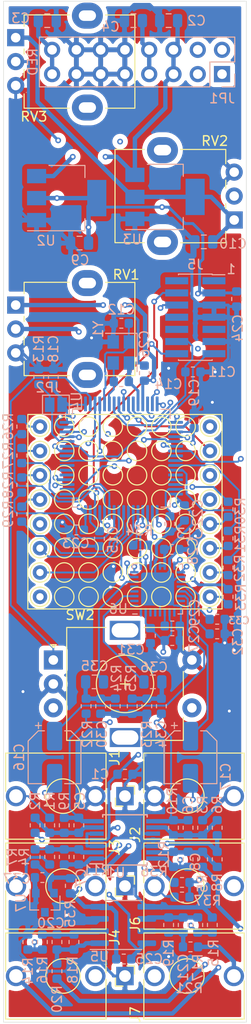
<source format=kicad_pcb>
(kicad_pcb (version 20171130) (host pcbnew "(5.1.5)-3")
  (layers (0 F.Cu signal) (1 In1.Cu signal) (2 In2.Cu signal) (31 B.Cu signal) (34 B.Paste user) (35 F.Paste user) (36 B.SilkS user) (37 F.SilkS user) (38 B.Mask user) (39 F.Mask user) (44 Edge.Cuts user))
  (net 0 "")
  (net 1 VDDA)
  (net 2 GND)
  (net 3 AIN1)
  (net 4 AIN2)
  (net 5 AIN3)
  (net 6 "Net-(C5-Pad2)")
  (net 7 AIN4)
  (net 8 "Net-(C6-Pad2)")
  (net 9 "Net-(C7-Pad2)")
  (net 10 "Net-(C8-Pad2)")
  (net 11 +12V)
  (net 12 -12V)
  (net 13 "Net-(J1-PadT)")
  (net 14 SENSE)
  (net 15 "Net-(J2-PadT)")
  (net 16 "Net-(J3-PadT)")
  (net 17 "Net-(J4-PadT)")
  (net 18 "Net-(J6-PadT)")
  (net 19 VREF)
  (net 20 +5V)
  (net 21 +3V3)
  (net 22 NRST)
  (net 23 "Net-(C12-Pad1)")
  (net 24 "Net-(C13-Pad1)")
  (net 25 "Net-(C14-Pad1)")
  (net 26 "Net-(C15-Pad1)")
  (net 27 "Net-(C16-Pad2)")
  (net 28 "Net-(C17-Pad2)")
  (net 29 "Net-(C20-Pad2)")
  (net 30 "Net-(C20-Pad1)")
  (net 31 "Net-(C21-Pad2)")
  (net 32 "Net-(C21-Pad1)")
  (net 33 TX)
  (net 34 RX)
  (net 35 JTCK)
  (net 36 JTMS)
  (net 37 "Net-(J7-PadT)")
  (net 38 "Net-(JP2-Pad2)")
  (net 39 POT2)
  (net 40 POT1)
  (net 41 POT3)
  (net 42 ENCUP)
  (net 43 ENCDN)
  (net 44 ENCSW)
  (net 45 "Net-(J8-Pad4)")
  (net 46 "Net-(J8-Pad3)")
  (net 47 "Net-(J8-Pad2)")
  (net 48 "Net-(J8-Pad1)")
  (net 49 "Net-(J8-Pad16)")
  (net 50 "Net-(J8-Pad15)")
  (net 51 "Net-(J8-Pad14)")
  (net 52 "Net-(J8-Pad13)")
  (net 53 "Net-(C29-Pad1)")
  (net 54 "Net-(C32-Pad1)")
  (net 55 "Net-(C33-Pad1)")
  (net 56 LINEOUTL)
  (net 57 LINEOUTR)
  (net 58 SDA)
  (net 59 SCL)
  (net 60 MCLK)
  (net 61 DACDAT)
  (net 62 ADCDAT)
  (net 63 SCLK)
  (net 64 FSCLK)
  (net 65 LINEINR)
  (net 66 LINEINL)
  (net 67 "Net-(C30-Pad2)")
  (net 68 "Net-(C34-Pad2)")
  (net 69 N1)
  (net 70 N2)
  (net 71 N3)
  (net 72 N4)
  (net 73 N5)
  (net 74 N6)
  (net 75 N7)
  (net 76 N8)
  (net 77 P1)
  (net 78 P2)
  (net 79 P3)
  (net 80 P4)
  (net 81 P5)
  (net 82 P6)
  (net 83 P7)
  (net 84 P8)
  (net 85 "Net-(R34-Pad1)")
  (net 86 "Net-(J6-PadTN)")
  (net 87 SENSE2)
  (net 88 "Net-(J5-Pad10)")
  (net 89 "Net-(J5-Pad9)")
  (net 90 "Net-(J5-Pad8)")
  (net 91 "Net-(J5-Pad2)")
  (net 92 "Net-(J5-Pad1)")
  (net 93 "Net-(J7-PadTN)")
  (net 94 "Net-(JP1-Pad4)")
  (net 95 "Net-(JP1-Pad3)")
  (net 96 "Net-(JP1-Pad2)")
  (net 97 "Net-(JP1-Pad1)")
  (net 98 "Net-(U4-Pad57)")
  (net 99 JSWO)
  (net 100 "Net-(U4-Pad54)")
  (net 101 "Net-(U4-Pad53)")
  (net 102 JTDI)
  (net 103 "Net-(U4-Pad30)")
  (net 104 "Net-(U4-Pad29)")
  (net 105 "Net-(U4-Pad28)")
  (net 106 "Net-(U4-Pad25)")
  (net 107 "Net-(U4-Pad24)")
  (net 108 "Net-(U6-Pad32)")
  (net 109 HPL)
  (net 110 HPR)
  (net 111 "Net-(U6-Pad25)")
  (net 112 "Net-(U6-Pad23)")
  (net 113 "Net-(U6-Pad5)")
  (net 114 "Net-(U6-Pad4)")
  (net 115 "Net-(U6-Pad2)")
  (net 116 "Net-(U6-Pad1)")
  (module Resistor_SMD:R_0603_1608Metric (layer B.Cu) (at 44.069 118.999)
    (fp_text reference R37 (at 2.667 0.381) (layer B.SilkS) (effects (justify mirror)))
    (fp_text value 120k)
    (pad 2 smd roundrect (at 0.7875 0) (size 0.875 0.95) (layers B.Cu B.Paste B.Mask) (net 87 SENSE2))
    (pad 1 smd roundrect (at -0.7875 0) (size 0.875 0.95) (layers B.Cu B.Paste B.Mask) (net 86 "Net-(J6-PadTN)"))
  )
  (module Resistor_SMD:R_0603_1608Metric (layer B.Cu) (at 44.069 117.475 180)
    (fp_text reference R36 (at 2.921 1.143) (layer B.SilkS) (effects (justify mirror)))
    (fp_text value 100k)
    (pad 2 smd roundrect (at 0.7875 0 180) (size 0.875 0.95) (layers B.Cu B.Paste B.Mask) (net 1 VDDA))
    (pad 1 smd roundrect (at -0.7875 0 180) (size 0.875 0.95) (layers B.Cu B.Paste B.Mask) (net 87 SENSE2))
  )
  (module Rotary_Encoder:RotaryEncoder_Alps_EC11E-Switch_Vertical_H20mm (layer F.Cu) (at 30.607 94.234)
    (fp_text reference SW2 (at 2.8 -4.7) (layer F.SilkS))
    (fp_text value Rotary_Encoder_Switch)
    (pad A thru_hole rect (at 0 0) (size 2 2) (drill 1) (layers *.Cu *.Mask) (net 42 ENCUP))
    (pad C thru_hole circle (at 0 2.5) (size 2 2) (drill 1) (layers *.Cu *.Mask) (net 2 GND))
    (pad B thru_hole circle (at 0 5) (size 2 2) (drill 1) (layers *.Cu *.Mask) (net 43 ENCDN))
    (pad MP thru_hole rect (at 7.5 -3.1) (size 3.2 2) (drill oval 2.8 1.5) (layers *.Cu *.Mask))
    (pad MP thru_hole rect (at 7.5 8.1) (size 3.2 2) (drill oval 2.8 1.5) (layers *.Cu *.Mask))
    (pad S2 thru_hole circle (at 14.5 0) (size 2 2) (drill 1) (layers *.Cu *.Mask) (net 2 GND))
    (pad S1 thru_hole circle (at 14.5 5) (size 2 2) (drill 1) (layers *.Cu *.Mask) (net 44 ENCSW))
  )
  (module Package_TO_SOT_SMD:SOT-23 (layer B.Cu) (at 29.722 119.595 270)
    (fp_text reference U7 (at 0 2.5 90) (layer B.SilkS) (effects (justify mirror)))
    (fp_text value LM4040DBZ-5)
    (pad 3 smd rect (at 1 0 270) (size 0.9 0.8) (layers B.Cu B.Paste B.Mask))
    (pad 2 smd rect (at -1 -0.95 270) (size 0.9 0.8) (layers B.Cu B.Paste B.Mask) (net 19 VREF))
    (pad 1 smd rect (at -1 0.95 270) (size 0.9 0.8) (layers B.Cu B.Paste B.Mask) (net 2 GND))
  )
  (module Resistor_SMD:R_0603_1608Metric (layer B.Cu) (at 32.385 117.8305 270)
    (fp_text reference R35 (at 2.921 0 90) (layer B.SilkS) (effects (justify mirror)))
    (fp_text value 3k3)
    (pad 2 smd roundrect (at 0.7875 0 270) (size 0.875 0.95) (layers B.Cu B.Paste B.Mask) (net 12 -12V))
    (pad 1 smd roundrect (at -0.7875 0 270) (size 0.875 0.95) (layers B.Cu B.Paste B.Mask) (net 19 VREF))
  )
  (module Capacitor_SMD:C_0603_1608Metric (layer B.Cu) (at 29.464 116.967)
    (fp_text reference C37 (at -2.667 0.127 180) (layer B.SilkS) (effects (justify mirror)))
    (fp_text value 100n)
    (pad 2 smd roundrect (at 0.7875 0) (size 0.875 0.95) (layers B.Cu B.Paste B.Mask) (net 19 VREF))
    (pad 1 smd roundrect (at -0.7875 0) (size 0.875 0.95) (layers B.Cu B.Paste B.Mask) (net 2 GND))
  )
  (module Resistor_SMD:R_0603_1608Metric (layer B.Cu) (at 39.751 82.2325)
    (fp_text reference R34 (at -0.127 -1.524) (layer B.SilkS) (effects (justify mirror)))
    (fp_text value 100)
    (pad 2 smd roundrect (at 0.7875 0) (size 0.875 0.95) (layers B.Cu B.Paste B.Mask) (net 60 MCLK))
    (pad 1 smd roundrect (at -0.7875 0) (size 0.875 0.95) (layers B.Cu B.Paste B.Mask) (net 85 "Net-(R34-Pad1)"))
  )
  (module Resistor_SMD:R_0603_1608Metric (layer B.Cu) (at 48.895 87.63 90)
    (fp_text reference R33 (at -0.0635 1.3335 90) (layer B.SilkS) (effects (justify mirror)))
    (fp_text value 100)
    (pad 2 smd roundrect (at 0.7875 0 90) (size 0.875 0.95) (layers B.Cu B.Paste B.Mask) (net 84 P8))
    (pad 1 smd roundrect (at -0.7875 0 90) (size 0.875 0.95) (layers B.Cu B.Paste B.Mask) (net 49 "Net-(J8-Pad16)"))
  )
  (module Resistor_SMD:R_0603_1608Metric (layer B.Cu) (at 48.895 84.582 90)
    (fp_text reference R32 (at -0.0635 1.2065 90) (layer B.SilkS) (effects (justify mirror)))
    (fp_text value 100)
    (pad 2 smd roundrect (at 0.7875 0 90) (size 0.875 0.95) (layers B.Cu B.Paste B.Mask) (net 83 P7))
    (pad 1 smd roundrect (at -0.7875 0 90) (size 0.875 0.95) (layers B.Cu B.Paste B.Mask) (net 50 "Net-(J8-Pad15)"))
  )
  (module Resistor_SMD:R_0603_1608Metric (layer B.Cu) (at 48.895 81.534 90)
    (fp_text reference R31 (at -0.0635 1.27 90) (layer B.SilkS) (effects (justify mirror)))
    (fp_text value 100)
    (pad 2 smd roundrect (at 0.7875 0 90) (size 0.875 0.95) (layers B.Cu B.Paste B.Mask) (net 82 P6))
    (pad 1 smd roundrect (at -0.7875 0 90) (size 0.875 0.95) (layers B.Cu B.Paste B.Mask) (net 51 "Net-(J8-Pad14)"))
  )
  (module Resistor_SMD:R_0603_1608Metric (layer B.Cu) (at 48.895 78.486 90)
    (fp_text reference R30 (at -0.1905 1.27 90) (layer B.SilkS) (effects (justify mirror)))
    (fp_text value 100)
    (pad 2 smd roundrect (at 0.7875 0 90) (size 0.875 0.95) (layers B.Cu B.Paste B.Mask) (net 81 P5))
    (pad 1 smd roundrect (at -0.7875 0 90) (size 0.875 0.95) (layers B.Cu B.Paste B.Mask) (net 52 "Net-(J8-Pad13)"))
  )
  (module Resistor_SMD:R_0603_1608Metric (layer B.Cu) (at 27.305 78.994 270)
    (fp_text reference R29 (at 0 1.43 90) (layer B.SilkS) (effects (justify mirror)))
    (fp_text value 100)
    (pad 2 smd roundrect (at 0.7875 0 270) (size 0.875 0.95) (layers B.Cu B.Paste B.Mask) (net 80 P4))
    (pad 1 smd roundrect (at -0.7875 0 270) (size 0.875 0.95) (layers B.Cu B.Paste B.Mask) (net 45 "Net-(J8-Pad4)"))
  )
  (module Resistor_SMD:R_0603_1608Metric (layer B.Cu) (at 27.305 75.946 270)
    (fp_text reference R28 (at 0 1.43 90) (layer B.SilkS) (effects (justify mirror)))
    (fp_text value 100)
    (pad 2 smd roundrect (at 0.7875 0 270) (size 0.875 0.95) (layers B.Cu B.Paste B.Mask) (net 79 P3))
    (pad 1 smd roundrect (at -0.7875 0 270) (size 0.875 0.95) (layers B.Cu B.Paste B.Mask) (net 46 "Net-(J8-Pad3)"))
  )
  (module Resistor_SMD:R_0603_1608Metric (layer B.Cu) (at 27.305 72.8725 270)
    (fp_text reference R27 (at 0 1.43 90) (layer B.SilkS) (effects (justify mirror)))
    (fp_text value 100)
    (pad 2 smd roundrect (at 0.7875 0 270) (size 0.875 0.95) (layers B.Cu B.Paste B.Mask) (net 78 P2))
    (pad 1 smd roundrect (at -0.7875 0 270) (size 0.875 0.95) (layers B.Cu B.Paste B.Mask) (net 47 "Net-(J8-Pad2)"))
  )
  (module Resistor_SMD:R_0603_1608Metric (layer B.Cu) (at 27.305 69.85 270)
    (fp_text reference R26 (at 0 1.43 90) (layer B.SilkS) (effects (justify mirror)))
    (fp_text value 100)
    (pad 2 smd roundrect (at 0.7875 0 270) (size 0.875 0.95) (layers B.Cu B.Paste B.Mask) (net 77 P1))
    (pad 1 smd roundrect (at -0.7875 0 270) (size 0.875 0.95) (layers B.Cu B.Paste B.Mask) (net 48 "Net-(J8-Pad1)"))
  )
  (module Resistor_SMD:R_0603_1608Metric (layer B.Cu) (at 38.862 99.06 90)
    (fp_text reference R25 (at 2.921 -0.127 90) (layer B.SilkS) (effects (justify mirror)))
    (fp_text value 5.6k)
    (pad 2 smd roundrect (at 0.7875 0 90) (size 0.875 0.95) (layers B.Cu B.Paste B.Mask) (net 68 "Net-(C34-Pad2)"))
    (pad 1 smd roundrect (at -0.7875 0 90) (size 0.875 0.95) (layers B.Cu B.Paste B.Mask) (net 2 GND))
  )
  (module Resistor_SMD:R_0603_1608Metric (layer B.Cu) (at 37.084 99.06 90)
    (fp_text reference R24 (at 2.921 0.127 270) (layer B.SilkS) (effects (justify mirror)))
    (fp_text value 5.6k)
    (pad 2 smd roundrect (at 0.7875 0 90) (size 0.875 0.95) (layers B.Cu B.Paste B.Mask) (net 67 "Net-(C30-Pad2)"))
    (pad 1 smd roundrect (at -0.7875 0 90) (size 0.875 0.95) (layers B.Cu B.Paste B.Mask) (net 2 GND))
  )
  (module Resistor_SMD:R_0603_1608Metric (layer B.Cu) (at 41.91 99.06 270)
    (fp_text reference R23 (at 2.921 1.524 90) (layer B.SilkS) (effects (justify mirror)))
    (fp_text value 5.6k)
    (pad 2 smd roundrect (at 0.7875 0 270) (size 0.875 0.95) (layers B.Cu B.Paste B.Mask) (net 4 AIN2))
    (pad 1 smd roundrect (at -0.7875 0 270) (size 0.875 0.95) (layers B.Cu B.Paste B.Mask) (net 68 "Net-(C34-Pad2)"))
  )
  (module Resistor_SMD:R_0603_1608Metric (layer B.Cu) (at 34.036 99.06 270)
    (fp_text reference R22 (at 2.921 -0.127 90) (layer B.SilkS) (effects (justify mirror)))
    (fp_text value 5.6k)
    (pad 2 smd roundrect (at 0.7875 0 270) (size 0.875 0.95) (layers B.Cu B.Paste B.Mask) (net 3 AIN1))
    (pad 1 smd roundrect (at -0.7875 0 270) (size 0.875 0.95) (layers B.Cu B.Paste B.Mask) (net 67 "Net-(C30-Pad2)"))
  )
  (module cap:led8x8 (layer F.Cu) (at 38.1 78.74)
    (fp_text reference J8 hide)
    (fp_text value Conn_02x08_Top_Bottom)
    (pad 1 thru_hole circle (at -8.89 -8.89) (size 1.524 1.524) (drill 0.762) (layers *.Cu *.Mask) (net 48 "Net-(J8-Pad1)"))
    (pad 2 thru_hole circle (at -8.89 -6.35) (size 1.524 1.524) (drill 0.762) (layers *.Cu *.Mask) (net 47 "Net-(J8-Pad2)"))
    (pad 3 thru_hole circle (at -8.89 -3.81) (size 1.524 1.524) (drill 0.762) (layers *.Cu *.Mask) (net 46 "Net-(J8-Pad3)"))
    (pad 4 thru_hole circle (at -8.89 -1.27) (size 1.524 1.524) (drill 0.762) (layers *.Cu *.Mask) (net 45 "Net-(J8-Pad4)"))
    (pad 5 thru_hole circle (at -8.89 1.27) (size 1.524 1.524) (drill 0.762) (layers *.Cu *.Mask) (net 69 N1))
    (pad 6 thru_hole circle (at -8.89 3.81) (size 1.524 1.524) (drill 0.762) (layers *.Cu *.Mask) (net 70 N2))
    (pad 7 thru_hole circle (at -8.89 6.35) (size 1.524 1.524) (drill 0.762) (layers *.Cu *.Mask) (net 71 N3))
    (pad 8 thru_hole circle (at -8.89 8.89) (size 1.524 1.524) (drill 0.762) (layers *.Cu *.Mask) (net 72 N4))
    (pad 9 thru_hole circle (at 8.89 -8.89) (size 1.524 1.524) (drill 0.762) (layers *.Cu *.Mask) (net 73 N5))
    (pad 10 thru_hole circle (at 8.89 -6.35) (size 1.524 1.524) (drill 0.762) (layers *.Cu *.Mask) (net 74 N6))
    (pad 11 thru_hole circle (at 8.89 -3.81) (size 1.524 1.524) (drill 0.762) (layers *.Cu *.Mask) (net 75 N7))
    (pad 12 thru_hole circle (at 8.89 -1.27) (size 1.524 1.524) (drill 0.762) (layers *.Cu *.Mask) (net 76 N8))
    (pad 13 thru_hole circle (at 8.89 1.27) (size 1.524 1.524) (drill 0.762) (layers *.Cu *.Mask) (net 52 "Net-(J8-Pad13)"))
    (pad 14 thru_hole circle (at 8.89 3.81) (size 1.524 1.524) (drill 0.762) (layers *.Cu *.Mask) (net 51 "Net-(J8-Pad14)"))
    (pad 15 thru_hole circle (at 8.89 6.35) (size 1.524 1.524) (drill 0.762) (layers *.Cu *.Mask) (net 50 "Net-(J8-Pad15)"))
    (pad 16 thru_hole circle (at 8.89 8.89) (size 1.524 1.524) (drill 0.762) (layers *.Cu *.Mask) (net 49 "Net-(J8-Pad16)"))
  )
  (module Capacitor_SMD:C_0805_2012Metric (layer B.Cu) (at 41.021 96.52)
    (fp_text reference C36 (at 0.127 -1.524) (layer B.SilkS) (effects (justify mirror)))
    (fp_text value 10u)
    (pad 2 smd roundrect (at 0.9375 0) (size 0.975 1.4) (layers B.Cu B.Paste B.Mask) (net 68 "Net-(C34-Pad2)"))
    (pad 1 smd roundrect (at -0.9375 0) (size 0.975 1.4) (layers B.Cu B.Paste B.Mask) (net 66 LINEINL))
  )
  (module Capacitor_SMD:C_0805_2012Metric (layer B.Cu) (at 34.925 96.52 180)
    (fp_text reference C35 (at 0 1.65) (layer B.SilkS) (effects (justify mirror)))
    (fp_text value 10u)
    (pad 2 smd roundrect (at 0.9375 0 180) (size 0.975 1.4) (layers B.Cu B.Paste B.Mask) (net 67 "Net-(C30-Pad2)"))
    (pad 1 smd roundrect (at -0.9375 0 180) (size 0.975 1.4) (layers B.Cu B.Paste B.Mask) (net 65 LINEINR))
  )
  (module Capacitor_SMD:C_0603_1608Metric (layer B.Cu) (at 40.386 99.06 90)
    (fp_text reference C34 (at -2.921 1.524 90) (layer B.SilkS) (effects (justify mirror)))
    (fp_text value 220pf)
    (pad 2 smd roundrect (at 0.7875 0 90) (size 0.875 0.95) (layers B.Cu B.Paste B.Mask) (net 68 "Net-(C34-Pad2)"))
    (pad 1 smd roundrect (at -0.7875 0 90) (size 0.875 0.95) (layers B.Cu B.Paste B.Mask) (net 2 GND))
  )
  (module Capacitor_SMD:C_0603_1608Metric (layer B.Cu) (at 35.56 99.06 90)
    (fp_text reference C30 (at -2.921 0.127 90) (layer B.SilkS) (effects (justify mirror)))
    (fp_text value 220pf)
    (pad 2 smd roundrect (at 0.7875 0 90) (size 0.875 0.95) (layers B.Cu B.Paste B.Mask) (net 67 "Net-(C30-Pad2)"))
    (pad 1 smd roundrect (at -0.7875 0 90) (size 0.875 0.95) (layers B.Cu B.Paste B.Mask) (net 2 GND))
  )
  (module Package_DFN_QFN:QFN-32-1EP_5x5mm_P0.5mm_EP3.45x3.45mm (layer B.Cu) (at 41.518 86.815)
    (fp_text reference U6 (at -4.1165 2.085) (layer B.SilkS) (effects (justify mirror)))
    (fp_text value WM8758B)
    (pad 32 smd roundrect (at -1.75 2.4375) (size 0.25 0.875) (layers B.Cu B.Paste B.Mask) (net 108 "Net-(U6-Pad32)"))
    (pad 31 smd roundrect (at -1.25 2.4375) (size 0.25 0.875) (layers B.Cu B.Paste B.Mask) (net 1 VDDA))
    (pad 30 smd roundrect (at -0.75 2.4375) (size 0.25 0.875) (layers B.Cu B.Paste B.Mask) (net 109 HPL))
    (pad 29 smd roundrect (at -0.25 2.4375) (size 0.25 0.875) (layers B.Cu B.Paste B.Mask) (net 110 HPR))
    (pad 28 smd roundrect (at 0.25 2.4375) (size 0.25 0.875) (layers B.Cu B.Paste B.Mask) (net 2 GND))
    (pad 27 smd roundrect (at 0.75 2.4375) (size 0.25 0.875) (layers B.Cu B.Paste B.Mask) (net 53 "Net-(C29-Pad1)"))
    (pad 26 smd roundrect (at 1.25 2.4375) (size 0.25 0.875) (layers B.Cu B.Paste B.Mask) (net 1 VDDA))
    (pad 25 smd roundrect (at 1.75 2.4375) (size 0.25 0.875) (layers B.Cu B.Paste B.Mask) (net 111 "Net-(U6-Pad25)"))
    (pad 24 smd roundrect (at 2.4375 1.75) (size 0.875 0.25) (layers B.Cu B.Paste B.Mask) (net 2 GND))
    (pad 23 smd roundrect (at 2.4375 1.25) (size 0.875 0.25) (layers B.Cu B.Paste B.Mask) (net 112 "Net-(U6-Pad23)"))
    (pad 22 smd roundrect (at 2.4375 0.75) (size 0.875 0.25) (layers B.Cu B.Paste B.Mask) (net 56 LINEOUTL))
    (pad 21 smd roundrect (at 2.4375 0.25) (size 0.875 0.25) (layers B.Cu B.Paste B.Mask) (net 57 LINEOUTR))
    (pad 20 smd roundrect (at 2.4375 -0.25) (size 0.875 0.25) (layers B.Cu B.Paste B.Mask) (net 54 "Net-(C32-Pad1)"))
    (pad 19 smd roundrect (at 2.4375 -0.75) (size 0.875 0.25) (layers B.Cu B.Paste B.Mask) (net 55 "Net-(C33-Pad1)"))
    (pad 18 smd roundrect (at 2.4375 -1.25) (size 0.875 0.25) (layers B.Cu B.Paste B.Mask) (net 2 GND))
    (pad 17 smd roundrect (at 2.4375 -1.75) (size 0.875 0.25) (layers B.Cu B.Paste B.Mask) (net 58 SDA))
    (pad 16 smd roundrect (at 1.75 -2.4375) (size 0.25 0.875) (layers B.Cu B.Paste B.Mask) (net 59 SCL))
    (pad 15 smd roundrect (at 1.25 -2.4375) (size 0.25 0.875) (layers B.Cu B.Paste B.Mask) (net 2 GND))
    (pad 14 smd roundrect (at 0.75 -2.4375) (size 0.25 0.875) (layers B.Cu B.Paste B.Mask) (net 21 +3V3))
    (pad 13 smd roundrect (at 0.25 -2.4375) (size 0.25 0.875) (layers B.Cu B.Paste B.Mask) (net 21 +3V3))
    (pad 12 smd roundrect (at -0.25 -2.4375) (size 0.25 0.875) (layers B.Cu B.Paste B.Mask) (net 2 GND))
    (pad 11 smd roundrect (at -0.75 -2.4375) (size 0.25 0.875) (layers B.Cu B.Paste B.Mask) (net 60 MCLK))
    (pad 10 smd roundrect (at -1.25 -2.4375) (size 0.25 0.875) (layers B.Cu B.Paste B.Mask) (net 61 DACDAT))
    (pad 9 smd roundrect (at -1.75 -2.4375) (size 0.25 0.875) (layers B.Cu B.Paste B.Mask) (net 62 ADCDAT))
    (pad 8 smd roundrect (at -2.4375 -1.75) (size 0.875 0.25) (layers B.Cu B.Paste B.Mask) (net 63 SCLK))
    (pad 7 smd roundrect (at -2.4375 -1.25) (size 0.875 0.25) (layers B.Cu B.Paste B.Mask) (net 64 FSCLK))
    (pad 6 smd roundrect (at -2.4375 -0.75) (size 0.875 0.25) (layers B.Cu B.Paste B.Mask) (net 65 LINEINR))
    (pad 5 smd roundrect (at -2.4375 -0.25) (size 0.875 0.25) (layers B.Cu B.Paste B.Mask) (net 113 "Net-(U6-Pad5)"))
    (pad 4 smd roundrect (at -2.4375 0.25) (size 0.875 0.25) (layers B.Cu B.Paste B.Mask) (net 114 "Net-(U6-Pad4)"))
    (pad 3 smd roundrect (at -2.4375 0.75) (size 0.875 0.25) (layers B.Cu B.Paste B.Mask) (net 66 LINEINL))
    (pad 2 smd roundrect (at -2.4375 1.25) (size 0.875 0.25) (layers B.Cu B.Paste B.Mask) (net 115 "Net-(U6-Pad2)"))
    (pad 1 smd roundrect (at -2.4375 1.75) (size 0.875 0.25) (layers B.Cu B.Paste B.Mask) (net 116 "Net-(U6-Pad1)"))
    (pad 33 smd roundrect (at 0 0) (size 3.45 3.45) (layers B.Cu B.Mask) (roundrect_rratio 0.072464) (net 2 GND))
  )
  (module Capacitor_SMD:C_0603_1608Metric (layer B.Cu) (at 47.752 89.9795)
    (fp_text reference C33 (at 2.286 0.127 180) (layer B.SilkS) (effects (font (size 0.762 0.762)) (justify mirror)))
    (fp_text value 4.7u)
    (pad 2 smd roundrect (at 0.7875 0) (size 0.875 0.95) (layers B.Cu B.Paste B.Mask) (net 2 GND))
    (pad 1 smd roundrect (at -0.7875 0) (size 0.875 0.95) (layers B.Cu B.Paste B.Mask) (net 55 "Net-(C33-Pad1)"))
  )
  (module Capacitor_SMD:C_0603_1608Metric (layer B.Cu) (at 47.752 91.5035)
    (fp_text reference C32 (at 2.159 0.8255 270) (layer B.SilkS) (effects (justify mirror)))
    (fp_text value 4.7u)
    (pad 2 smd roundrect (at 0.7875 0) (size 0.875 0.95) (layers B.Cu B.Paste B.Mask) (net 2 GND))
    (pad 1 smd roundrect (at -0.7875 0) (size 0.875 0.95) (layers B.Cu B.Paste B.Mask) (net 54 "Net-(C32-Pad1)"))
  )
  (module Capacitor_SMD:C_0603_1608Metric (layer B.Cu) (at 40.767 91.694 90)
    (fp_text reference C31 (at -1.4605 -2.032) (layer B.SilkS) (effects (justify mirror)))
    (fp_text value 4.7u)
    (pad 2 smd roundrect (at 0.7875 0 90) (size 0.875 0.95) (layers B.Cu B.Paste B.Mask) (net 1 VDDA))
    (pad 1 smd roundrect (at -0.7875 0 90) (size 0.875 0.95) (layers B.Cu B.Paste B.Mask) (net 2 GND))
  )
  (module Capacitor_SMD:C_0603_1608Metric (layer B.Cu) (at 43.053 90.678)
    (fp_text reference C29 (at 2.3495 -1.397 90) (layer B.SilkS) (effects (justify mirror)))
    (fp_text value 4.7u)
    (pad 2 smd roundrect (at 0.7875 0) (size 0.875 0.95) (layers B.Cu B.Paste B.Mask) (net 2 GND))
    (pad 1 smd roundrect (at -0.7875 0) (size 0.875 0.95) (layers B.Cu B.Paste B.Mask) (net 53 "Net-(C29-Pad1)"))
  )
  (module Capacitor_SMD:C_0603_1608Metric (layer B.Cu) (at 42.9895 82.677 180)
    (fp_text reference C28 (at -2.2225 -0.1905 90) (layer B.SilkS) (effects (justify mirror)))
    (fp_text value 100n)
    (pad 2 smd roundrect (at 0.7875 0 180) (size 0.875 0.95) (layers B.Cu B.Paste B.Mask) (net 21 +3V3))
    (pad 1 smd roundrect (at -0.7875 0 180) (size 0.875 0.95) (layers B.Cu B.Paste B.Mask) (net 2 GND))
  )
  (module Capacitor_SMD:C_0603_1608Metric (layer B.Cu) (at 43.053 92.202)
    (fp_text reference C27 (at 2.286 -0.1905 90) (layer B.SilkS) (effects (justify mirror)))
    (fp_text value 4.7u)
    (pad 2 smd roundrect (at 0.7875 0) (size 0.875 0.95) (layers B.Cu B.Paste B.Mask) (net 2 GND))
    (pad 1 smd roundrect (at -0.7875 0) (size 0.875 0.95) (layers B.Cu B.Paste B.Mask) (net 1 VDDA))
  )
  (module Connector_PinHeader_2.54mm:PinHeader_2x08_P2.54mm_Vertical (layer B.Cu) (at 48.26 33.02 90)
    (fp_text reference JP1 (at -2.54 0 180) (layer B.SilkS) (effects (justify mirror)))
    (fp_text value "Euro power")
    (pad 16 thru_hole oval (at 2.54 -17.78 90) (size 1.7 1.7) (drill 1) (layers *.Cu *.Mask) (net 12 -12V))
    (pad 15 thru_hole oval (at 0 -17.78 90) (size 1.7 1.7) (drill 1) (layers *.Cu *.Mask) (net 12 -12V))
    (pad 14 thru_hole oval (at 2.54 -15.24 90) (size 1.7 1.7) (drill 1) (layers *.Cu *.Mask) (net 2 GND))
    (pad 13 thru_hole oval (at 0 -15.24 90) (size 1.7 1.7) (drill 1) (layers *.Cu *.Mask) (net 2 GND))
    (pad 12 thru_hole oval (at 2.54 -12.7 90) (size 1.7 1.7) (drill 1) (layers *.Cu *.Mask) (net 2 GND))
    (pad 11 thru_hole oval (at 0 -12.7 90) (size 1.7 1.7) (drill 1) (layers *.Cu *.Mask) (net 2 GND))
    (pad 10 thru_hole oval (at 2.54 -10.16 90) (size 1.7 1.7) (drill 1) (layers *.Cu *.Mask) (net 2 GND))
    (pad 9 thru_hole oval (at 0 -10.16 90) (size 1.7 1.7) (drill 1) (layers *.Cu *.Mask) (net 2 GND))
    (pad 8 thru_hole oval (at 2.54 -7.62 90) (size 1.7 1.7) (drill 1) (layers *.Cu *.Mask) (net 11 +12V))
    (pad 7 thru_hole oval (at 0 -7.62 90) (size 1.7 1.7) (drill 1) (layers *.Cu *.Mask) (net 11 +12V))
    (pad 6 thru_hole oval (at 2.54 -5.08 90) (size 1.7 1.7) (drill 1) (layers *.Cu *.Mask) (net 20 +5V))
    (pad 5 thru_hole oval (at 0 -5.08 90) (size 1.7 1.7) (drill 1) (layers *.Cu *.Mask) (net 20 +5V))
    (pad 4 thru_hole oval (at 2.54 -2.54 90) (size 1.7 1.7) (drill 1) (layers *.Cu *.Mask) (net 94 "Net-(JP1-Pad4)"))
    (pad 3 thru_hole oval (at 0 -2.54 90) (size 1.7 1.7) (drill 1) (layers *.Cu *.Mask) (net 95 "Net-(JP1-Pad3)"))
    (pad 2 thru_hole oval (at 2.54 0 90) (size 1.7 1.7) (drill 1) (layers *.Cu *.Mask) (net 96 "Net-(JP1-Pad2)"))
    (pad 1 thru_hole rect (at 0 0 90) (size 1.7 1.7) (drill 1) (layers *.Cu *.Mask) (net 97 "Net-(JP1-Pad1)"))
  )
  (module Crystal:Crystal_SMD_Abracon_ABM8G-4Pin_3.2x2.5mm (layer B.Cu) (at 37.719 62.103 270)
    (fp_text reference Y1 (at -2.413 2.413 90) (layer B.SilkS) (effects (justify mirror)))
    (fp_text value Crystal_GND24)
    (pad 4 smd rect (at -1.1 0.85 270) (size 1.4 1.2) (layers B.Cu B.Paste B.Mask) (net 2 GND))
    (pad 3 smd rect (at 1.1 0.85 270) (size 1.4 1.2) (layers B.Cu B.Paste B.Mask) (net 25 "Net-(C14-Pad1)"))
    (pad 2 smd rect (at 1.1 -0.85 270) (size 1.4 1.2) (layers B.Cu B.Paste B.Mask) (net 2 GND))
    (pad 1 smd rect (at -1.1 -0.85 270) (size 1.4 1.2) (layers B.Cu B.Paste B.Mask) (net 23 "Net-(C12-Pad1)"))
  )
  (module Package_QFP:LQFP-64_10x10mm_P0.5mm (layer B.Cu) (at 37.719 73.152 270)
    (fp_text reference U4 (at -5.969 4.699 90) (layer B.SilkS) (effects (justify mirror)))
    (fp_text value STM32F405RGTx)
    (pad 64 smd roundrect (at -3.75 5.675 270) (size 0.3 1.55) (layers B.Cu B.Paste B.Mask) (net 21 +3V3))
    (pad 63 smd roundrect (at -3.25 5.675 270) (size 0.3 1.55) (layers B.Cu B.Paste B.Mask) (net 2 GND))
    (pad 62 smd roundrect (at -2.75 5.675 270) (size 0.3 1.55) (layers B.Cu B.Paste B.Mask) (net 58 SDA))
    (pad 61 smd roundrect (at -2.25 5.675 270) (size 0.3 1.55) (layers B.Cu B.Paste B.Mask) (net 59 SCL))
    (pad 60 smd roundrect (at -1.75 5.675 270) (size 0.3 1.55) (layers B.Cu B.Paste B.Mask) (net 38 "Net-(JP2-Pad2)"))
    (pad 59 smd roundrect (at -1.25 5.675 270) (size 0.3 1.55) (layers B.Cu B.Paste B.Mask) (net 34 RX))
    (pad 58 smd roundrect (at -0.75 5.675 270) (size 0.3 1.55) (layers B.Cu B.Paste B.Mask) (net 33 TX))
    (pad 57 smd roundrect (at -0.25 5.675 270) (size 0.3 1.55) (layers B.Cu B.Paste B.Mask) (net 98 "Net-(U4-Pad57)"))
    (pad 56 smd roundrect (at 0.25 5.675 270) (size 0.3 1.55) (layers B.Cu B.Paste B.Mask) (net 81 P5))
    (pad 55 smd roundrect (at 0.75 5.675 270) (size 0.3 1.55) (layers B.Cu B.Paste B.Mask) (net 99 JSWO))
    (pad 54 smd roundrect (at 1.25 5.675 270) (size 0.3 1.55) (layers B.Cu B.Paste B.Mask) (net 100 "Net-(U4-Pad54)"))
    (pad 53 smd roundrect (at 1.75 5.675 270) (size 0.3 1.55) (layers B.Cu B.Paste B.Mask) (net 101 "Net-(U4-Pad53)"))
    (pad 52 smd roundrect (at 2.25 5.675 270) (size 0.3 1.55) (layers B.Cu B.Paste B.Mask) (net 72 N4))
    (pad 51 smd roundrect (at 2.75 5.675 270) (size 0.3 1.55) (layers B.Cu B.Paste B.Mask) (net 69 N1))
    (pad 50 smd roundrect (at 3.25 5.675 270) (size 0.3 1.55) (layers B.Cu B.Paste B.Mask) (net 102 JTDI))
    (pad 49 smd roundrect (at 3.75 5.675 270) (size 0.3 1.55) (layers B.Cu B.Paste B.Mask) (net 35 JTCK))
    (pad 48 smd roundrect (at 5.675 3.75 270) (size 1.55 0.3) (layers B.Cu B.Paste B.Mask) (net 21 +3V3))
    (pad 47 smd roundrect (at 5.675 3.25 270) (size 1.55 0.3) (layers B.Cu B.Paste B.Mask) (net 26 "Net-(C15-Pad1)"))
    (pad 46 smd roundrect (at 5.675 2.75 270) (size 1.55 0.3) (layers B.Cu B.Paste B.Mask) (net 36 JTMS))
    (pad 45 smd roundrect (at 5.675 2.25 270) (size 1.55 0.3) (layers B.Cu B.Paste B.Mask) (net 14 SENSE))
    (pad 44 smd roundrect (at 5.675 1.75 270) (size 1.55 0.3) (layers B.Cu B.Paste B.Mask) (net 77 P1))
    (pad 43 smd roundrect (at 5.675 1.25 270) (size 1.55 0.3) (layers B.Cu B.Paste B.Mask) (net 78 P2))
    (pad 42 smd roundrect (at 5.675 0.75 270) (size 1.55 0.3) (layers B.Cu B.Paste B.Mask) (net 79 P3))
    (pad 41 smd roundrect (at 5.675 0.25 270) (size 1.55 0.3) (layers B.Cu B.Paste B.Mask) (net 80 P4))
    (pad 40 smd roundrect (at 5.675 -0.25 270) (size 1.55 0.3) (layers B.Cu B.Paste B.Mask) (net 70 N2))
    (pad 39 smd roundrect (at 5.675 -0.75 270) (size 1.55 0.3) (layers B.Cu B.Paste B.Mask) (net 71 N3))
    (pad 38 smd roundrect (at 5.675 -1.25 270) (size 1.55 0.3) (layers B.Cu B.Paste B.Mask) (net 84 P8))
    (pad 37 smd roundrect (at 5.675 -1.75 270) (size 1.55 0.3) (layers B.Cu B.Paste B.Mask) (net 85 "Net-(R34-Pad1)"))
    (pad 36 smd roundrect (at 5.675 -2.25 270) (size 1.55 0.3) (layers B.Cu B.Paste B.Mask) (net 61 DACDAT))
    (pad 35 smd roundrect (at 5.675 -2.75 270) (size 1.55 0.3) (layers B.Cu B.Paste B.Mask) (net 62 ADCDAT))
    (pad 34 smd roundrect (at 5.675 -3.25 270) (size 1.55 0.3) (layers B.Cu B.Paste B.Mask) (net 63 SCLK))
    (pad 33 smd roundrect (at 5.675 -3.75 270) (size 1.55 0.3) (layers B.Cu B.Paste B.Mask) (net 64 FSCLK))
    (pad 32 smd roundrect (at 3.75 -5.675 270) (size 0.3 1.55) (layers B.Cu B.Paste B.Mask) (net 21 +3V3))
    (pad 31 smd roundrect (at 3.25 -5.675 270) (size 0.3 1.55) (layers B.Cu B.Paste B.Mask) (net 24 "Net-(C13-Pad1)"))
    (pad 30 smd roundrect (at 2.75 -5.675 270) (size 0.3 1.55) (layers B.Cu B.Paste B.Mask) (net 103 "Net-(U4-Pad30)"))
    (pad 29 smd roundrect (at 2.25 -5.675 270) (size 0.3 1.55) (layers B.Cu B.Paste B.Mask) (net 104 "Net-(U4-Pad29)"))
    (pad 28 smd roundrect (at 1.75 -5.675 270) (size 0.3 1.55) (layers B.Cu B.Paste B.Mask) (net 105 "Net-(U4-Pad28)"))
    (pad 27 smd roundrect (at 1.25 -5.675 270) (size 0.3 1.55) (layers B.Cu B.Paste B.Mask) (net 82 P6))
    (pad 26 smd roundrect (at 0.75 -5.675 270) (size 0.3 1.55) (layers B.Cu B.Paste B.Mask) (net 83 P7))
    (pad 25 smd roundrect (at 0.25 -5.675 270) (size 0.3 1.55) (layers B.Cu B.Paste B.Mask) (net 106 "Net-(U4-Pad25)"))
    (pad 24 smd roundrect (at -0.25 -5.675 270) (size 0.3 1.55) (layers B.Cu B.Paste B.Mask) (net 107 "Net-(U4-Pad24)"))
    (pad 23 smd roundrect (at -0.75 -5.675 270) (size 0.3 1.55) (layers B.Cu B.Paste B.Mask) (net 87 SENSE2))
    (pad 22 smd roundrect (at -1.25 -5.675 270) (size 0.3 1.55) (layers B.Cu B.Paste B.Mask) (net 41 POT3))
    (pad 21 smd roundrect (at -1.75 -5.675 270) (size 0.3 1.55) (layers B.Cu B.Paste B.Mask) (net 39 POT2))
    (pad 20 smd roundrect (at -2.25 -5.675 270) (size 0.3 1.55) (layers B.Cu B.Paste B.Mask) (net 40 POT1))
    (pad 19 smd roundrect (at -2.75 -5.675 270) (size 0.3 1.55) (layers B.Cu B.Paste B.Mask) (net 21 +3V3))
    (pad 18 smd roundrect (at -3.25 -5.675 270) (size 0.3 1.55) (layers B.Cu B.Paste B.Mask) (net 2 GND))
    (pad 17 smd roundrect (at -3.75 -5.675 270) (size 0.3 1.55) (layers B.Cu B.Paste B.Mask) (net 7 AIN4))
    (pad 16 smd roundrect (at -5.675 -3.75 270) (size 1.55 0.3) (layers B.Cu B.Paste B.Mask) (net 5 AIN3))
    (pad 15 smd roundrect (at -5.675 -3.25 270) (size 1.55 0.3) (layers B.Cu B.Paste B.Mask) (net 4 AIN2))
    (pad 14 smd roundrect (at -5.675 -2.75 270) (size 1.55 0.3) (layers B.Cu B.Paste B.Mask) (net 3 AIN1))
    (pad 13 smd roundrect (at -5.675 -2.25 270) (size 1.55 0.3) (layers B.Cu B.Paste B.Mask) (net 1 VDDA))
    (pad 12 smd roundrect (at -5.675 -1.75 270) (size 1.55 0.3) (layers B.Cu B.Paste B.Mask) (net 2 GND))
    (pad 11 smd roundrect (at -5.675 -1.25 270) (size 1.55 0.3) (layers B.Cu B.Paste B.Mask) (net 73 N5))
    (pad 10 smd roundrect (at -5.675 -0.75 270) (size 1.55 0.3) (layers B.Cu B.Paste B.Mask) (net 74 N6))
    (pad 9 smd roundrect (at -5.675 -0.25 270) (size 1.55 0.3) (layers B.Cu B.Paste B.Mask) (net 75 N7))
    (pad 8 smd roundrect (at -5.675 0.25 270) (size 1.55 0.3) (layers B.Cu B.Paste B.Mask) (net 76 N8))
    (pad 7 smd roundrect (at -5.675 0.75 270) (size 1.55 0.3) (layers B.Cu B.Paste B.Mask) (net 22 NRST))
    (pad 6 smd roundrect (at -5.675 1.25 270) (size 1.55 0.3) (layers B.Cu B.Paste B.Mask) (net 25 "Net-(C14-Pad1)"))
    (pad 5 smd roundrect (at -5.675 1.75 270) (size 1.55 0.3) (layers B.Cu B.Paste B.Mask) (net 23 "Net-(C12-Pad1)"))
    (pad 4 smd roundrect (at -5.675 2.25 270) (size 1.55 0.3) (layers B.Cu B.Paste B.Mask) (net 44 ENCSW))
    (pad 3 smd roundrect (at -5.675 2.75 270) (size 1.55 0.3) (layers B.Cu B.Paste B.Mask) (net 43 ENCDN))
    (pad 2 smd roundrect (at -5.675 3.25 270) (size 1.55 0.3) (layers B.Cu B.Paste B.Mask) (net 42 ENCUP))
    (pad 1 smd roundrect (at -5.675 3.75 270) (size 1.55 0.3) (layers B.Cu B.Paste B.Mask) (net 21 +3V3))
  )
  (module Package_TO_SOT_SMD:SOT-223-3_TabPin2 (layer B.Cu) (at 42.291 45.847)
    (fp_text reference U3 (at -3.429 4.445) (layer B.SilkS) (effects (justify mirror)))
    (fp_text value LM1117-3.3)
    (pad 1 smd rect (at -3.15 2.3) (size 2 1.5) (layers B.Cu B.Paste B.Mask) (net 2 GND))
    (pad 3 smd rect (at -3.15 -2.3) (size 2 1.5) (layers B.Cu B.Paste B.Mask) (net 20 +5V))
    (pad 2 smd rect (at -3.15 0) (size 2 1.5) (layers B.Cu B.Paste B.Mask) (net 1 VDDA))
    (pad 2 smd rect (at 3.15 0) (size 2 3.8) (layers B.Cu B.Paste B.Mask) (net 1 VDDA))
  )
  (module Package_TO_SOT_SMD:SOT-223-3_TabPin2 (layer B.Cu) (at 32.004 45.974)
    (fp_text reference U2 (at -2.159 4.445) (layer B.SilkS) (effects (justify mirror)))
    (fp_text value LM1117-3.3)
    (pad 1 smd rect (at -3.15 2.3) (size 2 1.5) (layers B.Cu B.Paste B.Mask) (net 2 GND))
    (pad 3 smd rect (at -3.15 -2.3) (size 2 1.5) (layers B.Cu B.Paste B.Mask) (net 20 +5V))
    (pad 2 smd rect (at -3.15 0) (size 2 1.5) (layers B.Cu B.Paste B.Mask) (net 21 +3V3))
    (pad 2 smd rect (at 3.15 0) (size 2 3.8) (layers B.Cu B.Paste B.Mask) (net 21 +3V3))
  )
  (module Potentiometer_THT:Potentiometer_Alpha_RD901F-40-00D_Single_Vertical (layer F.Cu) (at 26.67 29.21)
    (fp_text reference RV3 (at 1.905 8.255 180) (layer F.SilkS))
    (fp_text value 100k)
    (pad "" thru_hole oval (at 7.5 -2.3 90) (size 2.72 3.24) (drill oval 1.1 1.8) (layers *.Cu *.Mask))
    (pad "" thru_hole oval (at 7.5 7.3 90) (size 2.72 3.24) (drill oval 1.1 1.8) (layers *.Cu *.Mask))
    (pad 3 thru_hole circle (at 0 5 90) (size 1.8 1.8) (drill 1) (layers *.Cu *.Mask) (net 2 GND))
    (pad 2 thru_hole circle (at 0 2.5 90) (size 1.8 1.8) (drill 1) (layers *.Cu *.Mask) (net 41 POT3))
    (pad 1 thru_hole rect (at 0 0 90) (size 1.8 1.8) (drill 1) (layers *.Cu *.Mask) (net 1 VDDA))
  )
  (module Potentiometer_THT:Potentiometer_Alpha_RD901F-40-00D_Single_Vertical (layer F.Cu) (at 49.53 48.26 180)
    (fp_text reference RV2 (at 2.032 8.255 180) (layer F.SilkS))
    (fp_text value 100k)
    (pad "" thru_hole oval (at 7.5 -2.3 270) (size 2.72 3.24) (drill oval 1.1 1.8) (layers *.Cu *.Mask))
    (pad "" thru_hole oval (at 7.5 7.3 270) (size 2.72 3.24) (drill oval 1.1 1.8) (layers *.Cu *.Mask))
    (pad 3 thru_hole circle (at 0 5 270) (size 1.8 1.8) (drill 1) (layers *.Cu *.Mask) (net 2 GND))
    (pad 2 thru_hole circle (at 0 2.5 270) (size 1.8 1.8) (drill 1) (layers *.Cu *.Mask) (net 40 POT1))
    (pad 1 thru_hole rect (at 0 0 270) (size 1.8 1.8) (drill 1) (layers *.Cu *.Mask) (net 1 VDDA))
  )
  (module Potentiometer_THT:Potentiometer_Alpha_RD901F-40-00D_Single_Vertical (layer F.Cu) (at 26.67 57.15)
    (fp_text reference RV1 (at 11.557 -3.175 180) (layer F.SilkS))
    (fp_text value 100k)
    (pad "" thru_hole oval (at 7.5 -2.3 90) (size 2.72 3.24) (drill oval 1.1 1.8) (layers *.Cu *.Mask))
    (pad "" thru_hole oval (at 7.5 7.3 90) (size 2.72 3.24) (drill oval 1.1 1.8) (layers *.Cu *.Mask))
    (pad 3 thru_hole circle (at 0 5 90) (size 1.8 1.8) (drill 1) (layers *.Cu *.Mask) (net 2 GND))
    (pad 2 thru_hole circle (at 0 2.5 90) (size 1.8 1.8) (drill 1) (layers *.Cu *.Mask) (net 39 POT2))
    (pad 1 thru_hole rect (at 0 0 90) (size 1.8 1.8) (drill 1) (layers *.Cu *.Mask) (net 1 VDDA))
  )
  (module Resistor_SMD:R_0603_1608Metric (layer B.Cu) (at 29.083 64.643 90)
    (fp_text reference R13 (at 2.921 0 270) (layer B.SilkS) (effects (justify mirror)))
    (fp_text value 10k)
    (pad 2 smd roundrect (at 0.7875 0 90) (size 0.875 0.95) (layers B.Cu B.Paste B.Mask) (net 2 GND))
    (pad 1 smd roundrect (at -0.7875 0 90) (size 0.875 0.95) (layers B.Cu B.Paste B.Mask) (net 38 "Net-(JP2-Pad2)"))
  )
  (module Jumper:SolderJumper-2_P1.3mm_Open_Pad1.0x1.5mm (layer B.Cu) (at 30.876 67.564 180)
    (fp_text reference JP2 (at 0.777 1.8 180) (layer B.SilkS) (effects (justify mirror)))
    (fp_text value SolderJumper_2_Open)
    (pad 1 smd rect (at -0.65 0 180) (size 1 1.5) (layers B.Cu B.Mask) (net 21 +3V3))
    (pad 2 smd rect (at 0.65 0 180) (size 1 1.5) (layers B.Cu B.Mask) (net 38 "Net-(JP2-Pad2)"))
  )
  (module Connector_PinHeader_1.27mm:PinHeader_2x07_P1.27mm_Vertical_SMD (layer B.Cu) (at 45.466 58.42 180)
    (fp_text reference J5 (at 0 5.505) (layer B.SilkS) (effects (justify mirror)))
    (fp_text value "SWD header")
    (pad 14 smd rect (at 1.95 -3.81 180) (size 2.4 0.74) (layers B.Cu B.Paste B.Mask) (net 33 TX))
    (pad 13 smd rect (at -1.95 -3.81 180) (size 2.4 0.74) (layers B.Cu B.Paste B.Mask) (net 34 RX))
    (pad 12 smd rect (at 1.95 -2.54 180) (size 2.4 0.74) (layers B.Cu B.Paste B.Mask) (net 22 NRST))
    (pad 11 smd rect (at -1.95 -2.54 180) (size 2.4 0.74) (layers B.Cu B.Paste B.Mask) (net 2 GND))
    (pad 10 smd rect (at 1.95 -1.27 180) (size 2.4 0.74) (layers B.Cu B.Paste B.Mask) (net 88 "Net-(J5-Pad10)"))
    (pad 9 smd rect (at -1.95 -1.27 180) (size 2.4 0.74) (layers B.Cu B.Paste B.Mask) (net 89 "Net-(J5-Pad9)"))
    (pad 8 smd rect (at 1.95 0 180) (size 2.4 0.74) (layers B.Cu B.Paste B.Mask) (net 90 "Net-(J5-Pad8)"))
    (pad 7 smd rect (at -1.95 0 180) (size 2.4 0.74) (layers B.Cu B.Paste B.Mask) (net 2 GND))
    (pad 6 smd rect (at 1.95 1.27 180) (size 2.4 0.74) (layers B.Cu B.Paste B.Mask) (net 35 JTCK))
    (pad 5 smd rect (at -1.95 1.27 180) (size 2.4 0.74) (layers B.Cu B.Paste B.Mask) (net 2 GND))
    (pad 4 smd rect (at 1.95 2.54 180) (size 2.4 0.74) (layers B.Cu B.Paste B.Mask) (net 36 JTMS))
    (pad 3 smd rect (at -1.95 2.54 180) (size 2.4 0.74) (layers B.Cu B.Paste B.Mask) (net 21 +3V3))
    (pad 2 smd rect (at 1.95 3.81 180) (size 2.4 0.74) (layers B.Cu B.Paste B.Mask) (net 91 "Net-(J5-Pad2)"))
    (pad 1 smd rect (at -1.95 3.81 180) (size 2.4 0.74) (layers B.Cu B.Paste B.Mask) (net 92 "Net-(J5-Pad1)"))
  )
  (module Capacitor_SMD:C_0603_1608Metric (layer B.Cu) (at 40.132 64.262 270)
    (fp_text reference C26 (at -3.048 0 270) (layer B.SilkS) (effects (justify mirror)))
    (fp_text value 100n)
    (pad 2 smd roundrect (at 0.7875 0 270) (size 0.875 0.95) (layers B.Cu B.Paste B.Mask) (net 1 VDDA))
    (pad 1 smd roundrect (at -0.7875 0 270) (size 0.875 0.95) (layers B.Cu B.Paste B.Mask) (net 2 GND))
  )
  (module Capacitor_SMD:C_0603_1608Metric (layer B.Cu) (at 49.784 56.515 270)
    (fp_text reference C24 (at 3.048 -0.127 90) (layer B.SilkS) (effects (justify mirror)))
    (fp_text value 2u2)
    (pad 2 smd roundrect (at 0.7875 0 270) (size 0.875 0.95) (layers B.Cu B.Paste B.Mask) (net 2 GND))
    (pad 1 smd roundrect (at -0.7875 0 270) (size 0.875 0.95) (layers B.Cu B.Paste B.Mask) (net 21 +3V3))
  )
  (module Capacitor_SMD:C_0603_1608Metric (layer B.Cu) (at 33.02 80.645 180)
    (fp_text reference C23 (at 0.0635 -1.397) (layer B.SilkS) (effects (justify mirror)))
    (fp_text value 100n)
    (pad 2 smd roundrect (at 0.7875 0 180) (size 0.875 0.95) (layers B.Cu B.Paste B.Mask) (net 2 GND))
    (pad 1 smd roundrect (at -0.7875 0 180) (size 0.875 0.95) (layers B.Cu B.Paste B.Mask) (net 21 +3V3))
  )
  (module Capacitor_SMD:C_0603_1608Metric (layer B.Cu) (at 44.323 78.867 270)
    (fp_text reference C22 (at 0 -1.397 90) (layer B.SilkS) (effects (justify mirror)))
    (fp_text value 100n)
    (pad 2 smd roundrect (at 0.7875 0 270) (size 0.875 0.95) (layers B.Cu B.Paste B.Mask) (net 2 GND))
    (pad 1 smd roundrect (at -0.7875 0 270) (size 0.875 0.95) (layers B.Cu B.Paste B.Mask) (net 21 +3V3))
  )
  (module Capacitor_SMD:C_0603_1608Metric (layer B.Cu) (at 45.339 69.215 90)
    (fp_text reference C19 (at 2.921 0 90) (layer B.SilkS) (effects (justify mirror)))
    (fp_text value 100n)
    (pad 2 smd roundrect (at 0.7875 0 90) (size 0.875 0.95) (layers B.Cu B.Paste B.Mask) (net 2 GND))
    (pad 1 smd roundrect (at -0.7875 0 90) (size 0.875 0.95) (layers B.Cu B.Paste B.Mask) (net 21 +3V3))
  )
  (module Capacitor_SMD:C_0603_1608Metric (layer B.Cu) (at 30.607 64.643 90)
    (fp_text reference C18 (at 2.921 0 270) (layer B.SilkS) (effects (justify mirror)))
    (fp_text value 100n)
    (pad 2 smd roundrect (at 0.7875 0 90) (size 0.875 0.95) (layers B.Cu B.Paste B.Mask) (net 2 GND))
    (pad 1 smd roundrect (at -0.7875 0 90) (size 0.875 0.95) (layers B.Cu B.Paste B.Mask) (net 21 +3V3))
  )
  (module Capacitor_SMD:C_0603_1608Metric (layer B.Cu) (at 35.433 81.5595 270)
    (fp_text reference C15 (at 0.1015 -1.397 90) (layer B.SilkS) (effects (justify mirror)))
    (fp_text value 2u2)
    (pad 2 smd roundrect (at 0.7875 0 270) (size 0.875 0.95) (layers B.Cu B.Paste B.Mask) (net 2 GND))
    (pad 1 smd roundrect (at -0.7875 0 270) (size 0.875 0.95) (layers B.Cu B.Paste B.Mask) (net 26 "Net-(C15-Pad1)"))
  )
  (module Capacitor_SMD:C_0603_1608Metric (layer B.Cu) (at 37.719 65.151)
    (fp_text reference C14 (at 4.953 0.254 180) (layer B.SilkS) (effects (justify mirror)))
    (fp_text value 18p)
    (pad 2 smd roundrect (at 0.7875 0) (size 0.875 0.95) (layers B.Cu B.Paste B.Mask) (net 2 GND))
    (pad 1 smd roundrect (at -0.7875 0) (size 0.875 0.95) (layers B.Cu B.Paste B.Mask) (net 25 "Net-(C14-Pad1)"))
  )
  (module Capacitor_SMD:C_0603_1608Metric (layer B.Cu) (at 42.799 80.01 270)
    (fp_text reference C13 (at 1.016 -2.0955 180) (layer B.SilkS) (effects (justify mirror)))
    (fp_text value 2u2)
    (pad 2 smd roundrect (at 0.7875 0 270) (size 0.875 0.95) (layers B.Cu B.Paste B.Mask) (net 2 GND))
    (pad 1 smd roundrect (at -0.7875 0 270) (size 0.875 0.95) (layers B.Cu B.Paste B.Mask) (net 24 "Net-(C13-Pad1)"))
  )
  (module Capacitor_SMD:C_0603_1608Metric (layer B.Cu) (at 37.719 59.055 180)
    (fp_text reference C12 (at 0 1.43 180) (layer B.SilkS) (effects (justify mirror)))
    (fp_text value 18p)
    (pad 2 smd roundrect (at 0.7875 0 180) (size 0.875 0.95) (layers B.Cu B.Paste B.Mask) (net 2 GND))
    (pad 1 smd roundrect (at -0.7875 0 180) (size 0.875 0.95) (layers B.Cu B.Paste B.Mask) (net 23 "Net-(C12-Pad1)"))
  )
  (module Capacitor_SMD:C_0603_1608Metric (layer B.Cu) (at 45.212 64.135)
    (fp_text reference C11 (at 3.048 0) (layer B.SilkS) (effects (justify mirror)))
    (fp_text value 100n)
    (pad 2 smd roundrect (at 0.7875 0) (size 0.875 0.95) (layers B.Cu B.Paste B.Mask) (net 2 GND))
    (pad 1 smd roundrect (at -0.7875 0) (size 0.875 0.95) (layers B.Cu B.Paste B.Mask) (net 22 NRST))
  )
  (module Capacitor_SMD:C_0805_2012Metric (layer B.Cu) (at 46.355 50.546 180)
    (fp_text reference C10 (at -3.048 -0.1905 180) (layer B.SilkS) (effects (justify mirror)))
    (fp_text value 10u)
    (pad 2 smd roundrect (at 0.9375 0 180) (size 0.975 1.4) (layers B.Cu B.Paste B.Mask) (net 2 GND))
    (pad 1 smd roundrect (at -0.9375 0 180) (size 0.975 1.4) (layers B.Cu B.Paste B.Mask) (net 1 VDDA))
  )
  (module Capacitor_SMD:C_0805_2012Metric (layer B.Cu) (at 33.3525 50.673 180)
    (fp_text reference C9 (at -0.0485 -1.778) (layer B.SilkS) (effects (justify mirror)))
    (fp_text value 10u)
    (pad 2 smd roundrect (at 0.9375 0 180) (size 0.975 1.4) (layers B.Cu B.Paste B.Mask) (net 2 GND))
    (pad 1 smd roundrect (at -0.9375 0 180) (size 0.975 1.4) (layers B.Cu B.Paste B.Mask) (net 21 +3V3))
  )
  (module Capacitor_SMD:C_0805_2012Metric (layer B.Cu) (at 38.989 27.432)
    (fp_text reference C4 (at -2.413 0.635) (layer B.SilkS) (effects (justify mirror)))
    (fp_text value 10u)
    (pad 2 smd roundrect (at 0.9375 0) (size 0.975 1.4) (layers B.Cu B.Paste B.Mask) (net 11 +12V))
    (pad 1 smd roundrect (at -0.9375 0) (size 0.975 1.4) (layers B.Cu B.Paste B.Mask) (net 2 GND))
  )
  (module Capacitor_SMD:C_0805_2012Metric (layer B.Cu) (at 29.972 27.432 180)
    (fp_text reference C3 (at 2.794 0.254) (layer B.SilkS) (effects (justify mirror)))
    (fp_text value 10u)
    (pad 2 smd roundrect (at 0.9375 0 180) (size 0.975 1.4) (layers B.Cu B.Paste B.Mask) (net 12 -12V))
    (pad 1 smd roundrect (at -0.9375 0 180) (size 0.975 1.4) (layers B.Cu B.Paste B.Mask) (net 2 GND))
  )
  (module Capacitor_SMD:C_0805_2012Metric (layer B.Cu) (at 42.672 27.432)
    (fp_text reference C2 (at 2.921 0) (layer B.SilkS) (effects (justify mirror)))
    (fp_text value 10u)
    (pad 2 smd roundrect (at 0.9375 0) (size 0.975 1.4) (layers B.Cu B.Paste B.Mask) (net 20 +5V))
    (pad 1 smd roundrect (at -0.9375 0) (size 0.975 1.4) (layers B.Cu B.Paste B.Mask) (net 2 GND))
  )
  (module Package_SO:SOIC-8_3.9x4.9mm_P1.27mm (layer B.Cu) (at 37.911 121.92)
    (fp_text reference U5 (at -2.478 3.302) (layer B.SilkS) (effects (justify mirror)))
    (fp_text value TL072)
    (pad 8 smd roundrect (at 2.475 1.905) (size 1.95 0.6) (layers B.Cu B.Paste B.Mask) (net 11 +12V))
    (pad 7 smd roundrect (at 2.475 0.635) (size 1.95 0.6) (layers B.Cu B.Paste B.Mask) (net 32 "Net-(C21-Pad1)"))
    (pad 6 smd roundrect (at 2.475 -0.635) (size 1.95 0.6) (layers B.Cu B.Paste B.Mask) (net 31 "Net-(C21-Pad2)"))
    (pad 5 smd roundrect (at 2.475 -1.905) (size 1.95 0.6) (layers B.Cu B.Paste B.Mask) (net 2 GND))
    (pad 4 smd roundrect (at -2.475 -1.905) (size 1.95 0.6) (layers B.Cu B.Paste B.Mask) (net 12 -12V))
    (pad 3 smd roundrect (at -2.475 -0.635) (size 1.95 0.6) (layers B.Cu B.Paste B.Mask) (net 2 GND))
    (pad 2 smd roundrect (at -2.475 0.635) (size 1.95 0.6) (layers B.Cu B.Paste B.Mask) (net 29 "Net-(C20-Pad2)"))
    (pad 1 smd roundrect (at -2.475 1.905) (size 1.95 0.6) (layers B.Cu B.Paste B.Mask) (net 30 "Net-(C20-Pad1)"))
  )
  (module Package_SO:TSSOP-14_4.4x5mm_P0.65mm (layer B.Cu) (at 38.1 113.03)
    (fp_text reference U1 (at -0.9525 3.429) (layer B.SilkS) (effects (justify mirror)))
    (fp_text value MCP6004)
    (pad 14 smd rect (at 2.95 1.95) (size 1.45 0.45) (layers B.Cu B.Paste B.Mask) (net 7 AIN4))
    (pad 13 smd rect (at 2.95 1.3) (size 1.45 0.45) (layers B.Cu B.Paste B.Mask) (net 10 "Net-(C8-Pad2)"))
    (pad 12 smd rect (at 2.95 0.65) (size 1.45 0.45) (layers B.Cu B.Paste B.Mask) (net 2 GND))
    (pad 11 smd rect (at 2.95 0) (size 1.45 0.45) (layers B.Cu B.Paste B.Mask) (net 2 GND))
    (pad 10 smd rect (at 2.95 -0.65) (size 1.45 0.45) (layers B.Cu B.Paste B.Mask) (net 2 GND))
    (pad 9 smd rect (at 2.95 -1.3) (size 1.45 0.45) (layers B.Cu B.Paste B.Mask) (net 8 "Net-(C6-Pad2)"))
    (pad 8 smd rect (at 2.95 -1.95) (size 1.45 0.45) (layers B.Cu B.Paste B.Mask) (net 4 AIN2))
    (pad 7 smd rect (at -2.95 -1.95) (size 1.45 0.45) (layers B.Cu B.Paste B.Mask) (net 3 AIN1))
    (pad 6 smd rect (at -2.95 -1.3) (size 1.45 0.45) (layers B.Cu B.Paste B.Mask) (net 6 "Net-(C5-Pad2)"))
    (pad 5 smd rect (at -2.95 -0.65) (size 1.45 0.45) (layers B.Cu B.Paste B.Mask) (net 2 GND))
    (pad 4 smd rect (at -2.95 0) (size 1.45 0.45) (layers B.Cu B.Paste B.Mask) (net 1 VDDA))
    (pad 3 smd rect (at -2.95 0.65) (size 1.45 0.45) (layers B.Cu B.Paste B.Mask) (net 2 GND))
    (pad 2 smd rect (at -2.95 1.3) (size 1.45 0.45) (layers B.Cu B.Paste B.Mask) (net 9 "Net-(C7-Pad2)"))
    (pad 1 smd rect (at -2.95 1.95) (size 1.45 0.45) (layers B.Cu B.Paste B.Mask) (net 5 AIN3))
  )
  (module Resistor_SMD:R_0603_1608Metric (layer B.Cu) (at 44.958 124.206 180)
    (fp_text reference R21 (at 0.127 -4.318) (layer B.SilkS) (effects (justify mirror)))
    (fp_text value 1k)
    (pad 2 smd roundrect (at 0.7875 0 180) (size 0.875 0.95) (layers B.Cu B.Paste B.Mask) (net 32 "Net-(C21-Pad1)"))
    (pad 1 smd roundrect (at -0.7875 0 180) (size 0.875 0.95) (layers B.Cu B.Paste B.Mask) (net 37 "Net-(J7-PadT)"))
  )
  (module Resistor_SMD:R_0603_1608Metric (layer B.Cu) (at 30.988 126.746 90)
    (fp_text reference R20 (at -2.921 0 90) (layer B.SilkS) (effects (justify mirror)))
    (fp_text value 1k)
    (pad 2 smd roundrect (at 0.7875 0 90) (size 0.875 0.95) (layers B.Cu B.Paste B.Mask) (net 30 "Net-(C20-Pad1)"))
    (pad 1 smd roundrect (at -0.7875 0 90) (size 0.875 0.95) (layers B.Cu B.Paste B.Mask) (net 18 "Net-(J6-PadT)"))
  )
  (module Resistor_SMD:R_0603_1608Metric (layer B.Cu) (at 42.672 121.92 90)
    (fp_text reference R19 (at -2.921 0 -90) (layer B.SilkS) (effects (justify mirror)))
    (fp_text value 33k)
    (pad 2 smd roundrect (at 0.7875 0 90) (size 0.875 0.95) (layers B.Cu B.Paste B.Mask) (net 31 "Net-(C21-Pad2)"))
    (pad 1 smd roundrect (at -0.7875 0 90) (size 0.875 0.95) (layers B.Cu B.Paste B.Mask) (net 32 "Net-(C21-Pad1)"))
  )
  (module Resistor_SMD:R_0603_1608Metric (layer B.Cu) (at 32.766 123.698 90)
    (fp_text reference R18 (at -2.921 -0.127 -90) (layer B.SilkS) (effects (justify mirror)))
    (fp_text value 33k)
    (pad 2 smd roundrect (at 0.7875 0 90) (size 0.875 0.95) (layers B.Cu B.Paste B.Mask) (net 29 "Net-(C20-Pad2)"))
    (pad 1 smd roundrect (at -0.7875 0 90) (size 0.875 0.95) (layers B.Cu B.Paste B.Mask) (net 30 "Net-(C20-Pad1)"))
  )
  (module Resistor_SMD:R_0603_1608Metric (layer B.Cu) (at 45.72 121.92 270)
    (fp_text reference R17 (at 4.445 0 90) (layer B.SilkS) (effects (justify mirror)))
    (fp_text value 5.6k)
    (pad 2 smd roundrect (at 0.7875 0 270) (size 0.875 0.95) (layers B.Cu B.Paste B.Mask) (net 28 "Net-(C17-Pad2)"))
    (pad 1 smd roundrect (at -0.7875 0 270) (size 0.875 0.95) (layers B.Cu B.Paste B.Mask) (net 31 "Net-(C21-Pad2)"))
  )
  (module Resistor_SMD:R_0603_1608Metric (layer B.Cu) (at 29.464 123.698 270)
    (fp_text reference R16 (at 2.921 0 90) (layer B.SilkS) (effects (justify mirror)))
    (fp_text value 5.6k)
    (pad 2 smd roundrect (at 0.7875 0 270) (size 0.875 0.95) (layers B.Cu B.Paste B.Mask) (net 27 "Net-(C16-Pad2)"))
    (pad 1 smd roundrect (at -0.7875 0 270) (size 0.875 0.95) (layers B.Cu B.Paste B.Mask) (net 29 "Net-(C20-Pad2)"))
  )
  (module Resistor_SMD:R_0603_1608Metric (layer B.Cu) (at 47.244 121.92 270)
    (fp_text reference R15 (at 2.921 -0.127 90) (layer B.SilkS) (effects (justify mirror)))
    (fp_text value 33k)
    (pad 2 smd roundrect (at 0.7875 0 270) (size 0.875 0.95) (layers B.Cu B.Paste B.Mask) (net 28 "Net-(C17-Pad2)"))
    (pad 1 smd roundrect (at -0.7875 0 270) (size 0.875 0.95) (layers B.Cu B.Paste B.Mask) (net 2 GND))
  )
  (module Resistor_SMD:R_0603_1608Metric (layer B.Cu) (at 27.94 123.698 270)
    (fp_text reference R14 (at 3.048 0 90) (layer B.SilkS) (effects (justify mirror)))
    (fp_text value 33k)
    (pad 2 smd roundrect (at 0.7875 0 270) (size 0.875 0.95) (layers B.Cu B.Paste B.Mask) (net 27 "Net-(C16-Pad2)"))
    (pad 1 smd roundrect (at -0.7875 0 270) (size 0.875 0.95) (layers B.Cu B.Paste B.Mask) (net 2 GND))
  )
  (module Resistor_SMD:R_0603_1608Metric (layer B.Cu) (at 43.18 115.062 90)
    (fp_text reference R12 (at 0.508 -1.016 90) (layer B.SilkS) (effects (justify mirror)))
    (fp_text value 33k)
    (pad 2 smd roundrect (at 0.7875 0 90) (size 0.875 0.95) (layers B.Cu B.Paste B.Mask) (net 10 "Net-(C8-Pad2)"))
    (pad 1 smd roundrect (at -0.7875 0 90) (size 0.875 0.95) (layers B.Cu B.Paste B.Mask) (net 7 AIN4))
  )
  (module Resistor_SMD:R_0603_1608Metric (layer B.Cu) (at 33.274 114.808 90)
    (fp_text reference R11 (at -1.397 1.8415 180) (layer B.SilkS) (effects (justify mirror)))
    (fp_text value 33k)
    (pad 2 smd roundrect (at 0.7875 0 90) (size 0.875 0.95) (layers B.Cu B.Paste B.Mask) (net 9 "Net-(C7-Pad2)"))
    (pad 1 smd roundrect (at -0.7875 0 90) (size 0.875 0.95) (layers B.Cu B.Paste B.Mask) (net 5 AIN3))
  )
  (module Resistor_SMD:R_0603_1608Metric (layer B.Cu) (at 43.18 111.76 270)
    (fp_text reference R10 (at -2.794 0.127 90) (layer B.SilkS) (effects (justify mirror)))
    (fp_text value 33k)
    (pad 2 smd roundrect (at 0.7875 0 270) (size 0.875 0.95) (layers B.Cu B.Paste B.Mask) (net 8 "Net-(C6-Pad2)"))
    (pad 1 smd roundrect (at -0.7875 0 270) (size 0.875 0.95) (layers B.Cu B.Paste B.Mask) (net 4 AIN2))
  )
  (module Resistor_SMD:R_0603_1608Metric (layer B.Cu) (at 31.75 111.506 270)
    (fp_text reference R9 (at -2.54 0 270) (layer B.SilkS) (effects (justify mirror)))
    (fp_text value 33k)
    (pad 2 smd roundrect (at 0.7875 0 270) (size 0.875 0.95) (layers B.Cu B.Paste B.Mask) (net 6 "Net-(C5-Pad2)"))
    (pad 1 smd roundrect (at -0.7875 0 270) (size 0.875 0.95) (layers B.Cu B.Paste B.Mask) (net 3 AIN1))
  )
  (module Resistor_SMD:R_0603_1608Metric (layer B.Cu) (at 47.752 115.062 90)
    (fp_text reference R8 (at -2.413 0 90) (layer B.SilkS) (effects (justify mirror)))
    (fp_text value 100k)
    (pad 2 smd roundrect (at 0.7875 0 90) (size 0.875 0.95) (layers B.Cu B.Paste B.Mask) (net 19 VREF))
    (pad 1 smd roundrect (at -0.7875 0 90) (size 0.875 0.95) (layers B.Cu B.Paste B.Mask) (net 10 "Net-(C8-Pad2)"))
  )
  (module Resistor_SMD:R_0603_1608Metric (layer B.Cu) (at 28.702 114.808 270)
    (fp_text reference R7 (at 0 2.413 90) (layer B.SilkS) (effects (justify mirror)))
    (fp_text value 100k)
    (pad 2 smd roundrect (at 0.7875 0 270) (size 0.875 0.95) (layers B.Cu B.Paste B.Mask) (net 19 VREF))
    (pad 1 smd roundrect (at -0.7875 0 270) (size 0.875 0.95) (layers B.Cu B.Paste B.Mask) (net 9 "Net-(C7-Pad2)"))
  )
  (module Resistor_SMD:R_0603_1608Metric (layer B.Cu) (at 47.752 111.76 270)
    (fp_text reference R6 (at -2.413 0 90) (layer B.SilkS) (effects (justify mirror)))
    (fp_text value 100k)
    (pad 2 smd roundrect (at 0.7875 0 270) (size 0.875 0.95) (layers B.Cu B.Paste B.Mask) (net 19 VREF))
    (pad 1 smd roundrect (at -0.7875 0 270) (size 0.875 0.95) (layers B.Cu B.Paste B.Mask) (net 8 "Net-(C6-Pad2)"))
  )
  (module Resistor_SMD:R_0603_1608Metric (layer B.Cu) (at 46.228 115.062 270)
    (fp_text reference R5 (at 2.54 0 90) (layer B.SilkS) (effects (justify mirror)))
    (fp_text value 120k)
    (pad 2 smd roundrect (at 0.7875 0 270) (size 0.875 0.95) (layers B.Cu B.Paste B.Mask) (net 17 "Net-(J4-PadT)"))
    (pad 1 smd roundrect (at -0.7875 0 270) (size 0.875 0.95) (layers B.Cu B.Paste B.Mask) (net 10 "Net-(C8-Pad2)"))
  )
  (module Resistor_SMD:R_0603_1608Metric (layer B.Cu) (at 30.226 114.808 270)
    (fp_text reference R4 (at 0 2.667 90) (layer B.SilkS) (effects (justify mirror)))
    (fp_text value 120k)
    (pad 2 smd roundrect (at 0.7875 0 270) (size 0.875 0.95) (layers B.Cu B.Paste B.Mask) (net 16 "Net-(J3-PadT)"))
    (pad 1 smd roundrect (at -0.7875 0 270) (size 0.875 0.95) (layers B.Cu B.Paste B.Mask) (net 9 "Net-(C7-Pad2)"))
  )
  (module Resistor_SMD:R_0603_1608Metric (layer B.Cu) (at 46.228 111.76 90)
    (fp_text reference R3 (at 2.413 0 90) (layer B.SilkS) (effects (justify mirror)))
    (fp_text value 100k)
    (pad 2 smd roundrect (at 0.7875 0 90) (size 0.875 0.95) (layers B.Cu B.Paste B.Mask) (net 15 "Net-(J2-PadT)"))
    (pad 1 smd roundrect (at -0.7875 0 90) (size 0.875 0.95) (layers B.Cu B.Paste B.Mask) (net 8 "Net-(C6-Pad2)"))
  )
  (module Resistor_SMD:R_0603_1608Metric (layer B.Cu) (at 28.702 111.506 270)
    (fp_text reference R2 (at -2.54 0 90) (layer B.SilkS) (effects (justify mirror)))
    (fp_text value 100k)
    (pad 2 smd roundrect (at 0.7875 0 270) (size 0.875 0.95) (layers B.Cu B.Paste B.Mask) (net 19 VREF))
    (pad 1 smd roundrect (at -0.7875 0 270) (size 0.875 0.95) (layers B.Cu B.Paste B.Mask) (net 6 "Net-(C5-Pad2)"))
  )
  (module Resistor_SMD:R_0603_1608Metric (layer B.Cu) (at 30.226 111.506 90)
    (fp_text reference R1 (at 2.54 0 270) (layer B.SilkS) (effects (justify mirror)))
    (fp_text value 100k)
    (pad 2 smd roundrect (at 0.7875 0 90) (size 0.875 0.95) (layers B.Cu B.Paste B.Mask) (net 13 "Net-(J1-PadT)"))
    (pad 1 smd roundrect (at -0.7875 0 90) (size 0.875 0.95) (layers B.Cu B.Paste B.Mask) (net 6 "Net-(C5-Pad2)"))
  )
  (module Connector_Audio:Jack_3.5mm_QingPu_WQP-PJ398SM_Vertical_CircularHoles (layer F.Cu) (at 38.1 127.254 90)
    (fp_text reference J7 (at -4.03 1.08 270) (layer F.SilkS))
    (fp_text value AudioJack2_SwitchT)
    (pad T thru_hole circle (at 0 11.4 270) (size 2.13 2.13) (drill 1.43) (layers *.Cu *.Mask) (net 37 "Net-(J7-PadT)"))
    (pad S thru_hole rect (at 0 0 270) (size 1.93 1.83) (drill 1.22) (layers *.Cu *.Mask) (net 2 GND))
    (pad TN thru_hole circle (at 0 3.1 270) (size 2.13 2.13) (drill 1.42) (layers *.Cu *.Mask) (net 93 "Net-(J7-PadTN)"))
  )
  (module Connector_Audio:Jack_3.5mm_QingPu_WQP-PJ398SM_Vertical_CircularHoles (layer F.Cu) (at 38.1 117.856 90)
    (fp_text reference J6 (at -4.03 1.08 270) (layer F.SilkS))
    (fp_text value AudioJack2_SwitchT)
    (pad T thru_hole circle (at 0 11.4 270) (size 2.13 2.13) (drill 1.43) (layers *.Cu *.Mask) (net 18 "Net-(J6-PadT)"))
    (pad S thru_hole rect (at 0 0 270) (size 1.93 1.83) (drill 1.22) (layers *.Cu *.Mask) (net 2 GND))
    (pad TN thru_hole circle (at 0 3.1 270) (size 2.13 2.13) (drill 1.42) (layers *.Cu *.Mask) (net 86 "Net-(J6-PadTN)"))
  )
  (module Connector_Audio:Jack_3.5mm_QingPu_WQP-PJ398SM_Vertical_CircularHoles (layer F.Cu) (at 38.1 127.254 270)
    (fp_text reference J4 (at -4.03 1.08 270) (layer F.SilkS))
    (fp_text value AudioJack2_SwitchT)
    (pad T thru_hole circle (at 0 11.4 90) (size 2.13 2.13) (drill 1.43) (layers *.Cu *.Mask) (net 17 "Net-(J4-PadT)"))
    (pad S thru_hole rect (at 0 0 90) (size 1.93 1.83) (drill 1.22) (layers *.Cu *.Mask) (net 2 GND))
    (pad TN thru_hole circle (at 0 3.1 90) (size 2.13 2.13) (drill 1.42) (layers *.Cu *.Mask) (net 14 SENSE))
  )
  (module Connector_Audio:Jack_3.5mm_QingPu_WQP-PJ398SM_Vertical_CircularHoles (layer F.Cu) (at 38.1 117.856 270)
    (fp_text reference J3 (at -4.03 1.08 270) (layer F.SilkS))
    (fp_text value AudioJack2_SwitchT)
    (pad T thru_hole circle (at 0 11.4 90) (size 2.13 2.13) (drill 1.43) (layers *.Cu *.Mask) (net 16 "Net-(J3-PadT)"))
    (pad S thru_hole rect (at 0 0 90) (size 1.93 1.83) (drill 1.22) (layers *.Cu *.Mask) (net 2 GND))
    (pad TN thru_hole circle (at 0 3.1 90) (size 2.13 2.13) (drill 1.42) (layers *.Cu *.Mask) (net 14 SENSE))
  )
  (module Connector_Audio:Jack_3.5mm_QingPu_WQP-PJ398SM_Vertical_CircularHoles (layer F.Cu) (at 38.1 108.458 90)
    (fp_text reference J2 (at -4.03 1.08 270) (layer F.SilkS))
    (fp_text value AudioJack2_SwitchT)
    (pad T thru_hole circle (at 0 11.4 270) (size 2.13 2.13) (drill 1.43) (layers *.Cu *.Mask) (net 15 "Net-(J2-PadT)"))
    (pad S thru_hole rect (at 0 0 270) (size 1.93 1.83) (drill 1.22) (layers *.Cu *.Mask) (net 2 GND))
    (pad TN thru_hole circle (at 0 3.1 270) (size 2.13 2.13) (drill 1.42) (layers *.Cu *.Mask) (net 2 GND))
  )
  (module Connector_Audio:Jack_3.5mm_QingPu_WQP-PJ398SM_Vertical_CircularHoles (layer F.Cu) (at 38.1 108.458 270)
    (fp_text reference J1 (at -4.03 1.08 270) (layer F.SilkS))
    (fp_text value AudioJack2_SwitchT)
    (pad T thru_hole circle (at 0 11.4 90) (size 2.13 2.13) (drill 1.43) (layers *.Cu *.Mask) (net 13 "Net-(J1-PadT)"))
    (pad S thru_hole rect (at 0 0 90) (size 1.93 1.83) (drill 1.22) (layers *.Cu *.Mask) (net 2 GND))
    (pad TN thru_hole circle (at 0 3.1 90) (size 2.13 2.13) (drill 1.42) (layers *.Cu *.Mask) (net 2 GND))
  )
  (module Capacitor_SMD:C_0603_1608Metric (layer B.Cu) (at 37.973 125.476)
    (fp_text reference C25 (at 2.667 0) (layer B.SilkS) (effects (justify mirror)))
    (fp_text value 100n)
    (pad 2 smd roundrect (at 0.7875 0) (size 0.875 0.95) (layers B.Cu B.Paste B.Mask) (net 11 +12V))
    (pad 1 smd roundrect (at -0.7875 0) (size 0.875 0.95) (layers B.Cu B.Paste B.Mask) (net 12 -12V))
  )
  (module Capacitor_SMD:C_0603_1608Metric (layer B.Cu) (at 44.196 121.92 90)
    (fp_text reference C21 (at -4.445 0 -90) (layer B.SilkS) (effects (justify mirror)))
    (fp_text value 220p)
    (pad 2 smd roundrect (at 0.7875 0 90) (size 0.875 0.95) (layers B.Cu B.Paste B.Mask) (net 31 "Net-(C21-Pad2)"))
    (pad 1 smd roundrect (at -0.7875 0 90) (size 0.875 0.95) (layers B.Cu B.Paste B.Mask) (net 32 "Net-(C21-Pad1)"))
  )
  (module Capacitor_SMD:C_0603_1608Metric (layer B.Cu) (at 30.988 123.698 90)
    (fp_text reference C20 (at 1.9685 -0.635) (layer B.SilkS) (effects (justify mirror)))
    (fp_text value 220p)
    (pad 2 smd roundrect (at 0.7875 0 90) (size 0.875 0.95) (layers B.Cu B.Paste B.Mask) (net 29 "Net-(C20-Pad2)"))
    (pad 1 smd roundrect (at -0.7875 0 90) (size 0.875 0.95) (layers B.Cu B.Paste B.Mask) (net 30 "Net-(C20-Pad1)"))
  )
  (module Capacitor_SMD:CP_Elec_5x4.5 (layer B.Cu) (at 44.958 104.394 270)
    (fp_text reference C17 (at 2.032 -3.683 90) (layer B.SilkS) (effects (justify mirror)))
    (fp_text value CP)
    (pad 2 smd roundrect (at 2.2 0 270) (size 3 1.6) (layers B.Cu B.Paste B.Mask) (roundrect_rratio 0.15625) (net 28 "Net-(C17-Pad2)"))
    (pad 1 smd roundrect (at -2.2 0 270) (size 3 1.6) (layers B.Cu B.Paste B.Mask) (roundrect_rratio 0.15625) (net 57 LINEOUTR))
  )
  (module Capacitor_SMD:CP_Elec_5x4.5 (layer B.Cu) (at 30.734 104.394 270)
    (fp_text reference C16 (at 0 3.7 90) (layer B.SilkS) (effects (justify mirror)))
    (fp_text value CP)
    (pad 2 smd roundrect (at 2.2 0 270) (size 3 1.6) (layers B.Cu B.Paste B.Mask) (roundrect_rratio 0.15625) (net 27 "Net-(C16-Pad2)"))
    (pad 1 smd roundrect (at -2.2 0 270) (size 3 1.6) (layers B.Cu B.Paste B.Mask) (roundrect_rratio 0.15625) (net 56 LINEOUTL))
  )
  (module Capacitor_SMD:C_0603_1608Metric (layer B.Cu) (at 44.704 115.062 90)
    (fp_text reference C8 (at -0.254 0.762 90) (layer B.SilkS) (effects (justify mirror)))
    (fp_text value 220p)
    (pad 2 smd roundrect (at 0.7875 0 90) (size 0.875 0.95) (layers B.Cu B.Paste B.Mask) (net 10 "Net-(C8-Pad2)"))
    (pad 1 smd roundrect (at -0.7875 0 90) (size 0.875 0.95) (layers B.Cu B.Paste B.Mask) (net 7 AIN4))
  )
  (module Capacitor_SMD:C_0603_1608Metric (layer B.Cu) (at 31.75 114.808 90)
    (fp_text reference C7 (at -2.159 1.778 90) (layer B.SilkS) (effects (justify mirror)))
    (fp_text value 220p)
    (pad 2 smd roundrect (at 0.7875 0 90) (size 0.875 0.95) (layers B.Cu B.Paste B.Mask) (net 9 "Net-(C7-Pad2)"))
    (pad 1 smd roundrect (at -0.7875 0 90) (size 0.875 0.95) (layers B.Cu B.Paste B.Mask) (net 5 AIN3))
  )
  (module Capacitor_SMD:C_0603_1608Metric (layer B.Cu) (at 44.704 111.76 270)
    (fp_text reference C6 (at -2.413 0 90) (layer B.SilkS) (effects (justify mirror)))
    (fp_text value 220p)
    (pad 2 smd roundrect (at 0.7875 0 270) (size 0.875 0.95) (layers B.Cu B.Paste B.Mask) (net 8 "Net-(C6-Pad2)"))
    (pad 1 smd roundrect (at -0.7875 0 270) (size 0.875 0.95) (layers B.Cu B.Paste B.Mask) (net 4 AIN2))
  )
  (module Capacitor_SMD:C_0603_1608Metric (layer B.Cu) (at 33.274 111.506 270)
    (fp_text reference C5 (at -2.54 -0.127 270) (layer B.SilkS) (effects (justify mirror)))
    (fp_text value 220p)
    (pad 2 smd roundrect (at 0.7875 0 270) (size 0.875 0.95) (layers B.Cu B.Paste B.Mask) (net 6 "Net-(C5-Pad2)"))
    (pad 1 smd roundrect (at -0.7875 0 270) (size 0.875 0.95) (layers B.Cu B.Paste B.Mask) (net 3 AIN1))
  )
  (module Capacitor_SMD:C_0603_1608Metric (layer B.Cu) (at 38.1 106.172 180)
    (fp_text reference C1 (at 2.6035 0) (layer B.SilkS) (effects (justify mirror)))
    (fp_text value 100n)
    (pad 2 smd roundrect (at 0.7875 0 180) (size 0.875 0.95) (layers B.Cu B.Paste B.Mask) (net 1 VDDA))
    (pad 1 smd roundrect (at -0.7875 0 180) (size 0.875 0.95) (layers B.Cu B.Paste B.Mask) (net 2 GND))
  )
  (gr_text 1 (at 49.2125 53.4035) (layer B.SilkS) (effects (font (size 1 1)) (justify mirror)))
  (gr_text RED (at 28.448 31.75 90) (layer B.SilkS) (effects (font (size 1 1)) (justify mirror)))
  (gr_line (start 25.4 132.08) (end 25.4 25.4) (layer Edge.Cuts) (width 0.05))
  (gr_line (start 50.8 132.08) (end 25.4 132.08) (layer Edge.Cuts) (width 0.05))
  (gr_line (start 50.8 25.4) (end 50.8 132.08) (layer Edge.Cuts) (width 0.05))
  (gr_line (start 25.4 25.4) (end 50.8 25.4) (layer Edge.Cuts) (width 0.05))
  (segment (start 42.164 92.202) (end 42.164 93.3435) (width 0.3048) (layer B.Cu) (net 1))
  (segment (start 42.164 93.3435) (end 42.1155 93.392) (width 0.3048) (layer B.Cu) (net 1))
  (segment (start 42.164 92.202) (end 42.2655 92.202) (width 0.2032) (layer B.Cu) (net 1))
  (segment (start 40.767 90.9065) (end 42.0625 92.202) (width 0.2032) (layer B.Cu) (net 1))
  (segment (start 42.0625 92.202) (end 42.164 92.202) (width 0.2032) (layer B.Cu) (net 1))
  (segment (start 37.3125 106.172) (end 36.4034 107.0811) (width 0.3048) (layer B.Cu) (net 1))
  (segment (start 36.4034 112.8067) (end 36.1801 113.03) (width 0.3048) (layer B.Cu) (net 1))
  (segment (start 35.15 113.03) (end 36.1801 113.03) (width 0.3048) (layer B.Cu) (net 1))
  (segment (start 40.132 65.0495) (end 40.168 65.0135) (width 0.3048) (layer B.Cu) (net 1))
  (segment (start 40.168 65.0135) (end 41.0789 65.0135) (width 0.3048) (layer B.Cu) (net 1))
  (segment (start 42.768 89.2525) (end 42.768 90.0369) (width 0.2032) (layer B.Cu) (net 1))
  (segment (start 42.768 90.0369) (end 42.957 90.2259) (width 0.2032) (layer B.Cu) (net 1))
  (segment (start 42.957 90.2259) (end 42.957 91.5105) (width 0.2032) (layer B.Cu) (net 1))
  (segment (start 42.957 91.5105) (end 42.2655 92.202) (width 0.2032) (layer B.Cu) (net 1))
  (segment (start 40.132 65.0495) (end 39.969 65.2125) (width 0.3048) (layer B.Cu) (net 1))
  (segment (start 39.969 65.2125) (end 39.969 67.477) (width 0.3048) (layer B.Cu) (net 1))
  (segment (start 40.268 89.2525) (end 40.268 90.4075) (width 0.2032) (layer B.Cu) (net 1))
  (segment (start 40.268 90.4075) (end 40.767 90.9065) (width 0.2032) (layer B.Cu) (net 1))
  (segment (start 39.141 45.847) (end 45.441 45.847) (width 0.4572) (layer B.Cu) (net 1))
  (segment (start 49.53 48.26) (end 49.53 48.3085) (width 0.4572) (layer B.Cu) (net 1))
  (segment (start 49.53 48.3085) (end 47.2925 50.546) (width 0.4572) (layer B.Cu) (net 1))
  (segment (start 45.441 45.847) (end 47.117 45.847) (width 0.4572) (layer B.Cu) (net 1))
  (segment (start 47.117 45.847) (end 49.53 48.26) (width 0.4572) (layer B.Cu) (net 1))
  (segment (start 26.67 29.21) (end 28.0272 29.21) (width 0.4572) (layer B.Cu) (net 1))
  (segment (start 28.0272 29.21) (end 28.956 30.1388) (width 0.4572) (layer B.Cu) (net 1))
  (segment (start 28.956 30.1388) (end 28.956 35.912) (width 0.4572) (layer B.Cu) (net 1))
  (segment (start 28.956 35.912) (end 38.891 45.847) (width 0.4572) (layer B.Cu) (net 1))
  (segment (start 38.891 45.847) (end 39.141 45.847) (width 0.4572) (layer B.Cu) (net 1))
  (via (at 42.1155 93.392) (size 0.6096) (layers F.Cu B.Cu) (net 1))
  (via (at 41.0789 65.0135) (size 0.6096) (layers F.Cu B.Cu) (net 1))
  (segment (start 39.3445 104.14) (end 39.497004 104.14) (width 0.3048) (layer B.Cu) (net 1))
  (segment (start 37.3125 106.172) (end 39.3445 104.14) (width 0.3048) (layer B.Cu) (net 1))
  (via (at 39.497004 104.14) (size 0.6096) (drill 0.3048) (layers F.Cu B.Cu) (net 1))
  (segment (start 35.433 82.347) (end 33.6696 82.347) (width 0.3048) (layer B.Cu) (net 2))
  (segment (start 33.6696 82.347) (end 32.2325 80.9099) (width 0.3048) (layer B.Cu) (net 2))
  (segment (start 32.2325 80.9099) (end 32.2325 80.645) (width 0.3048) (layer B.Cu) (net 2))
  (segment (start 31.5563 79.8343) (end 32.2325 80.5105) (width 0.3048) (layer B.Cu) (net 2))
  (segment (start 32.2325 80.5105) (end 32.2325 80.645) (width 0.3048) (layer B.Cu) (net 2))
  (segment (start 43.8405 92.9675) (end 43.8405 92.202) (width 0.3048) (layer B.Cu) (net 2))
  (segment (start 45.107 94.234) (end 43.8405 92.9675) (width 0.3048) (layer B.Cu) (net 2))
  (segment (start 43.8405 92.9675) (end 42.7927 94.0153) (width 0.3048) (layer B.Cu) (net 2))
  (segment (start 42.7927 94.0153) (end 41.8757 94.0153) (width 0.3048) (layer B.Cu) (net 2))
  (segment (start 41.8757 94.0153) (end 40.767 92.9066) (width 0.3048) (layer B.Cu) (net 2))
  (segment (start 40.767 92.9066) (end 40.767 92.4815) (width 0.3048) (layer B.Cu) (net 2))
  (segment (start 39.2247 117.856) (end 39.2247 118.8537) (width 0.3048) (layer B.Cu) (net 2))
  (segment (start 39.2247 118.8537) (end 40.386 120.015) (width 0.3048) (layer B.Cu) (net 2))
  (segment (start 40.0199 113.68) (end 39.2247 114.4752) (width 0.3048) (layer B.Cu) (net 2))
  (segment (start 39.2247 114.4752) (end 39.2247 117.856) (width 0.3048) (layer B.Cu) (net 2))
  (segment (start 38.1 117.856) (end 39.2247 117.856) (width 0.3048) (layer B.Cu) (net 2))
  (segment (start 40.2686 113.03) (end 40.0199 113.2787) (width 0.3048) (layer B.Cu) (net 2))
  (segment (start 40.0199 113.2787) (end 40.0199 113.68) (width 0.3048) (layer B.Cu) (net 2))
  (segment (start 40.535 113.03) (end 40.2686 113.03) (width 0.3048) (layer B.Cu) (net 2))
  (segment (start 40.2686 113.03) (end 40.0199 113.03) (width 0.3048) (layer B.Cu) (net 2))
  (segment (start 41.05 113.68) (end 40.0199 113.68) (width 0.3048) (layer B.Cu) (net 2))
  (segment (start 41.05 113.03) (end 40.535 113.03) (width 0.3048) (layer B.Cu) (net 2))
  (segment (start 38.1 108.458) (end 38.1 107.1879) (width 0.3048) (layer B.Cu) (net 2))
  (segment (start 38.1 107.1879) (end 38.8875 106.4004) (width 0.3048) (layer B.Cu) (net 2))
  (segment (start 38.8875 106.4004) (end 38.8875 106.172) (width 0.3048) (layer B.Cu) (net 2))
  (segment (start 45.1049 50.2334) (end 45.1049 56.344) (width 0.3048) (layer B.Cu) (net 2))
  (segment (start 45.1049 56.344) (end 45.9109 57.15) (width 0.3048) (layer B.Cu) (net 2))
  (segment (start 43.8405 92.202) (end 43.8405 90.678) (width 0.3048) (layer B.Cu) (net 2))
  (segment (start 47.416 57.15) (end 45.9109 57.15) (width 0.3048) (layer B.Cu) (net 2))
  (segment (start 45.1049 50.2334) (end 45.4175 50.546) (width 0.4572) (layer B.Cu) (net 2))
  (segment (start 39.141 48.147) (end 43.0185 48.147) (width 0.4572) (layer B.Cu) (net 2))
  (segment (start 43.0185 48.147) (end 45.1049 50.2334) (width 0.4572) (layer B.Cu) (net 2))
  (segment (start 42.768 84.3775) (end 42.768 83.686) (width 0.3048) (layer B.Cu) (net 2))
  (segment (start 42.768 83.686) (end 43.777 82.677) (width 0.3048) (layer B.Cu) (net 2))
  (segment (start 42.768 84.3775) (end 42.768 84.915) (width 0.2032) (layer B.Cu) (net 2))
  (segment (start 42.768 84.915) (end 41.518 86.165) (width 0.2032) (layer B.Cu) (net 2))
  (segment (start 41.518 86.165) (end 41.518 86.815) (width 0.2032) (layer B.Cu) (net 2))
  (segment (start 36.9315 58.2575) (end 38.9974 58.2575) (width 0.3048) (layer B.Cu) (net 2))
  (segment (start 38.9974 58.2575) (end 39.4741 58.7342) (width 0.3048) (layer B.Cu) (net 2))
  (segment (start 39.4741 58.7342) (end 39.4741 63.203) (width 0.3048) (layer B.Cu) (net 2))
  (segment (start 36.5989 51.7442) (end 36.5989 57.9249) (width 0.3048) (layer B.Cu) (net 2))
  (segment (start 36.5989 57.9249) (end 36.9315 58.2575) (width 0.3048) (layer B.Cu) (net 2))
  (segment (start 36.9315 58.2575) (end 36.9315 59.055) (width 0.3048) (layer B.Cu) (net 2))
  (segment (start 36.5989 51.7442) (end 33.4862 51.7442) (width 0.3048) (layer B.Cu) (net 2))
  (segment (start 33.4862 51.7442) (end 32.415 50.673) (width 0.3048) (layer B.Cu) (net 2))
  (segment (start 39.141 49.2021) (end 36.5989 51.7442) (width 0.3048) (layer B.Cu) (net 2))
  (segment (start 39.141 48.147) (end 39.141 49.2021) (width 0.3048) (layer B.Cu) (net 2))
  (segment (start 31.324 68.7828) (end 30.9252 69.1816) (width 0.3048) (layer B.Cu) (net 2))
  (segment (start 30.9252 69.1816) (end 30.9252 69.6041) (width 0.3048) (layer B.Cu) (net 2))
  (segment (start 30.9252 69.6041) (end 31.2231 69.902) (width 0.3048) (layer B.Cu) (net 2))
  (segment (start 31.2231 69.902) (end 32.044 69.902) (width 0.3048) (layer B.Cu) (net 2))
  (segment (start 48.1686 57.15) (end 47.416 57.15) (width 0.3048) (layer B.Cu) (net 2))
  (segment (start 48.1686 57.15) (end 48.9211 57.15) (width 0.3048) (layer B.Cu) (net 2))
  (segment (start 48.9211 58.42) (end 48.9211 60.96) (width 0.3048) (layer B.Cu) (net 2))
  (segment (start 48.9211 57.3025) (end 48.9211 58.42) (width 0.3048) (layer B.Cu) (net 2))
  (segment (start 39.4741 63.203) (end 39.8605 63.203) (width 0.3048) (layer B.Cu) (net 2))
  (segment (start 39.8605 63.203) (end 40.132 63.4745) (width 0.3048) (layer B.Cu) (net 2))
  (segment (start 47.416 60.96) (end 48.9211 60.96) (width 0.3048) (layer B.Cu) (net 2))
  (segment (start 48.9211 60.96) (end 48.9211 62.7562) (width 0.3048) (layer B.Cu) (net 2))
  (segment (start 48.9211 62.7562) (end 47.5423 64.135) (width 0.3048) (layer B.Cu) (net 2))
  (segment (start 47.5423 64.135) (end 45.9995 64.135) (width 0.3048) (layer B.Cu) (net 2))
  (segment (start 48.5395 92.4453) (end 48.5395 91.5035) (width 0.3048) (layer B.Cu) (net 2))
  (segment (start 28.854 48.274) (end 30.016 48.274) (width 0.4572) (layer B.Cu) (net 2))
  (segment (start 30.016 48.274) (end 32.415 50.673) (width 0.4572) (layer B.Cu) (net 2))
  (segment (start 36.869 61.003) (end 36.869 59.1175) (width 0.2032) (layer B.Cu) (net 2))
  (segment (start 36.869 59.1175) (end 36.9315 59.055) (width 0.2032) (layer B.Cu) (net 2))
  (segment (start 38.569 63.203) (end 39.4741 63.203) (width 0.3048) (layer B.Cu) (net 2))
  (segment (start 30.607 63.8555) (end 33.4595 61.003) (width 0.3048) (layer B.Cu) (net 2))
  (segment (start 33.4595 61.003) (end 36.869 61.003) (width 0.3048) (layer B.Cu) (net 2))
  (segment (start 30.607 63.8555) (end 29.083 63.8555) (width 0.3048) (layer B.Cu) (net 2))
  (segment (start 45.9995 64.135) (end 45.9995 67.767) (width 0.3048) (layer B.Cu) (net 2))
  (segment (start 45.9995 67.767) (end 45.339 68.4275) (width 0.3048) (layer B.Cu) (net 2))
  (segment (start 40.0847 99.8475) (end 40.386 99.8475) (width 0.4572) (layer B.Cu) (net 2))
  (segment (start 38.862 99.8475) (end 40.0847 99.8475) (width 0.4572) (layer B.Cu) (net 2))
  (segment (start 27.7297 123.1203) (end 27.94 122.91) (width 0.3048) (layer B.Cu) (net 2))
  (segment (start 36.8799 127.254) (end 36.8799 127.1772) (width 0.3048) (layer B.Cu) (net 2))
  (segment (start 36.8799 127.1772) (end 35.5794 125.8767) (width 0.3048) (layer B.Cu) (net 2))
  (segment (start 35.5794 125.8767) (end 34.0416 125.8767) (width 0.3048) (layer B.Cu) (net 2))
  (segment (start 34.0416 125.8767) (end 33.1723 126.746) (width 0.3048) (layer B.Cu) (net 2))
  (segment (start 33.1723 126.746) (end 28.9758 126.746) (width 0.3048) (layer B.Cu) (net 2))
  (segment (start 28.9758 126.746) (end 28.9758 126.746) (width 0.3048) (layer B.Cu) (net 2))
  (segment (start 27.1109 124.8811) (end 27.1109 123.7396) (width 0.3048) (layer B.Cu) (net 2))
  (segment (start 27.1109 123.7396) (end 27.7297 123.1208) (width 0.3048) (layer B.Cu) (net 2))
  (segment (start 27.7297 123.1208) (end 27.7297 123.1203) (width 0.3048) (layer B.Cu) (net 2))
  (segment (start 27.94 122.9105) (end 27.7302 123.1203) (width 0.3048) (layer B.Cu) (net 2))
  (segment (start 27.7302 123.1203) (end 27.7297 123.1203) (width 0.3048) (layer B.Cu) (net 2))
  (segment (start 45.339 68.4275) (end 45.339 68.7697) (width 0.3048) (layer B.Cu) (net 2))
  (segment (start 45.339 68.7697) (end 44.2067 69.902) (width 0.3048) (layer B.Cu) (net 2))
  (segment (start 44.2067 69.902) (end 43.394 69.902) (width 0.3048) (layer B.Cu) (net 2))
  (segment (start 40.0199 113.03) (end 39.8155 112.8256) (width 0.3048) (layer B.Cu) (net 2))
  (segment (start 40.0199 112.38) (end 39.8155 112.5844) (width 0.3048) (layer B.Cu) (net 2))
  (segment (start 39.8155 112.5844) (end 39.8155 112.8256) (width 0.3048) (layer B.Cu) (net 2))
  (segment (start 41.2 108.458) (end 40.0199 109.6381) (width 0.3048) (layer B.Cu) (net 2))
  (segment (start 40.0199 109.6381) (end 40.0199 112.38) (width 0.3048) (layer B.Cu) (net 2))
  (segment (start 39.8155 112.8256) (end 39.0664 112.8256) (width 0.3048) (layer B.Cu) (net 2))
  (segment (start 37.0345 112.8256) (end 36.1801 113.68) (width 0.3048) (layer B.Cu) (net 2))
  (segment (start 38.5065 65.151) (end 39.469 66.1135) (width 0.3048) (layer B.Cu) (net 2))
  (segment (start 39.469 66.1135) (end 39.469 67.477) (width 0.3048) (layer B.Cu) (net 2))
  (segment (start 38.5065 65.151) (end 38.5065 63.2655) (width 0.2032) (layer B.Cu) (net 2))
  (segment (start 38.5065 63.2655) (end 38.569 63.203) (width 0.2032) (layer B.Cu) (net 2))
  (segment (start 38.1 127.254) (end 36.8799 127.254) (width 0.3048) (layer B.Cu) (net 2))
  (segment (start 29.1948 121.656) (end 28.772 121.2332) (width 0.3048) (layer B.Cu) (net 2))
  (segment (start 28.772 121.2332) (end 28.772 118.595) (width 0.3048) (layer B.Cu) (net 2))
  (segment (start 41.268 84.3775) (end 41.268 83.8606) (width 0.3048) (layer B.Cu) (net 2))
  (segment (start 41.268 83.8606) (end 41.4044 83.7242) (width 0.3048) (layer B.Cu) (net 2))
  (segment (start 41.4044 83.7242) (end 41.4044 82.1921) (width 0.3048) (layer B.Cu) (net 2))
  (segment (start 41.4044 82.1921) (end 42.799 80.7975) (width 0.3048) (layer B.Cu) (net 2))
  (segment (start 35.436 121.285) (end 35.0653 121.656) (width 0.4572) (layer B.Cu) (net 2))
  (segment (start 35.0653 121.656) (end 29.1948 121.656) (width 0.4572) (layer B.Cu) (net 2))
  (segment (start 48.5395 89.9795) (end 48.5395 91.5035) (width 0.3048) (layer B.Cu) (net 2))
  (segment (start 44.323 79.6545) (end 43.18 80.7975) (width 0.3048) (layer B.Cu) (net 2))
  (segment (start 43.18 80.7975) (end 42.799 80.7975) (width 0.3048) (layer B.Cu) (net 2))
  (segment (start 29.1948 121.656) (end 28.4016 122.449) (width 0.4572) (layer B.Cu) (net 2))
  (segment (start 28.4016 122.449) (end 27.94 122.91) (width 0.4572) (layer B.Cu) (net 2))
  (segment (start 35.15 113.68) (end 36.1801 113.68) (width 0.3048) (layer B.Cu) (net 2))
  (segment (start 26.67 62.15) (end 27.3775 62.15) (width 0.3048) (layer B.Cu) (net 2))
  (segment (start 27.3775 62.15) (end 29.083 63.8555) (width 0.3048) (layer B.Cu) (net 2))
  (segment (start 48.9211 57.15) (end 48.9211 57.3025) (width 0.3048) (layer B.Cu) (net 2))
  (segment (start 48.9211 57.3025) (end 49.784 57.3025) (width 0.3048) (layer B.Cu) (net 2))
  (segment (start 47.416 58.42) (end 48.9211 58.42) (width 0.3048) (layer B.Cu) (net 2))
  (segment (start 41.05 112.38) (end 40.0199 112.38) (width 0.3048) (layer B.Cu) (net 2))
  (segment (start 35.15 112.38) (end 34.1199 112.38) (width 0.3048) (layer B.Cu) (net 2))
  (segment (start 35.15 113.68) (end 34.1199 113.68) (width 0.3048) (layer B.Cu) (net 2))
  (segment (start 34.1199 113.68) (end 34.1199 112.38) (width 0.3048) (layer B.Cu) (net 2))
  (segment (start 47.244 121.132) (end 47.244 121.1325) (width 0.3048) (layer B.Cu) (net 2))
  (segment (start 28.6765 116.967) (end 28.6765 118.5) (width 0.4572) (layer B.Cu) (net 2))
  (segment (start 28.6765 118.5) (end 28.772 118.595) (width 0.4572) (layer B.Cu) (net 2))
  (segment (start 43.9555 88.565) (end 43.9555 90.563) (width 0.2032) (layer B.Cu) (net 2))
  (segment (start 43.9555 90.563) (end 43.8405 90.678) (width 0.2032) (layer B.Cu) (net 2))
  (segment (start 35.56 99.8475) (end 37.084 99.8475) (width 0.4572) (layer B.Cu) (net 2))
  (segment (start 37.084 99.8475) (end 38.862 99.8475) (width 0.4572) (layer B.Cu) (net 2))
  (segment (start 35.56 30.48) (end 38.1 30.48) (width 0.4572) (layer B.Cu) (net 2))
  (segment (start 33.02 30.48) (end 35.56 30.48) (width 0.4572) (layer B.Cu) (net 2))
  (segment (start 35.56 33.02) (end 38.1 33.02) (width 0.4572) (layer B.Cu) (net 2))
  (segment (start 33.02 33.02) (end 35.56 33.02) (width 0.4572) (layer B.Cu) (net 2))
  (segment (start 41.768 87.065) (end 41.518 86.815) (width 0.2032) (layer B.Cu) (net 2))
  (segment (start 43.9555 88.565) (end 43.734 88.565) (width 0.2032) (layer B.Cu) (net 2))
  (segment (start 43.734 88.565) (end 43.7065 88.5375) (width 0.2032) (layer B.Cu) (net 2))
  (segment (start 43.7065 88.5375) (end 43.2405 88.5375) (width 0.2032) (layer B.Cu) (net 2))
  (segment (start 43.2405 88.5375) (end 41.768 87.065) (width 0.2032) (layer B.Cu) (net 2))
  (segment (start 43.9555 85.565) (end 43.5704 85.565) (width 0.2032) (layer B.Cu) (net 2))
  (segment (start 43.5704 85.565) (end 42.3204 86.815) (width 0.2032) (layer B.Cu) (net 2))
  (segment (start 42.3204 86.815) (end 41.518 86.815) (width 0.2032) (layer B.Cu) (net 2))
  (segment (start 41.268 84.3775) (end 41.268 86.565) (width 0.2032) (layer B.Cu) (net 2))
  (segment (start 41.268 86.565) (end 41.518 86.815) (width 0.2032) (layer B.Cu) (net 2))
  (segment (start 41.768 89.2525) (end 41.768 87.065) (width 0.2032) (layer B.Cu) (net 2))
  (segment (start 41.768 87.065) (end 41.518 86.815) (width 0.2032) (layer B.Cu) (net 2))
  (segment (start 26.67 34.21) (end 27.131 34.671) (width 0.4572) (layer F.Cu) (net 2))
  (segment (start 27.131 34.671) (end 31.369 34.671) (width 0.4572) (layer F.Cu) (net 2))
  (segment (start 31.369 34.671) (end 33.02 33.02) (width 0.4572) (layer F.Cu) (net 2))
  (segment (start 38.0515 27.432) (end 38.0515 26.8212) (width 0.4572) (layer B.Cu) (net 2))
  (segment (start 38.0515 26.8212) (end 39.0667 25.806) (width 0.4572) (layer B.Cu) (net 2))
  (segment (start 39.0667 25.806) (end 40.665 25.806) (width 0.4572) (layer B.Cu) (net 2))
  (segment (start 40.665 25.806) (end 41.656 26.797) (width 0.4572) (layer B.Cu) (net 2))
  (segment (start 41.656 26.797) (end 41.656 27.3535) (width 0.4572) (layer B.Cu) (net 2))
  (segment (start 41.656 27.3535) (end 41.7345 27.432) (width 0.4572) (layer B.Cu) (net 2))
  (segment (start 38.0515 27.432) (end 38.0515 32.9715) (width 0.4572) (layer B.Cu) (net 2))
  (segment (start 38.0515 32.9715) (end 38.1 33.02) (width 0.4572) (layer B.Cu) (net 2))
  (segment (start 35.56 30.48) (end 35.56 33.02) (width 0.4572) (layer B.Cu) (net 2))
  (segment (start 33.02 30.48) (end 33.02 33.02) (width 0.4572) (layer B.Cu) (net 2))
  (segment (start 30.9095 27.432) (end 30.9095 28.3695) (width 0.4572) (layer B.Cu) (net 2))
  (segment (start 30.9095 28.3695) (end 33.02 30.48) (width 0.4572) (layer B.Cu) (net 2))
  (via (at 31.5563 79.8343) (size 0.6096) (layers F.Cu B.Cu) (net 2))
  (via (at 31.324 68.7828) (size 0.6096) (layers F.Cu B.Cu) (net 2))
  (via (at 48.5395 92.4453) (size 0.6096) (layers F.Cu B.Cu) (net 2))
  (segment (start 26.67 46.863) (end 26.67 34.21) (width 0.3048) (layer B.Cu) (net 2))
  (segment (start 27.813 48.006) (end 26.67 46.863) (width 0.3048) (layer B.Cu) (net 2))
  (segment (start 28.575 48.006) (end 27.813 48.006) (width 0.3048) (layer B.Cu) (net 2))
  (segment (start 28.854 48.274) (end 28.843 48.274) (width 0.3048) (layer B.Cu) (net 2))
  (segment (start 28.843 48.274) (end 28.575 48.006) (width 0.3048) (layer B.Cu) (net 2))
  (via (at 47.244 67.31) (size 0.6096) (drill 0.3048) (layers F.Cu B.Cu) (net 2))
  (segment (start 47.5423 64.135) (end 47.5423 64.135) (width 0.3048) (layer B.Cu) (net 2))
  (via (at 47.5423 64.135) (size 0.6096) (drill 0.3048) (layers F.Cu B.Cu) (net 2))
  (via (at 42.672 63.754) (size 0.6096) (drill 0.3048) (layers F.Cu B.Cu) (net 2))
  (via (at 45.466 81.28) (size 0.6096) (drill 0.3048) (layers F.Cu B.Cu) (net 2))
  (via (at 36.8935 84.455) (size 0.6096) (drill 0.3048) (layers F.Cu B.Cu) (net 2))
  (via (at 36.576 86.614) (size 0.6096) (drill 0.3048) (layers F.Cu B.Cu) (net 2))
  (via (at 49.53 93.218) (size 0.6096) (drill 0.3048) (layers F.Cu B.Cu) (net 2))
  (via (at 32.004 120.904) (size 0.6096) (drill 0.3048) (layers F.Cu B.Cu) (net 2))
  (via (at 42.672 125.222) (size 0.6096) (drill 0.3048) (layers F.Cu B.Cu) (net 2))
  (segment (start 28.9758 126.746) (end 27.1109 124.8811) (width 0.3048) (layer B.Cu) (net 2))
  (via (at 28.9758 126.746) (size 0.6096) (drill 0.3048) (layers F.Cu B.Cu) (net 2))
  (via (at 27.432 97.536) (size 0.6096) (drill 0.3048) (layers F.Cu B.Cu) (net 2))
  (via (at 49.022 99.568) (size 0.6096) (drill 0.3048) (layers F.Cu B.Cu) (net 2))
  (segment (start 40.106606 104.444894) (end 40.106606 103.84739) (width 0.3048) (layer B.Cu) (net 2))
  (segment (start 40.0847 103.825484) (end 40.0847 99.8475) (width 0.3048) (layer B.Cu) (net 2))
  (segment (start 40.0847 104.4668) (end 40.106606 104.444894) (width 0.3048) (layer B.Cu) (net 2))
  (segment (start 40.106606 103.84739) (end 40.0847 103.825484) (width 0.3048) (layer B.Cu) (net 2))
  (segment (start 38.8875 106.172) (end 40.3387 104.7208) (width 0.3048) (layer B.Cu) (net 2))
  (segment (start 47.244 121.031) (end 47.244 121.132) (width 0.4572) (layer B.Cu) (net 2))
  (segment (start 46.2915 120.0785) (end 47.244 121.031) (width 0.4572) (layer B.Cu) (net 2))
  (segment (start 40.386 120.015) (end 40.4495 120.0785) (width 0.4572) (layer B.Cu) (net 2))
  (segment (start 40.4495 120.0785) (end 46.2915 120.0785) (width 0.4572) (layer B.Cu) (net 2))
  (segment (start 46.4185 119.9515) (end 46.2915 120.0785) (width 0.3048) (layer B.Cu) (net 2))
  (segment (start 34.036 100.7332) (end 34.036 99.8475) (width 0.2032) (layer B.Cu) (net 3))
  (segment (start 34.036 100.7332) (end 36.52 100.7332) (width 0.2032) (layer B.Cu) (net 3))
  (segment (start 40.469 67.477) (end 40.469 68.2931) (width 0.2032) (layer B.Cu) (net 3))
  (segment (start 40.469 68.2931) (end 40.8909 68.715) (width 0.2032) (layer B.Cu) (net 3))
  (segment (start 32.5697 110.718) (end 31.75 110.718) (width 0.4572) (layer B.Cu) (net 3))
  (segment (start 33.2742 110.7183) (end 33.274 110.718) (width 0.4572) (layer B.Cu) (net 3))
  (segment (start 33.274 110.718) (end 32.5697 110.718) (width 0.4572) (layer B.Cu) (net 3))
  (segment (start 31.75 110.7185) (end 31.75 110.718) (width 0.2032) (layer B.Cu) (net 3))
  (segment (start 35.15 111.08) (end 33.6355 111.08) (width 0.4572) (layer B.Cu) (net 3))
  (segment (start 33.6355 111.08) (end 33.2742 110.7183) (width 0.4572) (layer B.Cu) (net 3))
  (segment (start 33.274 110.7185) (end 33.2742 110.7183) (width 0.2032) (layer B.Cu) (net 3))
  (via (at 36.52 100.7332) (size 0.6096) (layers F.Cu B.Cu) (net 3))
  (via (at 40.8909 68.715) (size 0.6096) (layers F.Cu B.Cu) (net 3))
  (segment (start 32.3157 102.4535) (end 34.036 100.7332) (width 0.2032) (layer B.Cu) (net 3))
  (segment (start 33.274 110.744) (end 32.3157 109.7857) (width 0.2032) (layer B.Cu) (net 3))
  (segment (start 32.3157 109.7857) (end 32.3157 102.4535) (width 0.2032) (layer B.Cu) (net 3))
  (segment (start 40.969 67.477) (end 40.969 66.7186) (width 0.2032) (layer B.Cu) (net 4))
  (segment (start 40.969 66.7186) (end 41.45 66.2376) (width 0.2032) (layer B.Cu) (net 4))
  (segment (start 41.91 99.8475) (end 41.91 100.2669) (width 0.2032) (layer B.Cu) (net 4))
  (segment (start 41.91 100.2669) (end 41.4165 100.7604) (width 0.2032) (layer B.Cu) (net 4))
  (segment (start 41.4165 100.7604) (end 42.926 102.2699) (width 0.2032) (layer B.Cu) (net 4))
  (segment (start 42.926 102.2699) (end 42.926 110.7185) (width 0.2032) (layer B.Cu) (net 4))
  (segment (start 43.18 110.9725) (end 43.2543 111.0468) (width 0.2032) (layer B.Cu) (net 4))
  (segment (start 43.2543 111.0468) (end 43.2543 111.08) (width 0.2032) (layer B.Cu) (net 4))
  (segment (start 43.2543 111.08) (end 44.5965 111.08) (width 0.4572) (layer B.Cu) (net 4))
  (segment (start 44.5965 111.08) (end 44.7038 110.9723) (width 0.4572) (layer B.Cu) (net 4))
  (segment (start 41.05 111.08) (end 43.2543 111.08) (width 0.4572) (layer B.Cu) (net 4))
  (segment (start 44.7038 110.9723) (end 44.704 110.972) (width 0.4572) (layer B.Cu) (net 4))
  (segment (start 44.704 110.9725) (end 44.7038 110.9723) (width 0.2032) (layer B.Cu) (net 4))
  (via (at 41.45 66.2376) (size 0.6096) (layers F.Cu B.Cu) (net 4))
  (via (at 41.4165 100.7604) (size 0.6096) (layers F.Cu B.Cu) (net 4))
  (segment (start 33.2735 115.596) (end 33.274 115.5955) (width 0.2032) (layer B.Cu) (net 5))
  (segment (start 33.2735 115.596) (end 31.7505 115.596) (width 0.4572) (layer B.Cu) (net 5))
  (segment (start 31.7505 115.596) (end 31.75 115.5955) (width 0.2032) (layer B.Cu) (net 5))
  (segment (start 31.7505 115.596) (end 31.75 115.596) (width 0.4572) (layer B.Cu) (net 5))
  (segment (start 41.469 67.477) (end 41.9519 67.477) (width 0.2032) (layer B.Cu) (net 5))
  (segment (start 41.9519 67.477) (end 42.088 67.6131) (width 0.2032) (layer B.Cu) (net 5))
  (via (at 42.088 67.6131) (size 0.6096) (layers F.Cu B.Cu) (net 5))
  (segment (start 33.883 115.596) (end 33.2735 115.596) (width 0.4572) (layer B.Cu) (net 5))
  (segment (start 35.15 114.98) (end 34.499 114.98) (width 0.4572) (layer B.Cu) (net 5))
  (segment (start 34.499 114.98) (end 33.883 115.596) (width 0.4572) (layer B.Cu) (net 5))
  (segment (start 31.75 112.294) (end 33.274 112.294) (width 0.4572) (layer B.Cu) (net 6))
  (segment (start 33.274 112.294) (end 33.2742 112.2937) (width 0.4572) (layer B.Cu) (net 6))
  (segment (start 30.2258 112.2937) (end 30.226 112.294) (width 0.4572) (layer B.Cu) (net 6))
  (segment (start 30.226 112.294) (end 31.75 112.294) (width 0.4572) (layer B.Cu) (net 6))
  (segment (start 31.75 112.2935) (end 31.75 112.294) (width 0.2032) (layer B.Cu) (net 6))
  (segment (start 28.702 110.7185) (end 28.702 110.77) (width 0.4572) (layer B.Cu) (net 6))
  (segment (start 28.702 110.77) (end 30.2258 112.2937) (width 0.4572) (layer B.Cu) (net 6))
  (segment (start 30.226 112.2935) (end 30.2258 112.2937) (width 0.2032) (layer B.Cu) (net 6))
  (segment (start 33.2742 112.2937) (end 33.8375 111.73) (width 0.4572) (layer B.Cu) (net 6))
  (segment (start 33.8375 111.73) (end 35.15 111.73) (width 0.4572) (layer B.Cu) (net 6))
  (segment (start 33.274 112.2935) (end 33.2742 112.2937) (width 0.2032) (layer B.Cu) (net 6))
  (segment (start 28.702 110.718) (end 28.702 110.7185) (width 0.4572) (layer B.Cu) (net 6))
  (segment (start 43.942 115.85) (end 43.8887 115.7967) (width 0.2032) (layer B.Cu) (net 7))
  (segment (start 43.8887 115.7967) (end 43.8887 115.1236) (width 0.2032) (layer B.Cu) (net 7))
  (segment (start 43.5375 68.7903) (end 43.394 68.9338) (width 0.2032) (layer B.Cu) (net 7))
  (segment (start 43.394 68.9338) (end 43.394 69.402) (width 0.2032) (layer B.Cu) (net 7))
  (segment (start 43.942 115.85) (end 44.7035 115.85) (width 0.4572) (layer B.Cu) (net 7))
  (segment (start 43.1805 115.85) (end 43.942 115.85) (width 0.4572) (layer B.Cu) (net 7))
  (segment (start 44.7035 115.85) (end 44.704 115.8495) (width 0.2032) (layer B.Cu) (net 7))
  (segment (start 44.7035 115.85) (end 44.704 115.85) (width 0.4572) (layer B.Cu) (net 7))
  (segment (start 43.1805 115.85) (end 43.18 115.8495) (width 0.2032) (layer B.Cu) (net 7))
  (via (at 43.5375 68.7903) (size 0.6096) (layers F.Cu B.Cu) (net 7))
  (via (at 43.8887 115.1236) (size 0.6096) (layers F.Cu B.Cu) (net 7))
  (segment (start 43.1798 112.5477) (end 43.18 112.548) (width 0.4572) (layer B.Cu) (net 8))
  (segment (start 43.18 112.548) (end 44.704 112.548) (width 0.4572) (layer B.Cu) (net 8))
  (segment (start 41.05 111.73) (end 42.3625 111.73) (width 0.4572) (layer B.Cu) (net 8))
  (segment (start 42.3625 111.73) (end 43.1798 112.5477) (width 0.4572) (layer B.Cu) (net 8))
  (segment (start 43.18 112.5475) (end 43.1798 112.5477) (width 0.2032) (layer B.Cu) (net 8))
  (segment (start 47.7518 110.9722) (end 47.752 110.972) (width 0.4572) (layer B.Cu) (net 8))
  (segment (start 46.228 112.5475) (end 46.228 112.496) (width 0.4572) (layer B.Cu) (net 8))
  (segment (start 46.228 112.496) (end 47.7518 110.9722) (width 0.4572) (layer B.Cu) (net 8))
  (segment (start 47.752 110.9725) (end 47.7518 110.9723) (width 0.2032) (layer B.Cu) (net 8))
  (segment (start 47.7518 110.9723) (end 47.7518 110.9722) (width 0.2032) (layer B.Cu) (net 8))
  (segment (start 44.704 112.548) (end 46.228 112.548) (width 0.4572) (layer B.Cu) (net 8))
  (segment (start 46.228 112.548) (end 46.228 112.5475) (width 0.4572) (layer B.Cu) (net 8))
  (segment (start 44.704 112.5475) (end 44.704 112.548) (width 0.2032) (layer B.Cu) (net 8))
  (segment (start 33.2742 114.0203) (end 33.274 114.02) (width 0.4572) (layer B.Cu) (net 9))
  (segment (start 33.274 114.02) (end 31.75 114.02) (width 0.4572) (layer B.Cu) (net 9))
  (segment (start 35.15 114.33) (end 33.5835 114.33) (width 0.4572) (layer B.Cu) (net 9))
  (segment (start 33.5835 114.33) (end 33.2742 114.0203) (width 0.4572) (layer B.Cu) (net 9))
  (segment (start 33.274 114.0205) (end 33.2742 114.0203) (width 0.2032) (layer B.Cu) (net 9))
  (segment (start 28.702 114.0205) (end 30.226 114.0205) (width 0.2032) (layer B.Cu) (net 9))
  (segment (start 31.75 114.02) (end 30.226 114.02) (width 0.4572) (layer B.Cu) (net 9))
  (segment (start 30.226 114.02) (end 30.226 114.0205) (width 0.4572) (layer B.Cu) (net 9))
  (segment (start 31.75 114.0205) (end 31.75 114.02) (width 0.2032) (layer B.Cu) (net 9))
  (segment (start 30.226 114.0205) (end 30.226 114.072) (width 0.4572) (layer B.Cu) (net 9))
  (segment (start 43.18 114.33) (end 44.704 114.33) (width 0.4572) (layer B.Cu) (net 10))
  (segment (start 41.05 114.33) (end 43.18 114.33) (width 0.4572) (layer B.Cu) (net 10))
  (segment (start 43.18 114.2745) (end 43.18 114.33) (width 0.2032) (layer B.Cu) (net 10))
  (segment (start 47.7518 115.8497) (end 47.752 115.85) (width 0.4572) (layer B.Cu) (net 10))
  (segment (start 46.228 114.2745) (end 46.228 114.326) (width 0.4572) (layer B.Cu) (net 10))
  (segment (start 46.228 114.326) (end 47.7518 115.8497) (width 0.4572) (layer B.Cu) (net 10))
  (segment (start 47.752 115.8495) (end 47.7518 115.8497) (width 0.2032) (layer B.Cu) (net 10))
  (segment (start 44.704 114.33) (end 46.1725 114.33) (width 0.4572) (layer B.Cu) (net 10))
  (segment (start 46.1725 114.33) (end 46.228 114.274) (width 0.4572) (layer B.Cu) (net 10))
  (segment (start 46.228 114.274) (end 46.228 114.2745) (width 0.4572) (layer B.Cu) (net 10))
  (segment (start 44.704 114.2745) (end 44.704 114.33) (width 0.2032) (layer B.Cu) (net 10))
  (segment (start 39.5225 124.587) (end 38.7605 125.349) (width 0.4572) (layer B.Cu) (net 11))
  (segment (start 40.386 123.825) (end 40.2845 123.825) (width 0.4572) (layer B.Cu) (net 11))
  (segment (start 40.2845 123.825) (end 39.5225 124.587) (width 0.4572) (layer B.Cu) (net 11))
  (segment (start 40.64 33.02) (end 40.64 30.48) (width 0.4572) (layer B.Cu) (net 11))
  (segment (start 39.9265 27.432) (end 39.9265 29.7665) (width 0.4572) (layer B.Cu) (net 11))
  (segment (start 39.9265 29.7665) (end 40.64 30.48) (width 0.4572) (layer B.Cu) (net 11))
  (segment (start 43.2815 118.9355) (end 42.6085 118.9355) (width 0.3048) (layer B.Cu) (net 86))
  (via (at 40.132 115.951) (size 0.6096) (drill 0.3048) (layers F.Cu B.Cu) (net 1))
  (segment (start 36.4034 107.0811) (end 36.449 112.141) (width 0.3048) (layer B.Cu) (net 1))
  (segment (start 36.449 112.141) (end 36.4034 112.8067) (width 0.3048) (layer B.Cu) (net 1))
  (segment (start 40.386 116.205) (end 40.132 115.951) (width 0.3048) (layer B.Cu) (net 1))
  (segment (start 41.783 116.205) (end 40.386 116.205) (width 0.3048) (layer B.Cu) (net 1))
  (segment (start 43.2815 117.475) (end 43.053 117.475) (width 0.3048) (layer B.Cu) (net 1))
  (segment (start 43.053 117.475) (end 41.783 116.205) (width 0.3048) (layer B.Cu) (net 1))
  (via (at 37.337998 111.76) (size 0.6096) (drill 0.3048) (layers F.Cu B.Cu) (net 1))
  (segment (start 36.83 111.76) (end 36.906946 111.76) (width 0.3048) (layer B.Cu) (net 1))
  (segment (start 36.906946 111.76) (end 37.337998 111.76) (width 0.3048) (layer B.Cu) (net 1))
  (segment (start 36.449 112.141) (end 36.83 111.76) (width 0.3048) (layer B.Cu) (net 1))
  (via (at 46.952561 89.017525) (size 0.6096) (drill 0.3048) (layers F.Cu B.Cu) (net 1))
  (via (at 35.814 57.15) (size 0.6096) (drill 0.3048) (layers F.Cu B.Cu) (net 1))
  (segment (start 35.814 57.15) (end 26.67 57.15) (width 0.4572) (layer B.Cu) (net 1))
  (segment (start 41.0789 64.582448) (end 41.148 64.513348) (width 0.4572) (layer B.Cu) (net 1))
  (segment (start 41.0789 65.0135) (end 41.0789 64.582448) (width 0.4572) (layer B.Cu) (net 1))
  (segment (start 41.148 64.513348) (end 41.148 62.738) (width 0.4572) (layer B.Cu) (net 1))
  (segment (start 40.208199 61.798199) (end 40.208199 58.242199) (width 0.4572) (layer B.Cu) (net 1))
  (segment (start 41.148 62.738) (end 40.208199 61.798199) (width 0.4572) (layer B.Cu) (net 1))
  (segment (start 40.208199 58.242199) (end 39.116 57.15) (width 0.4572) (layer B.Cu) (net 1))
  (segment (start 39.116 57.15) (end 38.1 57.15) (width 0.4572) (layer B.Cu) (net 1))
  (via (at 38.1 57.15) (size 0.6096) (drill 0.3048) (layers F.Cu B.Cu) (net 1))
  (segment (start 39.0664 112.8256) (end 37.0345 112.8256) (width 0.3048) (layer B.Cu) (net 2))
  (via (at 39.0664 112.8256) (size 0.6096) (drill 0.3048) (layers F.Cu B.Cu) (net 2))
  (via (at 34.6075 60.579) (size 0.6096) (drill 0.3048) (layers F.Cu B.Cu) (net 2))
  (via (at 37.515821 113.5832) (size 0.6096) (drill 0.3048) (layers F.Cu B.Cu) (net 5))
  (segment (start 36.119021 114.98) (end 37.211022 113.887999) (width 0.2032) (layer B.Cu) (net 5))
  (segment (start 37.211022 113.887999) (end 37.515821 113.5832) (width 0.2032) (layer B.Cu) (net 5))
  (segment (start 35.15 114.98) (end 36.119021 114.98) (width 0.2032) (layer B.Cu) (net 5))
  (segment (start 41.05 114.98) (end 42.3105 114.98) (width 0.4572) (layer B.Cu) (net 7))
  (segment (start 42.3105 114.98) (end 43.1805 115.85) (width 0.4572) (layer B.Cu) (net 7))
  (segment (start 36.753799 119.049799) (end 36.449 118.745) (width 0.3048) (layer B.Cu) (net 11))
  (segment (start 38.5171 123.5816) (end 38.5171 120.8131) (width 0.3048) (layer B.Cu) (net 11))
  (segment (start 38.5171 120.8131) (end 36.753799 119.049799) (width 0.3048) (layer B.Cu) (net 11))
  (via (at 36.449 118.745) (size 0.6096) (drill 0.3048) (layers F.Cu B.Cu) (net 11))
  (segment (start 39.5225 124.587) (end 38.5171 123.5816) (width 0.3048) (layer B.Cu) (net 11))
  (segment (start 32.3852 118.5163) (end 32.7534 118.8845) (width 0.4572) (layer B.Cu) (net 12))
  (segment (start 32.385 118.516) (end 32.3852 118.5163) (width 0.4572) (layer B.Cu) (net 12))
  (segment (start 32.385 118.5165) (end 32.3852 118.5163) (width 0.3048) (layer B.Cu) (net 12))
  (segment (start 33.3445 118.1539) (end 32.7534 118.745) (width 0.3048) (layer B.Cu) (net 12))
  (segment (start 32.7534 118.745) (end 32.7534 118.8845) (width 0.3048) (layer B.Cu) (net 12))
  (segment (start 32.7534 118.8845) (end 33.8835 120.015) (width 0.4572) (layer B.Cu) (net 12))
  (segment (start 33.8835 120.015) (end 35.436 120.015) (width 0.4572) (layer B.Cu) (net 12))
  (segment (start 35.436 120.015) (end 35.563 120.142) (width 0.4572) (layer B.Cu) (net 12))
  (segment (start 35.563 120.142) (end 36.703 120.142) (width 0.4572) (layer B.Cu) (net 12))
  (segment (start 36.703 120.142) (end 37.1855 120.624) (width 0.4572) (layer B.Cu) (net 12))
  (segment (start 37.1855 120.624) (end 37.1855 125.349) (width 0.4572) (layer B.Cu) (net 12))
  (segment (start 30.48 33.02) (end 30.48 30.48) (width 0.4572) (layer B.Cu) (net 12))
  (segment (start 29.0345 27.432) (end 29.0345 29.0345) (width 0.4572) (layer B.Cu) (net 12))
  (segment (start 29.0345 29.0345) (end 30.48 30.48) (width 0.4572) (layer B.Cu) (net 12))
  (via (at 33.3445 118.1539) (size 0.6096) (layers F.Cu B.Cu) (net 12))
  (segment (start 26.7 108.458) (end 27.9655 108.458) (width 0.2032) (layer B.Cu) (net 13))
  (segment (start 27.9655 108.458) (end 30.226 110.7185) (width 0.2032) (layer B.Cu) (net 13))
  (segment (start 35.469 78.827) (end 35.469 79.6336) (width 0.2032) (layer B.Cu) (net 14))
  (segment (start 35.469 79.6336) (end 36.0085 80.1731) (width 0.2032) (layer B.Cu) (net 14))
  (segment (start 36.0085 80.1731) (end 36.2737 80.1731) (width 0.2032) (layer B.Cu) (net 14))
  (via (at 36.2737 80.1731) (size 0.6096) (layers F.Cu B.Cu) (net 14))
  (segment (start 46.228 110.9725) (end 46.228 110.972) (width 0.2032) (layer B.Cu) (net 15))
  (segment (start 46.228 110.972) (end 48.7425 108.458) (width 0.4572) (layer B.Cu) (net 15))
  (segment (start 48.7425 108.458) (end 49.5 108.458) (width 0.4572) (layer B.Cu) (net 15))
  (segment (start 30.2258 115.5957) (end 29.4837 114.853) (width 0.3048) (layer B.Cu) (net 16))
  (segment (start 29.4837 114.853) (end 28.2289 114.853) (width 0.3048) (layer B.Cu) (net 16))
  (segment (start 28.2289 114.853) (end 27.765 115.317) (width 0.3048) (layer B.Cu) (net 16))
  (segment (start 27.765 115.317) (end 27.765 116.791) (width 0.3048) (layer B.Cu) (net 16))
  (segment (start 27.765 116.791) (end 26.7 117.856) (width 0.3048) (layer B.Cu) (net 16))
  (segment (start 30.226 115.596) (end 30.2258 115.5957) (width 0.3048) (layer B.Cu) (net 16))
  (segment (start 30.226 115.5955) (end 30.2258 115.5957) (width 0.2032) (layer B.Cu) (net 16))
  (segment (start 46.228 115.85) (end 46.228 115.8495) (width 0.2032) (layer B.Cu) (net 17))
  (segment (start 47.879 126.365) (end 43.0784 131.166) (width 0.4572) (layer B.Cu) (net 17))
  (segment (start 43.0784 131.166) (end 30.6116 131.166) (width 0.4572) (layer B.Cu) (net 17))
  (segment (start 30.6116 131.166) (end 27.765 128.319) (width 0.4572) (layer B.Cu) (net 17))
  (segment (start 27.765 128.319) (end 26.7 127.254) (width 0.4572) (layer B.Cu) (net 17))
  (via (at 47.879 126.365) (size 0.6096) (layers F.Cu B.Cu) (net 17))
  (via (at 50.1858 122.301) (size 0.6096) (layers F.Cu B.Cu) (net 17))
  (segment (start 47.8155 119.9307) (end 50.1858 122.301) (width 0.4572) (layer B.Cu) (net 17))
  (segment (start 46.228 115.85) (end 47.8155 117.4375) (width 0.4572) (layer B.Cu) (net 17))
  (segment (start 47.8155 117.4375) (end 47.8155 119.9307) (width 0.4572) (layer B.Cu) (net 17))
  (segment (start 30.988 127.5335) (end 30.988 127.534) (width 0.2032) (layer B.Cu) (net 18))
  (via (at 46.482 126.0475) (size 0.6096) (drill 0.3048) (layers F.Cu B.Cu) (net 18))
  (segment (start 42.672 129.8575) (end 46.177201 126.352299) (width 0.4572) (layer B.Cu) (net 18))
  (segment (start 30.988 127.534) (end 33.3115 129.8575) (width 0.4572) (layer B.Cu) (net 18))
  (segment (start 46.177201 126.352299) (end 46.482 126.0475) (width 0.4572) (layer B.Cu) (net 18))
  (segment (start 33.3115 129.8575) (end 42.672 129.8575) (width 0.4572) (layer B.Cu) (net 18))
  (segment (start 32.3855 116.942) (end 32.385 116.9415) (width 0.2032) (layer B.Cu) (net 19))
  (segment (start 32.3855 116.942) (end 32.385 116.942) (width 0.4572) (layer B.Cu) (net 19))
  (segment (start 32.385 116.942) (end 32.3595 116.967) (width 0.4572) (layer B.Cu) (net 19))
  (segment (start 32.3595 116.967) (end 30.2515 116.967) (width 0.4572) (layer B.Cu) (net 19))
  (segment (start 29.4195 113.011) (end 28.702 112.2935) (width 0.2032) (layer B.Cu) (net 19))
  (segment (start 28.7025 115.596) (end 28.702 115.5955) (width 0.2032) (layer B.Cu) (net 19))
  (segment (start 28.7025 115.596) (end 28.88 115.596) (width 0.4572) (layer B.Cu) (net 19))
  (segment (start 28.88 115.596) (end 30.2515 116.967) (width 0.4572) (layer B.Cu) (net 19))
  (segment (start 28.702 115.596) (end 28.7025 115.596) (width 0.4572) (layer B.Cu) (net 19))
  (segment (start 47.752 113.411) (end 47.752 114.274) (width 0.4572) (layer B.Cu) (net 19))
  (segment (start 47.752 114.274) (end 46.8885 113.411) (width 0.4572) (layer B.Cu) (net 19))
  (segment (start 46.8885 113.411) (end 42.545 113.411) (width 0.4572) (layer B.Cu) (net 19))
  (via (at 42.545 113.411) (size 0.6096) (layers F.Cu B.Cu) (net 19))
  (segment (start 47.752 112.548) (end 47.752 113.411) (width 0.4572) (layer B.Cu) (net 19))
  (segment (start 47.752 113.411) (end 47.752 114.2745) (width 0.2032) (layer B.Cu) (net 19))
  (segment (start 47.752 112.548) (end 47.752 112.5475) (width 0.2032) (layer B.Cu) (net 19))
  (segment (start 30.2515 116.967) (end 30.2515 118.174) (width 0.4572) (layer B.Cu) (net 19))
  (segment (start 30.2515 118.174) (end 30.672 118.595) (width 0.4572) (layer B.Cu) (net 19))
  (via (at 29.4195 113.011) (size 0.6096) (layers F.Cu B.Cu) (net 19))
  (via (at 38.481 113.665) (size 0.6096) (layers F.Cu B.Cu) (net 19))
  (segment (start 33.553 116.942) (end 32.3855 116.942) (width 0.4572) (layer B.Cu) (net 19))
  (segment (start 34.29 116.205) (end 33.553 116.942) (width 0.4572) (layer B.Cu) (net 19))
  (segment (start 38.481 113.665) (end 35.941 116.205) (width 0.4572) (layer B.Cu) (net 19))
  (segment (start 35.941 116.205) (end 34.29 116.205) (width 0.4572) (layer B.Cu) (net 19))
  (segment (start 36.068 41.656) (end 37.25 41.656) (width 0.4572) (layer B.Cu) (net 20))
  (segment (start 37.25 41.656) (end 39.141 43.547) (width 0.4572) (layer B.Cu) (net 20))
  (segment (start 28.854 43.674) (end 30.621 43.674) (width 0.4572) (layer B.Cu) (net 20))
  (segment (start 30.621 43.674) (end 32.639 41.656) (width 0.4572) (layer B.Cu) (net 20))
  (segment (start 43.18 33.02) (end 42.33 33.87) (width 0.4572) (layer B.Cu) (net 20))
  (segment (start 42.33 33.87) (end 42.33 36.537) (width 0.4572) (layer B.Cu) (net 20))
  (segment (start 42.33 36.537) (end 39.141 39.726) (width 0.4572) (layer B.Cu) (net 20))
  (segment (start 39.141 39.726) (end 39.141 43.547) (width 0.4572) (layer B.Cu) (net 20))
  (segment (start 43.18 30.48) (end 43.18 33.02) (width 0.4572) (layer B.Cu) (net 20))
  (segment (start 43.6095 27.432) (end 43.6095 30.0505) (width 0.4572) (layer B.Cu) (net 20))
  (segment (start 43.6095 30.0505) (end 43.18 30.48) (width 0.4572) (layer B.Cu) (net 20))
  (via (at 36.068 41.656) (size 0.6096) (layers F.Cu B.Cu) (net 20))
  (via (at 32.639 41.656) (size 0.6096) (layers F.Cu B.Cu) (net 20))
  (segment (start 45.9109 55.88) (end 45.8089 55.88) (width 0.3048) (layer B.Cu) (net 21))
  (segment (start 45.8089 55.88) (end 45.7367 55.9522) (width 0.3048) (layer B.Cu) (net 21))
  (segment (start 32.044 68.742) (end 32.6437 68.742) (width 0.3048) (layer B.Cu) (net 21))
  (segment (start 45.1935 70.402) (end 45.2496 70.4581) (width 0.3048) (layer B.Cu) (net 21))
  (segment (start 45.2496 70.4581) (end 45.2496 71.5129) (width 0.3048) (layer B.Cu) (net 21))
  (segment (start 45.2496 71.5129) (end 45.21 71.5525) (width 0.3048) (layer B.Cu) (net 21))
  (segment (start 45.1935 70.402) (end 45.4432 70.1523) (width 0.2032) (layer B.Cu) (net 21))
  (segment (start 43.394 70.402) (end 45.1935 70.402) (width 0.2032) (layer B.Cu) (net 21))
  (segment (start 33.344 78.2541) (end 33.9169 78.827) (width 0.3048) (layer B.Cu) (net 21))
  (segment (start 33.9169 78.827) (end 33.969 78.827) (width 0.3048) (layer B.Cu) (net 21))
  (segment (start 32.044 68.742) (end 32.044 68.082) (width 0.2032) (layer B.Cu) (net 21))
  (segment (start 32.044 68.082) (end 31.526 67.564) (width 0.2032) (layer B.Cu) (net 21))
  (segment (start 32.044 69.402) (end 32.044 68.742) (width 0.2032) (layer B.Cu) (net 21))
  (segment (start 43.8585 77.615) (end 44.323 78.0795) (width 0.2032) (layer B.Cu) (net 21))
  (segment (start 43.394 76.902) (end 43.394 77.1505) (width 0.2032) (layer B.Cu) (net 21))
  (segment (start 43.394 77.1505) (end 43.8585 77.615) (width 0.2032) (layer B.Cu) (net 21))
  (segment (start 45.4432 70.1523) (end 45.339 70.0481) (width 0.3048) (layer B.Cu) (net 21))
  (segment (start 45.339 70.0481) (end 45.339 70.0025) (width 0.3048) (layer B.Cu) (net 21))
  (segment (start 45.4432 70.1523) (end 45.593 70.0025) (width 0.2032) (layer B.Cu) (net 21))
  (segment (start 42.268 82.677) (end 42.202 82.677) (width 0.3048) (layer B.Cu) (net 21))
  (segment (start 44.323 78.0795) (end 45.1408 78.8973) (width 0.3048) (layer B.Cu) (net 21))
  (segment (start 45.1408 78.8973) (end 45.1408 80.0972) (width 0.3048) (layer B.Cu) (net 21))
  (segment (start 45.1408 80.0972) (end 42.561 82.677) (width 0.3048) (layer B.Cu) (net 21))
  (segment (start 42.561 82.677) (end 42.268 82.677) (width 0.3048) (layer B.Cu) (net 21))
  (segment (start 42.268 84.3775) (end 42.268 82.677) (width 0.3048) (layer B.Cu) (net 21))
  (segment (start 41.768 84.3775) (end 42.268 84.3775) (width 0.3048) (layer B.Cu) (net 21))
  (segment (start 32.1478 67.564) (end 33.882 67.564) (width 0.2032) (layer B.Cu) (net 21))
  (segment (start 33.882 67.564) (end 33.969 67.477) (width 0.2032) (layer B.Cu) (net 21))
  (segment (start 34.29 50.673) (end 34.29 49.022) (width 0.4572) (layer B.Cu) (net 21))
  (segment (start 34.29 46.838) (end 34.3724 46.7556) (width 0.4572) (layer B.Cu) (net 21))
  (segment (start 34.3724 46.7556) (end 35.154 45.974) (width 0.4572) (layer B.Cu) (net 21))
  (segment (start 47.416 55.88) (end 45.9109 55.88) (width 0.3048) (layer B.Cu) (net 21))
  (segment (start 32.1478 67.564) (end 30.607 66.0232) (width 0.3048) (layer B.Cu) (net 21))
  (segment (start 30.607 66.0232) (end 30.607 65.4305) (width 0.3048) (layer B.Cu) (net 21))
  (segment (start 31.526 67.564) (end 32.1478 67.564) (width 0.2032) (layer B.Cu) (net 21))
  (segment (start 47.416 55.88) (end 49.6315 55.88) (width 0.3048) (layer B.Cu) (net 21))
  (segment (start 49.6315 55.88) (end 49.784 55.7275) (width 0.3048) (layer B.Cu) (net 21))
  (segment (start 33.969 78.827) (end 33.969 80.4835) (width 0.2032) (layer B.Cu) (net 21))
  (segment (start 33.969 80.4835) (end 33.8075 80.645) (width 0.2032) (layer B.Cu) (net 21))
  (segment (start 28.854 45.974) (end 30.988 45.974) (width 0.4572) (layer B.Cu) (net 21))
  (via (at 45.7367 55.9522) (size 0.6096) (layers F.Cu B.Cu) (net 21))
  (via (at 45.21 71.5525) (size 0.6096) (layers F.Cu B.Cu) (net 21))
  (via (at 33.344 78.2541) (size 0.6096) (layers F.Cu B.Cu) (net 21))
  (via (at 32.6437 68.742) (size 0.6096) (layers F.Cu B.Cu) (net 21))
  (segment (start 45.9109 52.7) (end 45.9109 55.88) (width 0.3048) (layer B.Cu) (net 21))
  (segment (start 46.2543 52.3566) (end 45.9109 52.7) (width 0.3048) (layer B.Cu) (net 21))
  (segment (start 34.3724 46.7556) (end 34.5327 46.9159) (width 0.3048) (layer B.Cu) (net 21))
  (segment (start 34.5327 46.9159) (end 41.9841 46.9159) (width 0.3048) (layer B.Cu) (net 21))
  (segment (start 42.6749 46.9159) (end 44.3931 48.6341) (width 0.3048) (layer B.Cu) (net 21))
  (segment (start 44.3931 48.6341) (end 45.2051 48.6341) (width 0.3048) (layer B.Cu) (net 21))
  (segment (start 45.2051 48.6341) (end 46.2543 49.6833) (width 0.3048) (layer B.Cu) (net 21))
  (segment (start 46.2543 49.6833) (end 46.2543 52.3566) (width 0.3048) (layer B.Cu) (net 21))
  (segment (start 43.8585 77.615) (end 43.7335 77.615) (width 0.3048) (layer B.Cu) (net 21))
  (segment (start 43.611799 77.736701) (end 43.307 78.0415) (width 0.3048) (layer B.Cu) (net 21))
  (segment (start 43.7335 77.615) (end 43.611799 77.736701) (width 0.3048) (layer B.Cu) (net 21))
  (via (at 43.307 78.0415) (size 0.6096) (drill 0.3048) (layers F.Cu B.Cu) (net 21))
  (segment (start 41.9841 46.9159) (end 42.6749 46.9159) (width 0.3048) (layer B.Cu) (net 21))
  (via (at 41.9841 46.9159) (size 0.6096) (drill 0.3048) (layers F.Cu B.Cu) (net 21))
  (segment (start 30.988 45.974) (end 35.154 45.974) (width 0.4572) (layer B.Cu) (net 21))
  (via (at 30.988 45.974) (size 0.6096) (drill 0.3048) (layers F.Cu B.Cu) (net 21))
  (segment (start 34.29 49.022) (end 34.29 46.838) (width 0.4572) (layer B.Cu) (net 21))
  (via (at 34.29 49.022) (size 0.6096) (drill 0.3048) (layers F.Cu B.Cu) (net 21))
  (via (at 45.7367 61.7053) (size 0.6096) (drill 0.3048) (layers F.Cu B.Cu) (net 21))
  (segment (start 36.969 67.477) (end 36.969 68.377) (width 0.2032) (layer B.Cu) (net 22))
  (segment (start 36.969 68.377) (end 38.2925 69.7005) (width 0.2032) (layer B.Cu) (net 22))
  (segment (start 38.2925 69.7005) (end 41.3018 69.7005) (width 0.2032) (layer B.Cu) (net 22))
  (segment (start 41.3018 69.7005) (end 44.4245 66.5778) (width 0.2032) (layer B.Cu) (net 22))
  (segment (start 44.4245 66.5778) (end 44.4245 64.135) (width 0.2032) (layer B.Cu) (net 22))
  (segment (start 45.1485 62.7916) (end 44.4245 63.5156) (width 0.2032) (layer B.Cu) (net 22))
  (segment (start 45.1485 61.4045) (end 45.1485 62.7916) (width 0.2032) (layer B.Cu) (net 22))
  (segment (start 44.4245 63.5156) (end 44.4245 64.135) (width 0.2032) (layer B.Cu) (net 22))
  (segment (start 43.516 60.96) (end 44.704 60.96) (width 0.2032) (layer B.Cu) (net 22))
  (segment (start 44.704 60.96) (end 45.1485 61.4045) (width 0.2032) (layer B.Cu) (net 22))
  (segment (start 38.5065 59.055) (end 38.5065 60.9405) (width 0.2032) (layer B.Cu) (net 23))
  (segment (start 38.5065 60.9405) (end 38.569 61.003) (width 0.2032) (layer B.Cu) (net 23))
  (segment (start 38.569 61.4458) (end 38.569 61.003) (width 0.2032) (layer B.Cu) (net 23))
  (segment (start 37.9118 62.103) (end 38.569 61.4458) (width 0.2032) (layer B.Cu) (net 23))
  (segment (start 36.068 64.157) (end 36.0658 64.157) (width 0.2032) (layer B.Cu) (net 23))
  (segment (start 36.068 62.2468) (end 36.2118 62.103) (width 0.2032) (layer B.Cu) (net 23))
  (segment (start 36.068 65.786) (end 36.068 64.157) (width 0.2032) (layer B.Cu) (net 23))
  (segment (start 36.0658 64.157) (end 36.015 64.1062) (width 0.2032) (layer B.Cu) (net 23))
  (segment (start 35.921 65.933) (end 36.068 65.786) (width 0.2032) (layer B.Cu) (net 23))
  (segment (start 36.015 64.1062) (end 36.015 62.2998) (width 0.2032) (layer B.Cu) (net 23))
  (segment (start 36.015 62.2998) (end 36.0658 62.249) (width 0.2032) (layer B.Cu) (net 23))
  (segment (start 35.921 67.429) (end 35.921 65.933) (width 0.2032) (layer B.Cu) (net 23))
  (segment (start 36.0658 62.249) (end 36.068 62.249) (width 0.2032) (layer B.Cu) (net 23))
  (segment (start 36.2118 62.103) (end 37.9118 62.103) (width 0.2032) (layer B.Cu) (net 23))
  (segment (start 36.068 62.249) (end 36.068 62.2468) (width 0.2032) (layer B.Cu) (net 23))
  (segment (start 36.0045 67.5125) (end 35.969 67.477) (width 0.2032) (layer B.Cu) (net 23))
  (segment (start 36.0045 67.564) (end 36.0045 67.5125) (width 0.2032) (layer B.Cu) (net 23))
  (segment (start 43.394 76.402) (end 42.6537 76.402) (width 0.2032) (layer B.Cu) (net 24))
  (segment (start 42.6537 76.402) (end 42.365 76.6907) (width 0.2032) (layer B.Cu) (net 24))
  (segment (start 42.365 76.6907) (end 42.365 78.251) (width 0.2032) (layer B.Cu) (net 24))
  (segment (start 42.365 78.251) (end 42.799 78.685) (width 0.2032) (layer B.Cu) (net 24))
  (segment (start 42.799 78.685) (end 42.799 79.2225) (width 0.2032) (layer B.Cu) (net 24))
  (segment (start 36.9315 65.151) (end 36.9315 65.9655) (width 0.2032) (layer B.Cu) (net 25))
  (segment (start 36.9315 65.9655) (end 36.4235 66.4735) (width 0.2032) (layer B.Cu) (net 25))
  (segment (start 36.4235 66.4735) (end 36.4235 67.4315) (width 0.2032) (layer B.Cu) (net 25))
  (segment (start 36.9315 65.151) (end 36.9315 63.2655) (width 0.2032) (layer B.Cu) (net 25))
  (segment (start 36.9315 63.2655) (end 36.869 63.203) (width 0.2032) (layer B.Cu) (net 25))
  (segment (start 36.4235 67.4315) (end 36.469 67.477) (width 0.2032) (layer B.Cu) (net 25))
  (segment (start 35.433 80.772) (end 34.469 79.808) (width 0.2032) (layer B.Cu) (net 26))
  (segment (start 34.469 79.808) (end 34.469 78.827) (width 0.2032) (layer B.Cu) (net 26))
  (segment (start 30.988 106.848) (end 29.7229 108.1131) (width 0.2032) (layer B.Cu) (net 27))
  (segment (start 27.9405 124.486) (end 27.94 124.4855) (width 0.2032) (layer B.Cu) (net 27))
  (segment (start 27.9405 124.486) (end 28.6458 124.486) (width 0.4572) (layer B.Cu) (net 27))
  (segment (start 27.94 124.486) (end 27.9405 124.486) (width 0.4572) (layer B.Cu) (net 27))
  (segment (start 28.6458 123.7153) (end 28.6458 124.486) (width 0.2032) (layer B.Cu) (net 27))
  (segment (start 28.6458 124.486) (end 29.464 124.486) (width 0.4572) (layer B.Cu) (net 27))
  (segment (start 29.464 124.486) (end 29.464 124.4855) (width 0.2032) (layer B.Cu) (net 27))
  (via (at 29.7229 108.1131) (size 0.6096) (layers F.Cu B.Cu) (net 27))
  (via (at 28.6458 123.7153) (size 0.6096) (layers F.Cu B.Cu) (net 27))
  (segment (start 45.7205 122.708) (end 45.72 122.7075) (width 0.2032) (layer B.Cu) (net 28))
  (segment (start 47.2435 122.708) (end 45.7205 122.708) (width 0.4572) (layer B.Cu) (net 28))
  (segment (start 45.7205 122.708) (end 45.72 122.708) (width 0.4572) (layer B.Cu) (net 28))
  (segment (start 47.2435 122.708) (end 47.244 122.7075) (width 0.2032) (layer B.Cu) (net 28))
  (segment (start 47.244 122.708) (end 47.2435 122.708) (width 0.4572) (layer B.Cu) (net 28))
  (segment (start 45.0056 121.9676) (end 45.7199 122.6819) (width 0.2032) (layer B.Cu) (net 28))
  (segment (start 45.7199 122.6819) (end 45.72 122.6819) (width 0.2032) (layer B.Cu) (net 28))
  (segment (start 45.72 122.6819) (end 45.72 122.7075) (width 0.2032) (layer B.Cu) (net 28))
  (segment (start 45.212 108.816) (end 45.212 106.848) (width 0.2032) (layer B.Cu) (net 28))
  (via (at 45.0056 121.9676) (size 0.6096) (layers F.Cu B.Cu) (net 28))
  (via (at 45.212 108.816) (size 0.6096) (layers F.Cu B.Cu) (net 28))
  (segment (start 32.7655 122.91) (end 32.766 122.9105) (width 0.2032) (layer B.Cu) (net 29))
  (segment (start 32.7655 122.91) (end 32.766 122.91) (width 0.4572) (layer B.Cu) (net 29))
  (segment (start 32.766 122.91) (end 32.9945 122.682) (width 0.4572) (layer B.Cu) (net 29))
  (segment (start 32.9945 122.682) (end 35.309 122.682) (width 0.4572) (layer B.Cu) (net 29))
  (segment (start 35.309 122.682) (end 35.436 122.555) (width 0.4572) (layer B.Cu) (net 29))
  (segment (start 30.9885 122.91) (end 32.7655 122.91) (width 0.4572) (layer B.Cu) (net 29))
  (segment (start 30.9885 122.91) (end 30.988 122.9105) (width 0.2032) (layer B.Cu) (net 29))
  (segment (start 29.4645 122.91) (end 30.9885 122.91) (width 0.4572) (layer B.Cu) (net 29))
  (segment (start 29.4645 122.91) (end 29.464 122.9105) (width 0.2032) (layer B.Cu) (net 29))
  (segment (start 29.464 122.91) (end 29.4645 122.91) (width 0.4572) (layer B.Cu) (net 29))
  (segment (start 30.988 125.9585) (end 30.988 125.958) (width 0.2032) (layer B.Cu) (net 30))
  (segment (start 32.7662 124.4857) (end 32.766 124.486) (width 0.4572) (layer B.Cu) (net 30))
  (segment (start 32.766 124.486) (end 30.988 124.486) (width 0.4572) (layer B.Cu) (net 30))
  (segment (start 35.436 123.825) (end 34.036 123.825) (width 0.4572) (layer B.Cu) (net 30))
  (segment (start 34.036 123.825) (end 33.782 124.079) (width 0.4572) (layer B.Cu) (net 30))
  (segment (start 33.782 124.079) (end 33.1725 124.079) (width 0.4572) (layer B.Cu) (net 30))
  (segment (start 33.1725 124.079) (end 32.7662 124.4857) (width 0.4572) (layer B.Cu) (net 30))
  (segment (start 32.766 124.4855) (end 32.7662 124.4857) (width 0.2032) (layer B.Cu) (net 30))
  (segment (start 30.988 124.486) (end 30.988 125.958) (width 0.4572) (layer B.Cu) (net 30))
  (segment (start 30.988 124.4855) (end 30.988 124.486) (width 0.2032) (layer B.Cu) (net 30))
  (segment (start 42.6725 121.132) (end 42.672 121.1325) (width 0.2032) (layer B.Cu) (net 31))
  (segment (start 44.196 121.132) (end 42.6725 121.132) (width 0.4572) (layer B.Cu) (net 31))
  (segment (start 42.6725 121.132) (end 40.5385 121.132) (width 0.4572) (layer B.Cu) (net 31))
  (segment (start 40.5385 121.132) (end 40.386 121.285) (width 0.4572) (layer B.Cu) (net 31))
  (segment (start 45.7195 121.132) (end 45.72 121.1325) (width 0.2032) (layer B.Cu) (net 31))
  (segment (start 45.7195 121.132) (end 44.196 121.132) (width 0.4572) (layer B.Cu) (net 31))
  (segment (start 45.72 121.132) (end 45.7195 121.132) (width 0.4572) (layer B.Cu) (net 31))
  (segment (start 44.196 121.132) (end 44.196 121.1325) (width 0.2032) (layer B.Cu) (net 31))
  (segment (start 42.6718 122.7077) (end 42.672 122.708) (width 0.4572) (layer B.Cu) (net 32))
  (segment (start 42.672 122.708) (end 44.196 122.708) (width 0.4572) (layer B.Cu) (net 32))
  (segment (start 40.386 122.555) (end 42.5195 122.555) (width 0.4572) (layer B.Cu) (net 32))
  (segment (start 42.5195 122.555) (end 42.6718 122.7077) (width 0.4572) (layer B.Cu) (net 32))
  (segment (start 42.672 122.7075) (end 42.6718 122.7077) (width 0.2032) (layer B.Cu) (net 32))
  (segment (start 44.196 122.708) (end 44.196 124.18) (width 0.4572) (layer B.Cu) (net 32))
  (segment (start 44.196 124.18) (end 44.1705 124.206) (width 0.4572) (layer B.Cu) (net 32))
  (segment (start 44.196 122.7075) (end 44.196 122.708) (width 0.2032) (layer B.Cu) (net 32))
  (segment (start 32.044 72.402) (end 31.2893 72.402) (width 0.2032) (layer B.Cu) (net 33))
  (segment (start 31.2893 72.402) (end 30.7886 71.9013) (width 0.2032) (layer B.Cu) (net 33))
  (via (at 30.7886 71.9013) (size 0.6096) (layers F.Cu B.Cu) (net 33))
  (via (at 40.894 61.214) (size 0.6096) (drill 0.3048) (layers F.Cu B.Cu) (net 33))
  (segment (start 43.516 62.23) (end 41.91 62.23) (width 0.2032) (layer B.Cu) (net 33))
  (segment (start 41.91 62.23) (end 40.894 61.214) (width 0.2032) (layer B.Cu) (net 33))
  (segment (start 40.6004 62.0895) (end 40.6004 61.5076) (width 0.2032) (layer F.Cu) (net 33))
  (segment (start 40.6004 61.5076) (end 40.894 61.214) (width 0.2032) (layer F.Cu) (net 33))
  (segment (start 30.7886 71.9013) (end 40.6004 62.0895) (width 0.2032) (layer F.Cu) (net 33))
  (segment (start 46.736 62.23) (end 47.416 62.23) (width 0.2032) (layer B.Cu) (net 34))
  (segment (start 46.6725 62.2935) (end 46.736 62.23) (width 0.2032) (layer B.Cu) (net 34))
  (segment (start 46.6725 62.2971) (end 46.6725 62.2935) (width 0.2032) (layer B.Cu) (net 34))
  (segment (start 45.212 63.7576) (end 46.6725 62.2971) (width 0.2032) (layer B.Cu) (net 34))
  (segment (start 45.212 66.2937) (end 45.212 63.7576) (width 0.2032) (layer B.Cu) (net 34))
  (segment (start 33.292 71.902) (end 34.3545 72.9645) (width 0.2032) (layer B.Cu) (net 34))
  (segment (start 32.044 71.902) (end 33.292 71.902) (width 0.2032) (layer B.Cu) (net 34))
  (segment (start 34.3545 72.9645) (end 37.3746 72.9645) (width 0.2032) (layer B.Cu) (net 34))
  (segment (start 41.2602 70.2455) (end 45.212 66.2937) (width 0.2032) (layer B.Cu) (net 34))
  (segment (start 37.3746 72.9645) (end 40.0936 70.2455) (width 0.2032) (layer B.Cu) (net 34))
  (segment (start 40.0936 70.2455) (end 41.2602 70.2455) (width 0.2032) (layer B.Cu) (net 34))
  (segment (start 43.516 57.15) (end 42.0617 57.15) (width 0.2032) (layer B.Cu) (net 35))
  (segment (start 42.0617 57.15) (end 42.0617 57.2168) (width 0.2032) (layer B.Cu) (net 35))
  (segment (start 42.0617 57.2168) (end 41.8232 57.4553) (width 0.2032) (layer B.Cu) (net 35))
  (via (at 36.9951 73.9818) (size 0.6096) (layers F.Cu B.Cu) (net 35))
  (via (at 41.8232 57.4553) (size 0.6096) (layers F.Cu B.Cu) (net 35))
  (segment (start 36.9951 73.9818) (end 35.7392 73.9818) (width 0.2032) (layer B.Cu) (net 35))
  (segment (start 32.819 76.902) (end 32.044 76.902) (width 0.2032) (layer B.Cu) (net 35))
  (segment (start 35.7392 73.9818) (end 32.819 76.902) (width 0.2032) (layer B.Cu) (net 35))
  (segment (start 42.0617 55.88) (end 41.1595 56.7822) (width 0.2032) (layer B.Cu) (net 36))
  (segment (start 43.516 55.88) (end 42.0617 55.88) (width 0.2032) (layer B.Cu) (net 36))
  (via (at 41.1595 56.7822) (size 0.6096) (layers F.Cu B.Cu) (net 36))
  (via (at 35.1155 76.7715) (size 0.6096) (drill 0.3048) (layers F.Cu B.Cu) (net 36))
  (segment (start 34.969 76.918) (end 35.1155 76.7715) (width 0.2032) (layer B.Cu) (net 36))
  (segment (start 34.969 78.827) (end 34.969 76.918) (width 0.2032) (layer B.Cu) (net 36))
  (segment (start 41.1595 60.652472) (end 41.452802 60.945774) (width 0.2032) (layer F.Cu) (net 36))
  (segment (start 34.837 76.061948) (end 35.1155 76.340448) (width 0.2032) (layer F.Cu) (net 36))
  (segment (start 41.452802 60.945774) (end 41.452802 63.682198) (width 0.2032) (layer F.Cu) (net 36))
  (segment (start 34.837 70.298) (end 34.837 76.061948) (width 0.2032) (layer F.Cu) (net 36))
  (segment (start 41.452802 63.682198) (end 34.837 70.298) (width 0.2032) (layer F.Cu) (net 36))
  (segment (start 35.1155 76.340448) (end 35.1155 76.7715) (width 0.2032) (layer F.Cu) (net 36))
  (segment (start 41.1595 56.7822) (end 41.1595 60.652472) (width 0.2032) (layer F.Cu) (net 36))
  (segment (start 45.7455 124.206) (end 47.9581 124.206) (width 0.4572) (layer B.Cu) (net 37))
  (segment (start 47.9581 124.206) (end 49.5 125.748) (width 0.4572) (layer B.Cu) (net 37))
  (segment (start 49.5 125.748) (end 49.5 127.254) (width 0.4572) (layer B.Cu) (net 37))
  (segment (start 30.226 67.564) (end 30.226 66.5597) (width 0.2032) (layer B.Cu) (net 38))
  (segment (start 29.083 65.4305) (end 30.2122 66.5597) (width 0.2032) (layer B.Cu) (net 38))
  (segment (start 30.2122 66.5597) (end 30.226 66.5597) (width 0.2032) (layer B.Cu) (net 38))
  (segment (start 30.226 67.564) (end 30.48 67.818) (width 0.2032) (layer B.Cu) (net 38))
  (segment (start 30.48 67.818) (end 30.48 70.612) (width 0.2032) (layer B.Cu) (net 38))
  (segment (start 30.48 70.612) (end 31.27 71.402) (width 0.2032) (layer B.Cu) (net 38))
  (segment (start 31.27 71.402) (end 32.044 71.402) (width 0.2032) (layer B.Cu) (net 38))
  (segment (start 43.394 71.402) (end 42.5544 71.402) (width 0.2032) (layer B.Cu) (net 39))
  (segment (start 42.5544 71.402) (end 42.3117 71.1593) (width 0.2032) (layer B.Cu) (net 39))
  (segment (start 42.3117 71.1593) (end 40.1566 71.1593) (width 0.2032) (layer B.Cu) (net 39))
  (segment (start 40.1566 71.1593) (end 40.0816 71.2343) (width 0.2032) (layer B.Cu) (net 39))
  (via (at 40.0816 71.2343) (size 0.6096) (layers F.Cu B.Cu) (net 39))
  (segment (start 26.67 59.65) (end 32.98 59.65) (width 0.4572) (layer B.Cu) (net 39))
  (via (at 33.274 59.944) (size 0.6096) (drill 0.3048) (layers F.Cu B.Cu) (net 39))
  (segment (start 32.98 59.65) (end 33.274 59.944) (width 0.4572) (layer B.Cu) (net 39))
  (via (at 36.322 70.612) (size 0.6096) (drill 0.3048) (layers F.Cu B.Cu) (net 39))
  (segment (start 43.394 70.902) (end 44.5514 70.902) (width 0.2032) (layer B.Cu) (net 40))
  (segment (start 44.5514 70.902) (end 44.6378 70.9884) (width 0.2032) (layer B.Cu) (net 40))
  (via (at 44.6378 70.9884) (size 0.6096) (layers F.Cu B.Cu) (net 40))
  (segment (start 43.394 71.902) (end 42.2637 71.902) (width 0.2032) (layer B.Cu) (net 41))
  (segment (start 42.2637 71.902) (end 42.1343 71.7726) (width 0.2032) (layer B.Cu) (net 41))
  (via (at 42.1343 71.7726) (size 0.6096) (layers F.Cu B.Cu) (net 41))
  (segment (start 27.942792 31.71) (end 28.0035 31.770708) (width 0.3048) (layer B.Cu) (net 41))
  (segment (start 26.67 31.71) (end 27.942792 31.71) (width 0.3048) (layer B.Cu) (net 41))
  (segment (start 28.0035 31.770708) (end 28.0035 36.83) (width 0.3048) (layer B.Cu) (net 41))
  (segment (start 28.0035 36.83) (end 31.115 39.9415) (width 0.3048) (layer B.Cu) (net 41))
  (via (at 31.115 39.9415) (size 0.6096) (drill 0.3048) (layers F.Cu B.Cu) (net 41))
  (via (at 37.5938 40.0685) (size 0.6096) (drill 0.3048) (layers F.Cu B.Cu) (net 41))
  (segment (start 30.607 94.234) (end 30.607 92.9797) (width 0.2032) (layer B.Cu) (net 42))
  (segment (start 34.469 67.477) (end 34.469 66.729) (width 0.2032) (layer B.Cu) (net 42))
  (segment (start 34.469 66.729) (end 34.0661 66.3261) (width 0.2032) (layer B.Cu) (net 42))
  (segment (start 34.0661 66.3261) (end 33.4411 66.3261) (width 0.2032) (layer B.Cu) (net 42))
  (segment (start 33.4411 66.3261) (end 31.8509 64.7359) (width 0.2032) (layer B.Cu) (net 42))
  (segment (start 31.8509 64.7359) (end 28.6316 64.7359) (width 0.2032) (layer B.Cu) (net 42))
  (segment (start 28.6316 64.7359) (end 26.147 67.2205) (width 0.2032) (layer B.Cu) (net 42))
  (segment (start 26.147 67.2205) (end 26.147 88.5197) (width 0.2032) (layer B.Cu) (net 42))
  (segment (start 26.147 88.5197) (end 30.607 92.9797) (width 0.2032) (layer B.Cu) (net 42))
  (segment (start 34.969 67.477) (end 34.969 70.897) (width 0.2032) (layer B.Cu) (net 43))
  (segment (start 34.969 70.897) (end 34.2718 71.5942) (width 0.2032) (layer B.Cu) (net 43))
  (via (at 34.2718 71.5942) (size 0.6096) (layers F.Cu B.Cu) (net 43))
  (segment (start 35.469 67.477) (end 35.469 72.4013) (width 0.2032) (layer B.Cu) (net 44))
  (via (at 35.469 72.4013) (size 0.6096) (layers F.Cu B.Cu) (net 44))
  (segment (start 29.21 77.47) (end 28.0415 77.47) (width 0.2032) (layer B.Cu) (net 45))
  (segment (start 28.0415 77.47) (end 27.305 78.2065) (width 0.2032) (layer B.Cu) (net 45))
  (segment (start 29.21 74.93) (end 27.5335 74.93) (width 0.2032) (layer B.Cu) (net 46))
  (segment (start 27.5335 74.93) (end 27.305 75.1585) (width 0.2032) (layer B.Cu) (net 46))
  (segment (start 29.21 72.39) (end 27.61 72.39) (width 0.2032) (layer B.Cu) (net 47))
  (segment (start 27.61 72.39) (end 27.305 72.085) (width 0.2032) (layer B.Cu) (net 47))
  (segment (start 29.21 69.85) (end 28.0925 69.85) (width 0.2032) (layer B.Cu) (net 48))
  (segment (start 28.0925 69.85) (end 27.305 69.0625) (width 0.2032) (layer B.Cu) (net 48))
  (segment (start 46.99 87.63) (end 48.1075 87.63) (width 0.2032) (layer B.Cu) (net 49))
  (segment (start 48.1075 87.63) (end 48.895 88.4175) (width 0.2032) (layer B.Cu) (net 49))
  (segment (start 46.99 85.09) (end 48.6155 85.09) (width 0.2032) (layer B.Cu) (net 50))
  (segment (start 48.6155 85.09) (end 48.895 85.3695) (width 0.2032) (layer B.Cu) (net 50))
  (segment (start 46.99 82.55) (end 48.6665 82.55) (width 0.2032) (layer B.Cu) (net 51))
  (segment (start 48.6665 82.55) (end 48.895 82.3215) (width 0.2032) (layer B.Cu) (net 51))
  (segment (start 46.99 80.01) (end 48.1585 80.01) (width 0.2032) (layer B.Cu) (net 52))
  (segment (start 48.1585 80.01) (end 48.895 79.2735) (width 0.2032) (layer B.Cu) (net 52))
  (segment (start 42.268 89.2525) (end 42.268 90.6755) (width 0.2032) (layer B.Cu) (net 53))
  (segment (start 42.268 90.6755) (end 42.2655 90.678) (width 0.2032) (layer B.Cu) (net 53))
  (segment (start 46.9645 91.5035) (end 45.3871 89.9261) (width 0.2032) (layer B.Cu) (net 54))
  (segment (start 45.3871 89.9261) (end 45.3871 87.5364) (width 0.2032) (layer B.Cu) (net 54))
  (segment (start 45.3871 87.5364) (end 44.4157 86.565) (width 0.2032) (layer B.Cu) (net 54))
  (segment (start 44.4157 86.565) (end 43.9555 86.565) (width 0.2032) (layer B.Cu) (net 54))
  (segment (start 46.9645 89.9795) (end 45.8021 88.8171) (width 0.2032) (layer B.Cu) (net 55))
  (segment (start 45.8021 88.8171) (end 45.8021 87.4479) (width 0.2032) (layer B.Cu) (net 55))
  (segment (start 45.8021 87.4479) (end 44.4192 86.065) (width 0.2032) (layer B.Cu) (net 55))
  (segment (start 44.4192 86.065) (end 43.9555 86.065) (width 0.2032) (layer B.Cu) (net 55))
  (segment (start 30.734 102.194) (end 30.734 101.9183) (width 0.2032) (layer B.Cu) (net 56))
  (segment (start 30.734 101.9183) (end 33.6534 98.9989) (width 0.2032) (layer B.Cu) (net 56))
  (segment (start 33.6534 98.9989) (end 42.4333 98.9989) (width 0.2032) (layer B.Cu) (net 56))
  (segment (start 42.4333 98.9989) (end 46.3953 95.0369) (width 0.2032) (layer B.Cu) (net 56))
  (segment (start 46.3953 95.0369) (end 46.3953 93.3356) (width 0.2032) (layer B.Cu) (net 56))
  (segment (start 46.3953 93.3356) (end 44.6752 91.6155) (width 0.2032) (layer B.Cu) (net 56))
  (segment (start 44.6752 91.6155) (end 44.6752 87.8633) (width 0.2032) (layer B.Cu) (net 56))
  (segment (start 44.6752 87.8633) (end 44.3769 87.565) (width 0.2032) (layer B.Cu) (net 56))
  (segment (start 44.3769 87.565) (end 43.9555 87.565) (width 0.2032) (layer B.Cu) (net 56))
  (segment (start 44.958 102.194) (end 46.7512 100.4008) (width 0.2032) (layer B.Cu) (net 57))
  (segment (start 46.7512 100.4008) (end 46.7512 92.747) (width 0.2032) (layer B.Cu) (net 57))
  (segment (start 46.7512 92.747) (end 45.0311 91.0269) (width 0.2032) (layer B.Cu) (net 57))
  (segment (start 45.0311 91.0269) (end 45.0311 87.6839) (width 0.2032) (layer B.Cu) (net 57))
  (segment (start 45.0311 87.6839) (end 44.4122 87.065) (width 0.2032) (layer B.Cu) (net 57))
  (segment (start 44.4122 87.065) (end 43.9555 87.065) (width 0.2032) (layer B.Cu) (net 57))
  (segment (start 44.5474 84.4731) (end 43.9555 85.065) (width 0.2032) (layer B.Cu) (net 58))
  (segment (start 32.044 70.402) (end 33.8199 70.402) (width 0.2032) (layer B.Cu) (net 58))
  (via (at 44.5474 84.4731) (size 0.6096) (layers F.Cu B.Cu) (net 58))
  (via (at 33.8199 70.402) (size 0.6096) (layers F.Cu B.Cu) (net 58))
  (segment (start 32.044 70.902) (end 33.2319 70.902) (width 0.2032) (layer B.Cu) (net 59))
  (segment (start 33.2319 70.902) (end 33.2928 70.9629) (width 0.2032) (layer B.Cu) (net 59))
  (segment (start 43.8517 83.7592) (end 43.268 84.3429) (width 0.2032) (layer B.Cu) (net 59))
  (segment (start 43.268 84.3429) (end 43.268 84.3775) (width 0.2032) (layer B.Cu) (net 59))
  (via (at 43.8517 83.7592) (size 0.6096) (layers F.Cu B.Cu) (net 59))
  (via (at 33.2928 70.9629) (size 0.6096) (layers F.Cu B.Cu) (net 59))
  (segment (start 40.768 84.3775) (end 40.8271 84.3184) (width 0.2032) (layer B.Cu) (net 60))
  (segment (start 40.8271 84.3184) (end 40.8271 82.5211) (width 0.2032) (layer B.Cu) (net 60))
  (segment (start 40.8271 82.5211) (end 40.5385 82.2325) (width 0.2032) (layer B.Cu) (net 60))
  (segment (start 39.969 78.827) (end 39.969 80.1218) (width 0.2032) (layer B.Cu) (net 61))
  (segment (start 39.969 80.1218) (end 39.927 80.1638) (width 0.2032) (layer B.Cu) (net 61))
  (segment (start 40.268 83.4602) (end 40.268 84.3775) (width 0.2032) (layer B.Cu) (net 61))
  (via (at 40.268 83.4602) (size 0.6096) (layers F.Cu B.Cu) (net 61))
  (via (at 39.927 80.1638) (size 0.6096) (layers F.Cu B.Cu) (net 61))
  (segment (start 40.469 78.827) (end 40.4861 78.8441) (width 0.2032) (layer B.Cu) (net 62))
  (segment (start 40.4861 78.8441) (end 40.4861 80.4329) (width 0.2032) (layer B.Cu) (net 62))
  (segment (start 40.4861 80.4329) (end 39.7089 81.2101) (width 0.2032) (layer B.Cu) (net 62))
  (segment (start 39.7089 81.2101) (end 39.7089 84.3184) (width 0.2032) (layer B.Cu) (net 62))
  (segment (start 39.7089 84.3184) (end 39.768 84.3775) (width 0.2032) (layer B.Cu) (net 62))
  (segment (start 40.969 78.827) (end 40.969 81.138) (width 0.2032) (layer B.Cu) (net 63))
  (segment (start 40.969 81.138) (end 41.2032 81.3722) (width 0.2032) (layer B.Cu) (net 63))
  (segment (start 39.0805 84.4714) (end 39.0805 85.065) (width 0.2032) (layer B.Cu) (net 63))
  (via (at 39.0805 84.4714) (size 0.6096) (layers F.Cu B.Cu) (net 63))
  (via (at 41.2032 81.3722) (size 0.6096) (layers F.Cu B.Cu) (net 63))
  (segment (start 38.3264 84.1288) (end 38.3264 85.2071) (width 0.2032) (layer B.Cu) (net 64))
  (segment (start 38.3264 85.2071) (end 38.6843 85.565) (width 0.2032) (layer B.Cu) (net 64))
  (segment (start 38.6843 85.565) (end 39.0805 85.565) (width 0.2032) (layer B.Cu) (net 64))
  (via (at 38.3264 84.1288) (size 0.6096) (layers F.Cu B.Cu) (net 64))
  (via (at 41.6556 80.0921) (size 0.6096) (layers F.Cu B.Cu) (net 64))
  (segment (start 41.4655 79.902) (end 41.6556 80.0921) (width 0.2032) (layer B.Cu) (net 64))
  (segment (start 41.469 78.827) (end 41.4655 78.8305) (width 0.2032) (layer B.Cu) (net 64))
  (segment (start 41.4655 78.8305) (end 41.4655 79.902) (width 0.2032) (layer B.Cu) (net 64))
  (segment (start 35.376973 96.034473) (end 35.8625 96.52) (width 0.2032) (layer B.Cu) (net 65))
  (segment (start 35.376973 88.956027) (end 35.376973 96.034473) (width 0.2032) (layer B.Cu) (net 65))
  (segment (start 39.0805 86.065) (end 38.268 86.065) (width 0.2032) (layer B.Cu) (net 65))
  (segment (start 38.268 86.065) (end 35.376973 88.956027) (width 0.2032) (layer B.Cu) (net 65))
  (segment (start 35.8775 92.314) (end 40.0835 96.52) (width 0.2032) (layer B.Cu) (net 66))
  (segment (start 35.8775 89.662) (end 35.8775 92.314) (width 0.2032) (layer B.Cu) (net 66))
  (segment (start 39.0805 87.565) (end 37.9745 87.565) (width 0.2032) (layer B.Cu) (net 66))
  (segment (start 37.9745 87.565) (end 35.8775 89.662) (width 0.2032) (layer B.Cu) (net 66))
  (segment (start 35.56 98.2725) (end 37.084 98.2725) (width 0.4572) (layer B.Cu) (net 67))
  (segment (start 34.036 98.2725) (end 35.56 98.2725) (width 0.4572) (layer B.Cu) (net 67))
  (segment (start 33.9875 96.52) (end 33.9875 98.224) (width 0.4572) (layer B.Cu) (net 67))
  (segment (start 33.9875 98.224) (end 34.036 98.2725) (width 0.4572) (layer B.Cu) (net 67))
  (segment (start 40.386 98.2725) (end 41.91 98.2725) (width 0.4572) (layer B.Cu) (net 68))
  (segment (start 38.862 98.2725) (end 40.386 98.2725) (width 0.4572) (layer B.Cu) (net 68))
  (segment (start 41.9585 96.52) (end 41.9585 98.224) (width 0.4572) (layer B.Cu) (net 68))
  (segment (start 41.9585 98.224) (end 41.91 98.2725) (width 0.4572) (layer B.Cu) (net 68))
  (segment (start 32.044 75.902) (end 30.8863 75.902) (width 0.2032) (layer B.Cu) (net 69))
  (segment (start 30.8863 75.902) (end 30.7994 75.9889) (width 0.2032) (layer B.Cu) (net 69))
  (via (at 30.7994 75.9889) (size 0.6096) (layers F.Cu B.Cu) (net 69))
  (segment (start 29.21 82.55) (end 30.092 83.432) (width 0.2032) (layer B.Cu) (net 70))
  (segment (start 30.092 83.432) (end 36.0223 83.432) (width 0.2032) (layer B.Cu) (net 70))
  (segment (start 36.0223 83.432) (end 36.9019 82.5524) (width 0.2032) (layer B.Cu) (net 70))
  (segment (start 36.9019 82.5524) (end 36.9019 82.049) (width 0.2032) (layer B.Cu) (net 70))
  (segment (start 36.9019 82.049) (end 37.9229 81.028) (width 0.2032) (layer B.Cu) (net 70))
  (segment (start 37.9229 81.028) (end 37.9229 78.8731) (width 0.2032) (layer B.Cu) (net 70))
  (segment (start 37.9229 78.8731) (end 37.969 78.827) (width 0.2032) (layer B.Cu) (net 70))
  (segment (start 29.21 85.09) (end 34.8677 85.09) (width 0.2032) (layer B.Cu) (net 71))
  (segment (start 34.8677 85.09) (end 37.2578 82.6999) (width 0.2032) (layer B.Cu) (net 71))
  (segment (start 37.2578 82.6999) (end 37.2578 82.1965) (width 0.2032) (layer B.Cu) (net 71))
  (segment (start 37.2578 82.1965) (end 38.2789 81.1754) (width 0.2032) (layer B.Cu) (net 71))
  (segment (start 38.2789 81.1754) (end 38.2789 79.9548) (width 0.2032) (layer B.Cu) (net 71))
  (segment (start 38.2789 79.9548) (end 38.469 79.7647) (width 0.2032) (layer B.Cu) (net 71))
  (segment (start 38.469 79.7647) (end 38.469 78.827) (width 0.2032) (layer B.Cu) (net 71))
  (via (at 30.8261 75.184) (size 0.6096) (drill 0.3048) (layers F.Cu B.Cu) (net 72))
  (segment (start 32.044 75.402) (end 31.0441 75.402) (width 0.3048) (layer B.Cu) (net 72))
  (segment (start 31.0441 75.402) (end 30.8261 75.184) (width 0.3048) (layer B.Cu) (net 72))
  (segment (start 38.969 67.477) (end 38.969 68.2179) (width 0.2032) (layer B.Cu) (net 73))
  (segment (start 38.969 68.2179) (end 39.2578 68.5067) (width 0.2032) (layer B.Cu) (net 73))
  (segment (start 39.2578 68.5067) (end 39.7423 68.5067) (width 0.2032) (layer B.Cu) (net 73))
  (segment (start 39.7423 68.5067) (end 40.5098 69.2742) (width 0.2032) (layer B.Cu) (net 73))
  (segment (start 40.5098 69.2742) (end 41.2247 69.2742) (width 0.2032) (layer B.Cu) (net 73))
  (segment (start 41.2247 69.2742) (end 42.8544 67.6445) (width 0.2032) (layer B.Cu) (net 73))
  (segment (start 42.8544 67.6445) (end 42.8544 67.3315) (width 0.2032) (layer B.Cu) (net 73))
  (via (at 42.8544 67.3315) (size 0.6096) (layers F.Cu B.Cu) (net 73))
  (segment (start 39.5369 69.1397) (end 39.3795 69.1397) (width 0.2032) (layer B.Cu) (net 74))
  (segment (start 39.3795 69.1397) (end 38.469 68.2292) (width 0.2032) (layer B.Cu) (net 74))
  (segment (start 38.469 68.2292) (end 38.469 67.477) (width 0.2032) (layer B.Cu) (net 74))
  (segment (start 46.99 72.39) (end 44.4164 69.8164) (width 0.2032) (layer F.Cu) (net 74))
  (segment (start 44.4164 69.8164) (end 40.2136 69.8164) (width 0.2032) (layer F.Cu) (net 74))
  (segment (start 40.2136 69.8164) (end 39.5369 69.1397) (width 0.2032) (layer F.Cu) (net 74))
  (via (at 39.5369 69.1397) (size 0.6096) (layers F.Cu B.Cu) (net 74))
  (segment (start 37.969 67.477) (end 37.969 66.219) (width 0.2032) (layer B.Cu) (net 75))
  (via (at 37.969 66.219) (size 0.6096) (layers F.Cu B.Cu) (net 75))
  (segment (start 37.469 67.477) (end 37.469 68.2333) (width 0.2032) (layer B.Cu) (net 76))
  (segment (start 37.469 68.2333) (end 38.1763 68.9406) (width 0.2032) (layer B.Cu) (net 76))
  (segment (start 38.1763 68.9406) (end 38.3364 68.9406) (width 0.2032) (layer B.Cu) (net 76))
  (via (at 38.3364 68.9406) (size 0.6096) (layers F.Cu B.Cu) (net 76))
  (segment (start 34.847274 76.212698) (end 35.383726 76.212698) (width 0.2032) (layer B.Cu) (net 77))
  (segment (start 27.0112 76.0408) (end 29.3832 76.0408) (width 0.2032) (layer B.Cu) (net 77))
  (segment (start 35.383726 76.212698) (end 35.969 76.797972) (width 0.2032) (layer B.Cu) (net 77))
  (segment (start 31.0243 77.6819) (end 33.378072 77.6819) (width 0.2032) (layer B.Cu) (net 77))
  (segment (start 33.378072 77.6819) (end 34.847274 76.212698) (width 0.2032) (layer B.Cu) (net 77))
  (segment (start 35.969 78.052) (end 35.969 78.827) (width 0.2032) (layer B.Cu) (net 77))
  (segment (start 35.969 76.797972) (end 35.969 78.052) (width 0.2032) (layer B.Cu) (net 77))
  (segment (start 29.3832 76.0408) (end 31.0243 77.6819) (width 0.2032) (layer B.Cu) (net 77))
  (segment (start 26.83 70.6375) (end 26.5502 70.9173) (width 0.2032) (layer B.Cu) (net 77))
  (segment (start 26.5502 70.9173) (end 26.5502 75.5798) (width 0.2032) (layer B.Cu) (net 77))
  (segment (start 27.305 70.6375) (end 26.83 70.6375) (width 0.2032) (layer B.Cu) (net 77))
  (segment (start 26.5502 75.5798) (end 27.0112 76.0408) (width 0.2032) (layer B.Cu) (net 77))
  (segment (start 36.469 78.052) (end 36.469 78.827) (width 0.2032) (layer B.Cu) (net 78))
  (segment (start 30.2673 74.4778) (end 30.2673 75.7303) (width 0.2032) (layer B.Cu) (net 78))
  (segment (start 36.469 76.795063) (end 36.469 78.052) (width 0.2032) (layer B.Cu) (net 78))
  (segment (start 35.531024 75.857087) (end 36.469 76.795063) (width 0.2032) (layer B.Cu) (net 78))
  (segment (start 30.2103 75.7873) (end 30.2103 76.3645) (width 0.2032) (layer B.Cu) (net 78))
  (segment (start 30.2103 76.3645) (end 31.1717 77.3259) (width 0.2032) (layer B.Cu) (net 78))
  (segment (start 34.699976 75.857087) (end 35.531024 75.857087) (width 0.2032) (layer B.Cu) (net 78))
  (segment (start 27.305 73.66) (end 29.4495 73.66) (width 0.2032) (layer B.Cu) (net 78))
  (segment (start 33.231163 77.3259) (end 34.699976 75.857087) (width 0.2032) (layer B.Cu) (net 78))
  (segment (start 31.1717 77.3259) (end 33.231163 77.3259) (width 0.2032) (layer B.Cu) (net 78))
  (segment (start 29.4495 73.66) (end 30.2673 74.4778) (width 0.2032) (layer B.Cu) (net 78))
  (segment (start 30.2673 75.7303) (end 30.2103 75.7873) (width 0.2032) (layer B.Cu) (net 78))
  (segment (start 27.305 76.7335) (end 26.5389 77.4996) (width 0.2032) (layer B.Cu) (net 79))
  (segment (start 26.5389 77.4996) (end 26.5389 78.654) (width 0.2032) (layer B.Cu) (net 79))
  (segment (start 26.5389 78.654) (end 26.793 78.9081) (width 0.2032) (layer B.Cu) (net 79))
  (segment (start 26.793 78.9081) (end 31.6453 78.9081) (width 0.2032) (layer B.Cu) (net 79))
  (segment (start 31.6453 78.9081) (end 33.02 80.2828) (width 0.2032) (layer B.Cu) (net 79))
  (segment (start 33.02 80.2828) (end 33.02 81.0532) (width 0.2032) (layer B.Cu) (net 79))
  (segment (start 33.02 81.0532) (end 33.4604 81.4936) (width 0.2032) (layer B.Cu) (net 79))
  (segment (start 33.4604 81.4936) (end 35.9385 81.4936) (width 0.2032) (layer B.Cu) (net 79))
  (segment (start 35.9385 81.4936) (end 36.969 80.4631) (width 0.2032) (layer B.Cu) (net 79))
  (segment (start 36.969 80.4631) (end 36.969 78.827) (width 0.2032) (layer B.Cu) (net 79))
  (segment (start 37.469 78.827) (end 37.469 80.9784) (width 0.2032) (layer B.Cu) (net 80))
  (segment (start 37.469 80.9784) (end 36.4806 81.9668) (width 0.2032) (layer B.Cu) (net 80))
  (segment (start 36.4806 81.9668) (end 36.4806 82.4702) (width 0.2032) (layer B.Cu) (net 80))
  (segment (start 36.4806 82.4702) (end 35.8906 83.0602) (width 0.2032) (layer B.Cu) (net 80))
  (segment (start 35.8906 83.0602) (end 31.3968 83.0602) (width 0.2032) (layer B.Cu) (net 80))
  (segment (start 31.3968 83.0602) (end 29.6166 81.28) (width 0.2032) (layer B.Cu) (net 80))
  (segment (start 29.6166 81.28) (end 28.8035 81.28) (width 0.2032) (layer B.Cu) (net 80))
  (segment (start 28.8035 81.28) (end 27.305 79.7815) (width 0.2032) (layer B.Cu) (net 80))
  (segment (start 32.044 73.402) (end 38.5177 73.402) (width 0.2032) (layer B.Cu) (net 81))
  (segment (start 45.1576 76.1551) (end 47.3516 76.1551) (width 0.2032) (layer B.Cu) (net 81))
  (segment (start 47.3516 76.1551) (end 48.895 77.6985) (width 0.2032) (layer B.Cu) (net 81))
  (via (at 45.1576 76.1551) (size 0.6096) (layers F.Cu B.Cu) (net 81))
  (via (at 38.5177 73.402) (size 0.6096) (layers F.Cu B.Cu) (net 81))
  (segment (start 49.6567 78.8811) (end 49.6567 79.9848) (width 0.2032) (layer B.Cu) (net 82))
  (segment (start 44.1454 74.402) (end 44.5483 74.8049) (width 0.2032) (layer B.Cu) (net 82))
  (segment (start 49.6567 79.9848) (end 48.895 80.7465) (width 0.2032) (layer B.Cu) (net 82))
  (segment (start 43.394 74.402) (end 44.1454 74.402) (width 0.2032) (layer B.Cu) (net 82))
  (segment (start 44.5483 74.8049) (end 44.5483 76.8698) (width 0.2032) (layer B.Cu) (net 82))
  (segment (start 46.2592 78.5807) (end 49.3563 78.5807) (width 0.2032) (layer B.Cu) (net 82))
  (segment (start 44.5483 76.8698) (end 46.2592 78.5807) (width 0.2032) (layer B.Cu) (net 82))
  (segment (start 49.3563 78.5807) (end 49.6567 78.8811) (width 0.2032) (layer B.Cu) (net 82))
  (segment (start 43.394 73.902) (end 47.4175 73.902) (width 0.2032) (layer B.Cu) (net 83))
  (segment (start 47.4175 73.902) (end 50.0441 76.5286) (width 0.2032) (layer B.Cu) (net 83))
  (segment (start 50.0441 76.5286) (end 50.0441 82.6454) (width 0.2032) (layer B.Cu) (net 83))
  (segment (start 50.0441 82.6454) (end 48.895 83.7945) (width 0.2032) (layer B.Cu) (net 83))
  (via (at 45.212 85.7885) (size 0.6096) (drill 0.3048) (layers F.Cu B.Cu) (net 84))
  (segment (start 45.804388 86.380888) (end 45.212 85.7885) (width 0.3048) (layer B.Cu) (net 84))
  (segment (start 48.895 86.8425) (end 48.433388 86.380888) (width 0.3048) (layer B.Cu) (net 84))
  (segment (start 48.433388 86.380888) (end 45.804388 86.380888) (width 0.3048) (layer B.Cu) (net 84))
  (via (at 37.7825 85.6615) (size 0.6096) (drill 0.3048) (layers F.Cu B.Cu) (net 84))
  (segment (start 37.719 85.166948) (end 37.7825 85.230448) (width 0.2032) (layer B.Cu) (net 84))
  (segment (start 37.719 82.238208) (end 37.719 85.166948) (width 0.2032) (layer B.Cu) (net 84))
  (segment (start 37.7825 85.230448) (end 37.7825 85.6615) (width 0.2032) (layer B.Cu) (net 84))
  (segment (start 38.969 78.827) (end 38.969 80.988208) (width 0.2032) (layer B.Cu) (net 84))
  (segment (start 38.969 80.988208) (end 37.719 82.238208) (width 0.2032) (layer B.Cu) (net 84))
  (segment (start 39.483 78.841) (end 39.483 79.7733) (width 0.2032) (layer B.Cu) (net 85))
  (segment (start 39.483 79.7733) (end 39.3248 79.9315) (width 0.2032) (layer B.Cu) (net 85))
  (segment (start 39.3248 79.9315) (end 39.3248 81.8712) (width 0.2032) (layer B.Cu) (net 85))
  (segment (start 39.3248 81.8712) (end 38.9635 82.2325) (width 0.2032) (layer B.Cu) (net 85))
  (segment (start 39.483 78.841) (end 39.469 78.827) (width 0.2032) (layer B.Cu) (net 85))
  (segment (start 39.497 78.855) (end 39.483 78.841) (width 0.2032) (layer B.Cu) (net 85))
  (segment (start 42.2795 118.9355) (end 41.2 117.856) (width 0.2032) (layer B.Cu) (net 86))
  (segment (start 42.6085 118.9355) (end 42.2795 118.9355) (width 0.2032) (layer B.Cu) (net 86))
  (segment (start 43.394 72.402) (end 44.2949 72.402) (width 0.2032) (layer B.Cu) (net 87))
  (segment (start 45.7455 117.4115) (end 44.8565 117.4115) (width 0.3048) (layer B.Cu) (net 87))
  (via (at 45.847 117.221) (size 0.6096) (drill 0.3048) (layers F.Cu B.Cu) (net 87))
  (segment (start 45.7455 117.4115) (end 45.7455 117.3225) (width 0.2032) (layer B.Cu) (net 87))
  (segment (start 45.7455 117.3225) (end 45.847 117.221) (width 0.2032) (layer B.Cu) (net 87))
  (segment (start 44.8565 117.4115) (end 44.8565 118.9355) (width 0.3048) (layer B.Cu) (net 87))
  (segment (start 49.923701 73.520299) (end 50.2285 73.2155) (width 0.2032) (layer B.Cu) (net 87))
  (segment (start 43.394 72.402) (end 44.980159 72.402) (width 0.2032) (layer B.Cu) (net 87))
  (segment (start 44.980159 72.402) (end 46.098458 73.520299) (width 0.2032) (layer B.Cu) (net 87))
  (segment (start 46.098458 73.520299) (end 49.923701 73.520299) (width 0.2032) (layer B.Cu) (net 87))
  (via (at 50.2285 73.2155) (size 0.6096) (drill 0.3048) (layers F.Cu B.Cu) (net 87))
  (zone (net 2) (net_name GND) (layer F.Cu) (connect_pads (clearance 0.508)) (min_thickness 0.254) (fill yes (arc_segments 32) (thermal_gap 0.508) (thermal_bridge_width 0.508))
    (polygon (pts (xy 25.4 25.4) (xy 50.8 25.4) (xy 50.8 132.08) (xy 25.4 132.08)))
  )
  (zone (net 2) (net_name GND) (layer B.Cu) (connect_pads (clearance 0.508)) (min_thickness 0.254) (fill yes (arc_segments 32) (thermal_gap 0.508) (thermal_bridge_width 0.508))
    (polygon (pts (xy 25.4 25.4) (xy 50.8 25.4) (xy 50.8 132.08) (xy 25.4 132.08)))
  )
)
</source>
